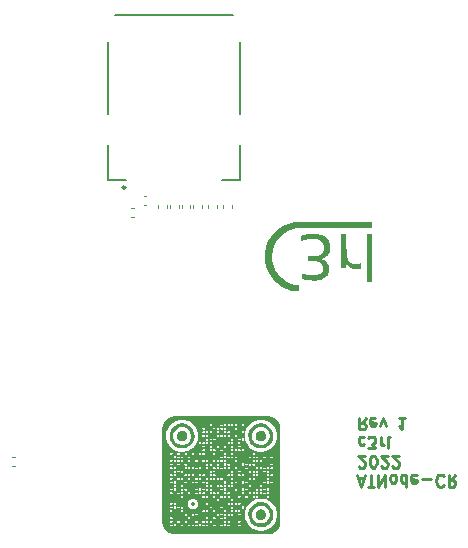
<source format=gbr>
%TF.GenerationSoftware,KiCad,Pcbnew,6.0.11+dfsg-1*%
%TF.CreationDate,2023-11-18T19:22:11+05:30*%
%TF.ProjectId,c3rl-at-cr-beta-2,6333726c-2d61-4742-9d63-722d62657461,rev?*%
%TF.SameCoordinates,Original*%
%TF.FileFunction,Legend,Bot*%
%TF.FilePolarity,Positive*%
%FSLAX46Y46*%
G04 Gerber Fmt 4.6, Leading zero omitted, Abs format (unit mm)*
G04 Created by KiCad (PCBNEW 6.0.11+dfsg-1) date 2023-11-18 19:22:11*
%MOMM*%
%LPD*%
G01*
G04 APERTURE LIST*
%ADD10C,0.250000*%
%ADD11C,0.120000*%
%ADD12C,0.200000*%
%ADD13C,0.240000*%
G04 APERTURE END LIST*
D10*
X87602976Y-113498333D02*
X88079166Y-113498333D01*
X87507738Y-113212619D02*
X87841071Y-114212619D01*
X88174404Y-113212619D01*
X88364880Y-114212619D02*
X88936309Y-114212619D01*
X88650595Y-113212619D02*
X88650595Y-114212619D01*
X89269642Y-113212619D02*
X89269642Y-114212619D01*
X89841071Y-113212619D01*
X89841071Y-114212619D01*
X90460119Y-113212619D02*
X90364880Y-113260238D01*
X90317261Y-113307857D01*
X90269642Y-113403095D01*
X90269642Y-113688809D01*
X90317261Y-113784047D01*
X90364880Y-113831666D01*
X90460119Y-113879285D01*
X90602976Y-113879285D01*
X90698214Y-113831666D01*
X90745833Y-113784047D01*
X90793452Y-113688809D01*
X90793452Y-113403095D01*
X90745833Y-113307857D01*
X90698214Y-113260238D01*
X90602976Y-113212619D01*
X90460119Y-113212619D01*
X91650595Y-113212619D02*
X91650595Y-114212619D01*
X91650595Y-113260238D02*
X91555357Y-113212619D01*
X91364880Y-113212619D01*
X91269642Y-113260238D01*
X91222023Y-113307857D01*
X91174404Y-113403095D01*
X91174404Y-113688809D01*
X91222023Y-113784047D01*
X91269642Y-113831666D01*
X91364880Y-113879285D01*
X91555357Y-113879285D01*
X91650595Y-113831666D01*
X92507738Y-113260238D02*
X92412500Y-113212619D01*
X92222023Y-113212619D01*
X92126785Y-113260238D01*
X92079166Y-113355476D01*
X92079166Y-113736428D01*
X92126785Y-113831666D01*
X92222023Y-113879285D01*
X92412500Y-113879285D01*
X92507738Y-113831666D01*
X92555357Y-113736428D01*
X92555357Y-113641190D01*
X92079166Y-113545952D01*
X92983928Y-113593571D02*
X93745833Y-113593571D01*
X94793452Y-113307857D02*
X94745833Y-113260238D01*
X94602976Y-113212619D01*
X94507738Y-113212619D01*
X94364880Y-113260238D01*
X94269642Y-113355476D01*
X94222023Y-113450714D01*
X94174404Y-113641190D01*
X94174404Y-113784047D01*
X94222023Y-113974523D01*
X94269642Y-114069761D01*
X94364880Y-114165000D01*
X94507738Y-114212619D01*
X94602976Y-114212619D01*
X94745833Y-114165000D01*
X94793452Y-114117380D01*
X95793452Y-113212619D02*
X95460119Y-113688809D01*
X95222023Y-113212619D02*
X95222023Y-114212619D01*
X95602976Y-114212619D01*
X95698214Y-114165000D01*
X95745833Y-114117380D01*
X95793452Y-114022142D01*
X95793452Y-113879285D01*
X95745833Y-113784047D01*
X95698214Y-113736428D01*
X95602976Y-113688809D01*
X95222023Y-113688809D01*
X87602976Y-112507380D02*
X87650595Y-112555000D01*
X87745833Y-112602619D01*
X87983928Y-112602619D01*
X88079166Y-112555000D01*
X88126785Y-112507380D01*
X88174404Y-112412142D01*
X88174404Y-112316904D01*
X88126785Y-112174047D01*
X87555357Y-111602619D01*
X88174404Y-111602619D01*
X88793452Y-112602619D02*
X88888690Y-112602619D01*
X88983928Y-112555000D01*
X89031547Y-112507380D01*
X89079166Y-112412142D01*
X89126785Y-112221666D01*
X89126785Y-111983571D01*
X89079166Y-111793095D01*
X89031547Y-111697857D01*
X88983928Y-111650238D01*
X88888690Y-111602619D01*
X88793452Y-111602619D01*
X88698214Y-111650238D01*
X88650595Y-111697857D01*
X88602976Y-111793095D01*
X88555357Y-111983571D01*
X88555357Y-112221666D01*
X88602976Y-112412142D01*
X88650595Y-112507380D01*
X88698214Y-112555000D01*
X88793452Y-112602619D01*
X89507738Y-112507380D02*
X89555357Y-112555000D01*
X89650595Y-112602619D01*
X89888690Y-112602619D01*
X89983928Y-112555000D01*
X90031547Y-112507380D01*
X90079166Y-112412142D01*
X90079166Y-112316904D01*
X90031547Y-112174047D01*
X89460119Y-111602619D01*
X90079166Y-111602619D01*
X90460119Y-112507380D02*
X90507738Y-112555000D01*
X90602976Y-112602619D01*
X90841071Y-112602619D01*
X90936309Y-112555000D01*
X90983928Y-112507380D01*
X91031547Y-112412142D01*
X91031547Y-112316904D01*
X90983928Y-112174047D01*
X90412500Y-111602619D01*
X91031547Y-111602619D01*
X88079166Y-110040238D02*
X87983928Y-109992619D01*
X87793452Y-109992619D01*
X87698214Y-110040238D01*
X87650595Y-110087857D01*
X87602976Y-110183095D01*
X87602976Y-110468809D01*
X87650595Y-110564047D01*
X87698214Y-110611666D01*
X87793452Y-110659285D01*
X87983928Y-110659285D01*
X88079166Y-110611666D01*
X88412500Y-110992619D02*
X89031547Y-110992619D01*
X88698214Y-110611666D01*
X88841071Y-110611666D01*
X88936309Y-110564047D01*
X88983928Y-110516428D01*
X89031547Y-110421190D01*
X89031547Y-110183095D01*
X88983928Y-110087857D01*
X88936309Y-110040238D01*
X88841071Y-109992619D01*
X88555357Y-109992619D01*
X88460119Y-110040238D01*
X88412500Y-110087857D01*
X89460119Y-109992619D02*
X89460119Y-110659285D01*
X89460119Y-110468809D02*
X89507738Y-110564047D01*
X89555357Y-110611666D01*
X89650595Y-110659285D01*
X89745833Y-110659285D01*
X90222023Y-109992619D02*
X90126785Y-110040238D01*
X90079166Y-110135476D01*
X90079166Y-110992619D01*
X88222023Y-108382619D02*
X87888690Y-108858809D01*
X87650595Y-108382619D02*
X87650595Y-109382619D01*
X88031547Y-109382619D01*
X88126785Y-109335000D01*
X88174404Y-109287380D01*
X88222023Y-109192142D01*
X88222023Y-109049285D01*
X88174404Y-108954047D01*
X88126785Y-108906428D01*
X88031547Y-108858809D01*
X87650595Y-108858809D01*
X89031547Y-108430238D02*
X88936309Y-108382619D01*
X88745833Y-108382619D01*
X88650595Y-108430238D01*
X88602976Y-108525476D01*
X88602976Y-108906428D01*
X88650595Y-109001666D01*
X88745833Y-109049285D01*
X88936309Y-109049285D01*
X89031547Y-109001666D01*
X89079166Y-108906428D01*
X89079166Y-108811190D01*
X88602976Y-108715952D01*
X89412500Y-109049285D02*
X89650595Y-108382619D01*
X89888690Y-109049285D01*
X91555357Y-108382619D02*
X90983928Y-108382619D01*
X91269642Y-108382619D02*
X91269642Y-109382619D01*
X91174404Y-109239761D01*
X91079166Y-109144523D01*
X90983928Y-109096904D01*
D11*
%TO.C,C41*%
X69392164Y-89640000D02*
X69607836Y-89640000D01*
X69392164Y-90360000D02*
X69607836Y-90360000D01*
%TO.C,C40*%
X75610000Y-90392164D02*
X75610000Y-90607836D01*
X74890000Y-90392164D02*
X74890000Y-90607836D01*
%TO.C,C36*%
X68587836Y-91360000D02*
X68372164Y-91360000D01*
X68587836Y-90640000D02*
X68372164Y-90640000D01*
%TO.C,R59*%
X72380000Y-90653641D02*
X72380000Y-90346359D01*
X71620000Y-90653641D02*
X71620000Y-90346359D01*
%TO.C,G\u002A\u002A\u002A*%
G36*
X73596023Y-115531304D02*
G01*
X73643763Y-115548690D01*
X73652772Y-115554265D01*
X73688665Y-115588739D01*
X73713027Y-115633120D01*
X73721980Y-115680854D01*
X73719200Y-115706606D01*
X73700849Y-115753010D01*
X73668191Y-115793636D01*
X73624578Y-115823572D01*
X73616823Y-115825777D01*
X73591756Y-115828164D01*
X73560019Y-115827802D01*
X73557544Y-115827643D01*
X73508326Y-115817421D01*
X73470173Y-115792873D01*
X73439152Y-115751518D01*
X73432908Y-115739375D01*
X73420056Y-115691988D01*
X73423500Y-115646282D01*
X73440692Y-115604780D01*
X73469087Y-115570007D01*
X73506138Y-115544487D01*
X73549299Y-115530744D01*
X73596023Y-115531304D01*
G37*
G36*
X73717423Y-109996747D02*
G01*
X73708633Y-110086631D01*
X73693914Y-110165435D01*
X73661152Y-110273263D01*
X73604245Y-110403573D01*
X73531778Y-110523784D01*
X73445002Y-110632718D01*
X73345172Y-110729200D01*
X73233541Y-110812052D01*
X73111360Y-110880097D01*
X72979884Y-110932159D01*
X72840365Y-110967061D01*
X72839984Y-110967130D01*
X72705430Y-110981714D01*
X72569868Y-110977791D01*
X72435462Y-110956147D01*
X72304372Y-110917567D01*
X72178760Y-110862837D01*
X72060789Y-110792741D01*
X71952618Y-110708064D01*
X71856410Y-110609593D01*
X71773181Y-110499134D01*
X71703737Y-110376710D01*
X71652453Y-110247185D01*
X71619153Y-110110104D01*
X71603656Y-109965012D01*
X71603371Y-109947641D01*
X71908267Y-109947641D01*
X71915323Y-110036721D01*
X71931304Y-110115998D01*
X71940959Y-110146903D01*
X71976755Y-110235223D01*
X72022584Y-110321420D01*
X72074026Y-110396797D01*
X72083032Y-110407961D01*
X72158745Y-110485255D01*
X72248090Y-110552021D01*
X72347457Y-110606245D01*
X72453232Y-110645910D01*
X72561804Y-110669002D01*
X72596913Y-110672781D01*
X72716988Y-110673789D01*
X72832643Y-110656700D01*
X72942365Y-110622524D01*
X73044641Y-110572272D01*
X73137959Y-110506952D01*
X73220806Y-110427575D01*
X73291669Y-110335151D01*
X73349036Y-110230689D01*
X73391394Y-110115199D01*
X73402141Y-110068586D01*
X73412514Y-109983334D01*
X73414142Y-109892794D01*
X73407027Y-109804512D01*
X73391174Y-109726035D01*
X73371040Y-109664531D01*
X73319800Y-109553606D01*
X73253224Y-109453966D01*
X73172446Y-109366741D01*
X73078597Y-109293067D01*
X72972811Y-109234075D01*
X72856221Y-109190900D01*
X72812419Y-109180557D01*
X72726419Y-109169570D01*
X72635004Y-109167632D01*
X72545755Y-109174742D01*
X72466257Y-109190900D01*
X72404601Y-109211215D01*
X72293464Y-109262722D01*
X72193719Y-109329458D01*
X72106497Y-109410291D01*
X72032932Y-109504087D01*
X71974157Y-109609713D01*
X71931304Y-109726035D01*
X71920933Y-109770459D01*
X71910138Y-109856355D01*
X71908267Y-109947641D01*
X71603371Y-109947641D01*
X71602656Y-109904037D01*
X71613609Y-109763697D01*
X71642443Y-109628563D01*
X71688185Y-109499944D01*
X71749863Y-109379150D01*
X71826505Y-109267490D01*
X71917138Y-109166274D01*
X72020791Y-109076812D01*
X72136491Y-109000414D01*
X72263266Y-108938389D01*
X72400143Y-108892047D01*
X72403372Y-108891181D01*
X72440850Y-108881726D01*
X72474219Y-108875026D01*
X72508211Y-108870620D01*
X72547558Y-108868045D01*
X72596990Y-108866839D01*
X72661239Y-108866540D01*
X72666884Y-108866541D01*
X72729809Y-108866894D01*
X72778286Y-108868190D01*
X72817045Y-108870891D01*
X72850819Y-108875460D01*
X72884339Y-108882357D01*
X72922335Y-108892047D01*
X73014884Y-108921189D01*
X73146695Y-108978901D01*
X73267670Y-109052006D01*
X73376778Y-109139377D01*
X73472987Y-109239887D01*
X73555266Y-109352408D01*
X73622582Y-109475813D01*
X73673905Y-109608976D01*
X73708203Y-109750768D01*
X73716169Y-109814275D01*
X73719564Y-109892794D01*
X73720023Y-109903417D01*
X73717423Y-109996747D01*
G37*
G36*
X80963573Y-117439338D02*
G01*
X80961024Y-117448293D01*
X80911104Y-117588836D01*
X80845628Y-117717774D01*
X80764084Y-117835972D01*
X80665960Y-117944299D01*
X80600128Y-118004067D01*
X80485789Y-118088891D01*
X80364053Y-118156140D01*
X80233215Y-118206694D01*
X80091570Y-118241436D01*
X80087499Y-118242018D01*
X80075103Y-118243058D01*
X80056052Y-118244036D01*
X80029849Y-118244955D01*
X79995999Y-118245815D01*
X79954006Y-118246617D01*
X79903373Y-118247363D01*
X79843604Y-118248054D01*
X79774204Y-118248692D01*
X79694676Y-118249278D01*
X79604524Y-118249813D01*
X79503253Y-118250299D01*
X79390365Y-118250736D01*
X79265365Y-118251126D01*
X79127757Y-118251471D01*
X78977044Y-118251772D01*
X78812731Y-118252030D01*
X78634322Y-118252246D01*
X78441320Y-118252422D01*
X78233229Y-118252559D01*
X78009554Y-118252658D01*
X77769798Y-118252721D01*
X77513464Y-118252749D01*
X77240058Y-118252744D01*
X76949083Y-118252706D01*
X76640042Y-118252637D01*
X76312440Y-118252538D01*
X75965781Y-118252411D01*
X71908429Y-118250809D01*
X71810662Y-118223351D01*
X71808426Y-118222721D01*
X71671685Y-118175634D01*
X71547289Y-118114612D01*
X71432420Y-118038040D01*
X71324262Y-117944299D01*
X71317802Y-117937968D01*
X71220703Y-117829064D01*
X71140152Y-117710236D01*
X71075638Y-117580617D01*
X71045866Y-117494758D01*
X71649616Y-117494758D01*
X71657723Y-117531728D01*
X71682586Y-117567414D01*
X71684946Y-117569724D01*
X71722663Y-117594709D01*
X71762991Y-117600538D01*
X71804697Y-117587011D01*
X71825222Y-117571234D01*
X71845593Y-117539026D01*
X71853270Y-117501325D01*
X71852421Y-117494758D01*
X71952695Y-117494758D01*
X71954135Y-117501325D01*
X71960802Y-117531728D01*
X71985665Y-117567414D01*
X71988025Y-117569724D01*
X72025742Y-117594709D01*
X72066070Y-117600538D01*
X72107776Y-117587011D01*
X72128302Y-117571234D01*
X72148672Y-117539026D01*
X72156349Y-117501325D01*
X72155500Y-117494758D01*
X72558854Y-117494758D01*
X72560294Y-117501325D01*
X72566961Y-117531728D01*
X72591824Y-117567414D01*
X72594183Y-117569724D01*
X72631900Y-117594709D01*
X72672229Y-117600538D01*
X72713935Y-117587011D01*
X72734460Y-117571234D01*
X72754831Y-117539026D01*
X72762508Y-117501325D01*
X72761659Y-117494758D01*
X73165012Y-117494758D01*
X73166452Y-117501325D01*
X73173120Y-117531728D01*
X73197983Y-117567414D01*
X73200342Y-117569724D01*
X73238059Y-117594709D01*
X73278387Y-117600538D01*
X73320094Y-117587011D01*
X73340619Y-117571234D01*
X73360989Y-117539026D01*
X73368666Y-117501325D01*
X73367817Y-117494758D01*
X73468092Y-117494758D01*
X73469532Y-117501325D01*
X73476199Y-117531728D01*
X73501062Y-117567414D01*
X73503421Y-117569724D01*
X73541138Y-117594709D01*
X73581467Y-117600538D01*
X73623173Y-117587011D01*
X73643698Y-117571234D01*
X73664069Y-117539026D01*
X73671746Y-117501325D01*
X73670897Y-117494758D01*
X73771171Y-117494758D01*
X73772611Y-117501325D01*
X73779278Y-117531728D01*
X73804141Y-117567414D01*
X73806501Y-117569724D01*
X73844218Y-117594709D01*
X73884546Y-117600538D01*
X73926252Y-117587011D01*
X73946777Y-117571234D01*
X73967148Y-117539026D01*
X73974825Y-117501325D01*
X73973976Y-117494758D01*
X74074250Y-117494758D01*
X74075690Y-117501325D01*
X74082357Y-117531728D01*
X74107221Y-117567414D01*
X74109580Y-117569724D01*
X74147297Y-117594709D01*
X74187625Y-117600538D01*
X74229331Y-117587011D01*
X74249857Y-117571234D01*
X74270227Y-117539026D01*
X74277904Y-117501325D01*
X74277055Y-117494758D01*
X74377330Y-117494758D01*
X74378770Y-117501325D01*
X74385437Y-117531728D01*
X74410300Y-117567414D01*
X74412659Y-117569724D01*
X74450376Y-117594709D01*
X74490704Y-117600538D01*
X74532411Y-117587011D01*
X74552936Y-117571234D01*
X74573307Y-117539026D01*
X74580984Y-117501325D01*
X74580135Y-117494758D01*
X74680409Y-117494758D01*
X74681849Y-117501325D01*
X74688516Y-117531728D01*
X74713379Y-117567414D01*
X74715739Y-117569724D01*
X74753455Y-117594709D01*
X74793784Y-117600538D01*
X74835490Y-117587011D01*
X74856015Y-117571234D01*
X74876386Y-117539026D01*
X74884063Y-117501325D01*
X74883214Y-117494758D01*
X75286567Y-117494758D01*
X75288007Y-117501325D01*
X75294675Y-117531728D01*
X75319538Y-117567414D01*
X75321897Y-117569724D01*
X75359614Y-117594709D01*
X75399942Y-117600538D01*
X75441649Y-117587011D01*
X75462174Y-117571234D01*
X75482544Y-117539026D01*
X75490222Y-117501325D01*
X75489373Y-117494758D01*
X75892726Y-117494758D01*
X75894166Y-117501325D01*
X75900833Y-117531728D01*
X75925696Y-117567414D01*
X75928056Y-117569724D01*
X75965773Y-117594709D01*
X76006101Y-117600538D01*
X76047807Y-117587011D01*
X76068332Y-117571234D01*
X76088703Y-117539026D01*
X76096380Y-117501325D01*
X76095531Y-117494758D01*
X76195805Y-117494758D01*
X76197245Y-117501325D01*
X76203912Y-117531728D01*
X76228776Y-117567414D01*
X76231135Y-117569724D01*
X76268852Y-117594709D01*
X76309180Y-117600538D01*
X76350886Y-117587011D01*
X76371412Y-117571234D01*
X76391782Y-117539026D01*
X76399459Y-117501325D01*
X76398610Y-117494758D01*
X76498885Y-117494758D01*
X76500325Y-117501325D01*
X76506992Y-117531728D01*
X76531855Y-117567414D01*
X76534214Y-117569724D01*
X76571931Y-117594709D01*
X76612259Y-117600538D01*
X76653966Y-117587011D01*
X76674491Y-117571234D01*
X76694862Y-117539026D01*
X76702539Y-117501325D01*
X76701690Y-117494758D01*
X77408122Y-117494758D01*
X77409562Y-117501325D01*
X77416230Y-117531728D01*
X77441093Y-117567414D01*
X77443452Y-117569724D01*
X77481169Y-117594709D01*
X77521497Y-117600538D01*
X77563204Y-117587011D01*
X77583729Y-117571234D01*
X77604099Y-117539026D01*
X77611777Y-117501325D01*
X77606862Y-117463307D01*
X77589457Y-117430147D01*
X77559665Y-117407023D01*
X77538509Y-117399417D01*
X77497301Y-117396190D01*
X77461361Y-117407219D01*
X77432986Y-117429396D01*
X77414474Y-117459611D01*
X77408122Y-117494758D01*
X76701690Y-117494758D01*
X76697624Y-117463307D01*
X76680220Y-117430147D01*
X76650427Y-117407023D01*
X76629271Y-117399417D01*
X76588063Y-117396190D01*
X76552123Y-117407219D01*
X76523748Y-117429396D01*
X76505236Y-117459611D01*
X76498885Y-117494758D01*
X76398610Y-117494758D01*
X76394545Y-117463307D01*
X76377140Y-117430147D01*
X76347347Y-117407023D01*
X76326192Y-117399417D01*
X76284984Y-117396190D01*
X76249043Y-117407219D01*
X76220668Y-117429396D01*
X76202157Y-117459611D01*
X76195805Y-117494758D01*
X76095531Y-117494758D01*
X76091466Y-117463307D01*
X76074061Y-117430147D01*
X76044268Y-117407023D01*
X76023112Y-117399417D01*
X75981904Y-117396190D01*
X75945964Y-117407219D01*
X75917589Y-117429396D01*
X75899077Y-117459611D01*
X75892726Y-117494758D01*
X75489373Y-117494758D01*
X75485307Y-117463307D01*
X75467902Y-117430147D01*
X75438110Y-117407023D01*
X75416954Y-117399417D01*
X75375746Y-117396190D01*
X75339806Y-117407219D01*
X75311431Y-117429396D01*
X75292919Y-117459611D01*
X75286567Y-117494758D01*
X74883214Y-117494758D01*
X74879148Y-117463307D01*
X74861744Y-117430147D01*
X74831951Y-117407023D01*
X74810795Y-117399417D01*
X74769587Y-117396190D01*
X74733647Y-117407219D01*
X74705272Y-117429396D01*
X74686760Y-117459611D01*
X74680409Y-117494758D01*
X74580135Y-117494758D01*
X74576069Y-117463307D01*
X74558664Y-117430147D01*
X74528872Y-117407023D01*
X74507716Y-117399417D01*
X74466508Y-117396190D01*
X74430568Y-117407219D01*
X74402193Y-117429396D01*
X74383681Y-117459611D01*
X74377330Y-117494758D01*
X74277055Y-117494758D01*
X74272990Y-117463307D01*
X74255585Y-117430147D01*
X74225792Y-117407023D01*
X74204637Y-117399417D01*
X74163429Y-117396190D01*
X74127488Y-117407219D01*
X74099113Y-117429396D01*
X74080602Y-117459611D01*
X74074250Y-117494758D01*
X73973976Y-117494758D01*
X73969910Y-117463307D01*
X73952506Y-117430147D01*
X73922713Y-117407023D01*
X73901557Y-117399417D01*
X73860349Y-117396190D01*
X73824409Y-117407219D01*
X73796034Y-117429396D01*
X73777522Y-117459611D01*
X73771171Y-117494758D01*
X73670897Y-117494758D01*
X73666831Y-117463307D01*
X73649427Y-117430147D01*
X73619634Y-117407023D01*
X73598478Y-117399417D01*
X73557270Y-117396190D01*
X73521330Y-117407219D01*
X73492955Y-117429396D01*
X73474443Y-117459611D01*
X73468092Y-117494758D01*
X73367817Y-117494758D01*
X73363752Y-117463307D01*
X73346347Y-117430147D01*
X73316555Y-117407023D01*
X73295399Y-117399417D01*
X73254191Y-117396190D01*
X73218250Y-117407219D01*
X73189876Y-117429396D01*
X73171364Y-117459611D01*
X73165012Y-117494758D01*
X72761659Y-117494758D01*
X72757593Y-117463307D01*
X72740189Y-117430147D01*
X72710396Y-117407023D01*
X72689240Y-117399417D01*
X72648032Y-117396190D01*
X72612092Y-117407219D01*
X72583717Y-117429396D01*
X72565205Y-117459611D01*
X72558854Y-117494758D01*
X72155500Y-117494758D01*
X72151435Y-117463307D01*
X72134030Y-117430147D01*
X72104237Y-117407023D01*
X72083082Y-117399417D01*
X72041874Y-117396190D01*
X72005933Y-117407219D01*
X71977558Y-117429396D01*
X71959046Y-117459611D01*
X71952695Y-117494758D01*
X71852421Y-117494758D01*
X71848355Y-117463307D01*
X71830951Y-117430147D01*
X71801158Y-117407023D01*
X71780002Y-117399417D01*
X71738794Y-117396190D01*
X71702854Y-117407219D01*
X71674479Y-117429396D01*
X71655967Y-117459611D01*
X71649616Y-117494758D01*
X71045866Y-117494758D01*
X71026649Y-117439338D01*
X70999191Y-117341571D01*
X70999191Y-117191679D01*
X71649616Y-117191679D01*
X71657723Y-117228649D01*
X71682586Y-117264335D01*
X71684946Y-117266645D01*
X71722663Y-117291630D01*
X71762991Y-117297459D01*
X71804697Y-117283932D01*
X71825222Y-117268155D01*
X71845593Y-117235947D01*
X71853270Y-117198246D01*
X71852421Y-117191679D01*
X72255775Y-117191679D01*
X72257215Y-117198246D01*
X72263882Y-117228649D01*
X72288745Y-117264335D01*
X72291104Y-117266645D01*
X72328821Y-117291630D01*
X72369149Y-117297459D01*
X72410856Y-117283932D01*
X72431381Y-117268155D01*
X72451751Y-117235947D01*
X72459429Y-117198246D01*
X72458580Y-117191679D01*
X72861933Y-117191679D01*
X72863373Y-117198246D01*
X72870040Y-117228649D01*
X72894903Y-117264335D01*
X72897263Y-117266645D01*
X72934980Y-117291630D01*
X72975308Y-117297459D01*
X73017014Y-117283932D01*
X73037539Y-117268155D01*
X73057910Y-117235947D01*
X73065587Y-117198246D01*
X73064738Y-117191679D01*
X73771171Y-117191679D01*
X73772611Y-117198246D01*
X73779278Y-117228649D01*
X73804141Y-117264335D01*
X73806501Y-117266645D01*
X73844218Y-117291630D01*
X73884546Y-117297459D01*
X73926252Y-117283932D01*
X73946777Y-117268155D01*
X73967148Y-117235947D01*
X73974825Y-117198246D01*
X73973976Y-117191679D01*
X74377330Y-117191679D01*
X74378770Y-117198246D01*
X74385437Y-117228649D01*
X74410300Y-117264335D01*
X74412659Y-117266645D01*
X74450376Y-117291630D01*
X74490704Y-117297459D01*
X74532411Y-117283932D01*
X74552936Y-117268155D01*
X74573307Y-117235947D01*
X74580984Y-117198246D01*
X74580135Y-117191679D01*
X74680409Y-117191679D01*
X74681849Y-117198246D01*
X74688516Y-117228649D01*
X74713379Y-117264335D01*
X74715739Y-117266645D01*
X74753455Y-117291630D01*
X74793784Y-117297459D01*
X74835490Y-117283932D01*
X74856015Y-117268155D01*
X74876386Y-117235947D01*
X74884063Y-117198246D01*
X74883214Y-117191679D01*
X74983488Y-117191679D01*
X74984928Y-117198246D01*
X74991595Y-117228649D01*
X75016458Y-117264335D01*
X75018818Y-117266645D01*
X75056535Y-117291630D01*
X75096863Y-117297459D01*
X75138569Y-117283932D01*
X75159094Y-117268155D01*
X75179465Y-117235947D01*
X75187142Y-117198246D01*
X75186293Y-117191679D01*
X76195805Y-117191679D01*
X76197245Y-117198246D01*
X76203912Y-117228649D01*
X76228776Y-117264335D01*
X76231135Y-117266645D01*
X76268852Y-117291630D01*
X76309180Y-117297459D01*
X76350886Y-117283932D01*
X76371412Y-117268155D01*
X76391782Y-117235947D01*
X76399459Y-117198246D01*
X76398610Y-117191679D01*
X76498885Y-117191679D01*
X76500325Y-117198246D01*
X76506992Y-117228649D01*
X76531855Y-117264335D01*
X76534214Y-117266645D01*
X76571931Y-117291630D01*
X76612259Y-117297459D01*
X76653966Y-117283932D01*
X76674491Y-117268155D01*
X76694862Y-117235947D01*
X76702539Y-117198246D01*
X76701690Y-117191679D01*
X77408122Y-117191679D01*
X77409562Y-117198246D01*
X77416230Y-117228649D01*
X77441093Y-117264335D01*
X77443452Y-117266645D01*
X77481169Y-117291630D01*
X77521497Y-117297459D01*
X77563204Y-117283932D01*
X77583729Y-117268155D01*
X77604099Y-117235947D01*
X77611777Y-117198246D01*
X77606862Y-117160227D01*
X77589457Y-117127068D01*
X77559665Y-117103944D01*
X77538509Y-117096337D01*
X77497301Y-117093111D01*
X77461361Y-117104140D01*
X77432986Y-117126316D01*
X77414474Y-117156532D01*
X77408122Y-117191679D01*
X76701690Y-117191679D01*
X76697624Y-117160227D01*
X76680220Y-117127068D01*
X76650427Y-117103944D01*
X76629271Y-117096337D01*
X76588063Y-117093111D01*
X76552123Y-117104140D01*
X76523748Y-117126316D01*
X76505236Y-117156532D01*
X76498885Y-117191679D01*
X76398610Y-117191679D01*
X76394545Y-117160227D01*
X76377140Y-117127068D01*
X76347347Y-117103944D01*
X76326192Y-117096337D01*
X76284984Y-117093111D01*
X76249043Y-117104140D01*
X76220668Y-117126316D01*
X76202157Y-117156532D01*
X76195805Y-117191679D01*
X75186293Y-117191679D01*
X75182228Y-117160227D01*
X75164823Y-117127068D01*
X75135030Y-117103944D01*
X75113874Y-117096337D01*
X75072667Y-117093111D01*
X75036726Y-117104140D01*
X75008351Y-117126316D01*
X74989839Y-117156532D01*
X74983488Y-117191679D01*
X74883214Y-117191679D01*
X74879148Y-117160227D01*
X74861744Y-117127068D01*
X74831951Y-117103944D01*
X74810795Y-117096337D01*
X74769587Y-117093111D01*
X74733647Y-117104140D01*
X74705272Y-117126316D01*
X74686760Y-117156532D01*
X74680409Y-117191679D01*
X74580135Y-117191679D01*
X74576069Y-117160227D01*
X74558664Y-117127068D01*
X74528872Y-117103944D01*
X74507716Y-117096337D01*
X74466508Y-117093111D01*
X74430568Y-117104140D01*
X74402193Y-117126316D01*
X74383681Y-117156532D01*
X74377330Y-117191679D01*
X73973976Y-117191679D01*
X73969910Y-117160227D01*
X73952506Y-117127068D01*
X73922713Y-117103944D01*
X73901557Y-117096337D01*
X73860349Y-117093111D01*
X73824409Y-117104140D01*
X73796034Y-117126316D01*
X73777522Y-117156532D01*
X73771171Y-117191679D01*
X73064738Y-117191679D01*
X73060673Y-117160227D01*
X73043268Y-117127068D01*
X73013475Y-117103944D01*
X72992319Y-117096337D01*
X72951111Y-117093111D01*
X72915171Y-117104140D01*
X72886796Y-117126316D01*
X72868284Y-117156532D01*
X72861933Y-117191679D01*
X72458580Y-117191679D01*
X72454514Y-117160227D01*
X72437109Y-117127068D01*
X72407317Y-117103944D01*
X72386161Y-117096337D01*
X72344953Y-117093111D01*
X72309013Y-117104140D01*
X72280638Y-117126316D01*
X72262126Y-117156532D01*
X72255775Y-117191679D01*
X71852421Y-117191679D01*
X71848355Y-117160227D01*
X71830951Y-117127068D01*
X71801158Y-117103944D01*
X71780002Y-117096337D01*
X71738794Y-117093111D01*
X71702854Y-117104140D01*
X71674479Y-117126316D01*
X71655967Y-117156532D01*
X71649616Y-117191679D01*
X70999191Y-117191679D01*
X70999191Y-116888600D01*
X71649616Y-116888600D01*
X71657723Y-116925570D01*
X71682586Y-116961255D01*
X71684946Y-116963565D01*
X71722663Y-116988551D01*
X71762991Y-116994379D01*
X71804697Y-116980853D01*
X71825222Y-116965076D01*
X71845593Y-116932868D01*
X71853270Y-116895167D01*
X71852421Y-116888600D01*
X73165012Y-116888600D01*
X73166452Y-116895167D01*
X73173120Y-116925570D01*
X73197983Y-116961255D01*
X73200342Y-116963565D01*
X73238059Y-116988551D01*
X73278387Y-116994379D01*
X73320094Y-116980853D01*
X73340619Y-116965076D01*
X73360989Y-116932868D01*
X73368666Y-116895167D01*
X73367817Y-116888600D01*
X74680409Y-116888600D01*
X74681849Y-116895167D01*
X74688516Y-116925570D01*
X74713379Y-116961255D01*
X74715739Y-116963565D01*
X74753455Y-116988551D01*
X74793784Y-116994379D01*
X74835490Y-116980853D01*
X74856015Y-116965076D01*
X74876386Y-116932868D01*
X74884063Y-116895167D01*
X74883214Y-116888600D01*
X75286567Y-116888600D01*
X75288007Y-116895167D01*
X75294675Y-116925570D01*
X75319538Y-116961255D01*
X75321897Y-116963565D01*
X75359614Y-116988551D01*
X75399942Y-116994379D01*
X75441649Y-116980853D01*
X75462174Y-116965076D01*
X75482544Y-116932868D01*
X75490222Y-116895167D01*
X75489373Y-116888600D01*
X75892726Y-116888600D01*
X75894166Y-116895167D01*
X75900833Y-116925570D01*
X75925696Y-116961255D01*
X75928056Y-116963565D01*
X75965773Y-116988551D01*
X76006101Y-116994379D01*
X76047807Y-116980853D01*
X76068332Y-116965076D01*
X76088703Y-116932868D01*
X76096380Y-116895167D01*
X76095531Y-116888600D01*
X76195805Y-116888600D01*
X76197245Y-116895167D01*
X76203912Y-116925570D01*
X76228776Y-116961255D01*
X76231135Y-116963565D01*
X76268852Y-116988551D01*
X76309180Y-116994379D01*
X76350886Y-116980853D01*
X76371412Y-116965076D01*
X76391782Y-116932868D01*
X76399459Y-116895167D01*
X76394545Y-116857148D01*
X76377140Y-116823989D01*
X76347347Y-116800865D01*
X76326192Y-116793258D01*
X76284984Y-116790032D01*
X76249043Y-116801061D01*
X76220668Y-116823237D01*
X76202157Y-116853453D01*
X76195805Y-116888600D01*
X76095531Y-116888600D01*
X76091466Y-116857148D01*
X76074061Y-116823989D01*
X76044268Y-116800865D01*
X76023112Y-116793258D01*
X75981904Y-116790032D01*
X75945964Y-116801061D01*
X75917589Y-116823237D01*
X75899077Y-116853453D01*
X75892726Y-116888600D01*
X75489373Y-116888600D01*
X75485307Y-116857148D01*
X75467902Y-116823989D01*
X75438110Y-116800865D01*
X75416954Y-116793258D01*
X75375746Y-116790032D01*
X75339806Y-116801061D01*
X75311431Y-116823237D01*
X75292919Y-116853453D01*
X75286567Y-116888600D01*
X74883214Y-116888600D01*
X74879148Y-116857148D01*
X74861744Y-116823989D01*
X74831951Y-116800865D01*
X74810795Y-116793258D01*
X74769587Y-116790032D01*
X74733647Y-116801061D01*
X74705272Y-116823237D01*
X74686760Y-116853453D01*
X74680409Y-116888600D01*
X73367817Y-116888600D01*
X73363752Y-116857148D01*
X73346347Y-116823989D01*
X73316555Y-116800865D01*
X73295399Y-116793258D01*
X73254191Y-116790032D01*
X73218250Y-116801061D01*
X73189876Y-116823237D01*
X73171364Y-116853453D01*
X73165012Y-116888600D01*
X71852421Y-116888600D01*
X71848355Y-116857148D01*
X71830951Y-116823989D01*
X71801158Y-116800865D01*
X71780002Y-116793258D01*
X71738794Y-116790032D01*
X71702854Y-116801061D01*
X71674479Y-116823237D01*
X71655967Y-116853453D01*
X71649616Y-116888600D01*
X70999191Y-116888600D01*
X70999191Y-116585520D01*
X72861933Y-116585520D01*
X72870040Y-116622491D01*
X72894903Y-116658176D01*
X72897263Y-116660486D01*
X72934980Y-116685472D01*
X72975308Y-116691300D01*
X73017014Y-116677773D01*
X73037539Y-116661996D01*
X73057910Y-116629788D01*
X73065587Y-116592087D01*
X73064738Y-116585520D01*
X73468092Y-116585520D01*
X73469532Y-116592087D01*
X73476199Y-116622491D01*
X73501062Y-116658176D01*
X73503421Y-116660486D01*
X73541138Y-116685472D01*
X73581467Y-116691300D01*
X73623173Y-116677773D01*
X73643698Y-116661996D01*
X73664069Y-116629788D01*
X73671746Y-116592087D01*
X73670897Y-116585520D01*
X73771171Y-116585520D01*
X73772611Y-116592087D01*
X73779278Y-116622491D01*
X73804141Y-116658176D01*
X73806501Y-116660486D01*
X73844218Y-116685472D01*
X73884546Y-116691300D01*
X73926252Y-116677773D01*
X73946777Y-116661996D01*
X73967148Y-116629788D01*
X73974825Y-116592087D01*
X73973976Y-116585520D01*
X75589647Y-116585520D01*
X75591087Y-116592087D01*
X75597754Y-116622491D01*
X75622617Y-116658176D01*
X75624976Y-116660486D01*
X75662693Y-116685472D01*
X75703022Y-116691300D01*
X75744728Y-116677773D01*
X75765253Y-116661996D01*
X75785624Y-116629788D01*
X75793301Y-116592087D01*
X75792452Y-116585520D01*
X75892726Y-116585520D01*
X75894166Y-116592087D01*
X75900833Y-116622491D01*
X75925696Y-116658176D01*
X75928056Y-116660486D01*
X75965773Y-116685472D01*
X76006101Y-116691300D01*
X76047807Y-116677773D01*
X76068332Y-116661996D01*
X76088703Y-116629788D01*
X76096380Y-116592087D01*
X76095531Y-116585520D01*
X76195805Y-116585520D01*
X76197245Y-116592087D01*
X76203912Y-116622491D01*
X76228776Y-116658176D01*
X76231135Y-116660486D01*
X76268852Y-116685472D01*
X76309180Y-116691300D01*
X76350886Y-116677773D01*
X76371412Y-116661996D01*
X76391782Y-116629788D01*
X76399459Y-116592087D01*
X76398610Y-116585520D01*
X76498885Y-116585520D01*
X76500325Y-116592087D01*
X76506992Y-116622491D01*
X76531855Y-116658176D01*
X76534214Y-116660486D01*
X76571931Y-116685472D01*
X76612259Y-116691300D01*
X76653966Y-116677773D01*
X76674491Y-116661996D01*
X76694862Y-116629788D01*
X76702539Y-116592087D01*
X76701690Y-116585520D01*
X76801964Y-116585520D01*
X76803404Y-116592087D01*
X76810071Y-116622491D01*
X76834934Y-116658176D01*
X76837294Y-116660486D01*
X76875011Y-116685472D01*
X76915339Y-116691300D01*
X76957045Y-116677773D01*
X76977570Y-116661996D01*
X76997941Y-116629788D01*
X77005618Y-116592087D01*
X77004769Y-116585520D01*
X77408122Y-116585520D01*
X77409562Y-116592087D01*
X77416230Y-116622491D01*
X77441093Y-116658176D01*
X77443452Y-116660486D01*
X77481169Y-116685472D01*
X77521497Y-116691300D01*
X77563204Y-116677773D01*
X77583729Y-116661996D01*
X77604099Y-116629788D01*
X77611777Y-116592087D01*
X77611347Y-116588761D01*
X77971641Y-116588761D01*
X77971671Y-116592087D01*
X77972014Y-116630538D01*
X77977275Y-116736146D01*
X77989590Y-116832334D01*
X78003308Y-116895167D01*
X78010028Y-116925946D01*
X78039660Y-117023826D01*
X78057079Y-117072279D01*
X78113745Y-117198246D01*
X78122119Y-117216862D01*
X78202707Y-117351728D01*
X78297502Y-117475722D01*
X78322120Y-117501325D01*
X78405162Y-117587689D01*
X78524344Y-117686477D01*
X78653707Y-117770930D01*
X78791907Y-117839893D01*
X78937603Y-117892213D01*
X79089453Y-117926736D01*
X79165959Y-117937417D01*
X79332670Y-117947522D01*
X79494449Y-117938718D01*
X79651447Y-117910973D01*
X79803812Y-117864255D01*
X79951696Y-117798532D01*
X80095247Y-117713773D01*
X80210535Y-117626706D01*
X80322362Y-117519578D01*
X80421769Y-117399440D01*
X80507476Y-117268267D01*
X80578201Y-117128034D01*
X80632662Y-116980717D01*
X80669580Y-116828291D01*
X80677356Y-116773517D01*
X80683999Y-116689845D01*
X80686566Y-116599009D01*
X80685056Y-116507580D01*
X80679464Y-116422130D01*
X80669789Y-116349231D01*
X80667153Y-116335151D01*
X80627169Y-116177989D01*
X80569660Y-116028397D01*
X80495540Y-115887567D01*
X80405724Y-115756689D01*
X80301125Y-115636955D01*
X80182659Y-115529555D01*
X80051239Y-115435681D01*
X79907779Y-115356524D01*
X79781777Y-115304873D01*
X79635668Y-115263712D01*
X79484343Y-115238976D01*
X79330457Y-115230655D01*
X79176663Y-115238738D01*
X79025616Y-115263214D01*
X78879970Y-115304072D01*
X78742378Y-115361301D01*
X78707011Y-115379770D01*
X78674676Y-115396656D01*
X78534286Y-115484606D01*
X78409065Y-115584874D01*
X78313288Y-115682849D01*
X78298973Y-115697493D01*
X78203971Y-115822498D01*
X78185406Y-115850954D01*
X78108775Y-115985929D01*
X78106610Y-115989743D01*
X78046526Y-116130643D01*
X78004463Y-116275928D01*
X78002334Y-116289008D01*
X77979731Y-116427875D01*
X77971641Y-116588761D01*
X77611347Y-116588761D01*
X77606862Y-116554069D01*
X77589457Y-116520909D01*
X77559665Y-116497785D01*
X77538509Y-116490179D01*
X77497301Y-116486952D01*
X77461361Y-116497981D01*
X77432986Y-116520158D01*
X77414474Y-116550373D01*
X77408122Y-116585520D01*
X77004769Y-116585520D01*
X77000703Y-116554069D01*
X76983299Y-116520909D01*
X76953506Y-116497785D01*
X76932350Y-116490179D01*
X76891142Y-116486952D01*
X76855202Y-116497981D01*
X76826827Y-116520158D01*
X76808315Y-116550373D01*
X76801964Y-116585520D01*
X76701690Y-116585520D01*
X76697624Y-116554069D01*
X76680220Y-116520909D01*
X76650427Y-116497785D01*
X76629271Y-116490179D01*
X76588063Y-116486952D01*
X76552123Y-116497981D01*
X76523748Y-116520158D01*
X76505236Y-116550373D01*
X76498885Y-116585520D01*
X76398610Y-116585520D01*
X76394545Y-116554069D01*
X76377140Y-116520909D01*
X76347347Y-116497785D01*
X76326192Y-116490179D01*
X76284984Y-116486952D01*
X76249043Y-116497981D01*
X76220668Y-116520158D01*
X76202157Y-116550373D01*
X76195805Y-116585520D01*
X76095531Y-116585520D01*
X76091466Y-116554069D01*
X76074061Y-116520909D01*
X76044268Y-116497785D01*
X76023112Y-116490179D01*
X75981904Y-116486952D01*
X75945964Y-116497981D01*
X75917589Y-116520158D01*
X75899077Y-116550373D01*
X75892726Y-116585520D01*
X75792452Y-116585520D01*
X75788386Y-116554069D01*
X75770982Y-116520909D01*
X75741189Y-116497785D01*
X75720033Y-116490179D01*
X75678825Y-116486952D01*
X75642885Y-116497981D01*
X75614510Y-116520158D01*
X75595998Y-116550373D01*
X75589647Y-116585520D01*
X73973976Y-116585520D01*
X73969910Y-116554069D01*
X73952506Y-116520909D01*
X73922713Y-116497785D01*
X73901557Y-116490179D01*
X73860349Y-116486952D01*
X73824409Y-116497981D01*
X73796034Y-116520158D01*
X73777522Y-116550373D01*
X73771171Y-116585520D01*
X73670897Y-116585520D01*
X73666831Y-116554069D01*
X73649427Y-116520909D01*
X73619634Y-116497785D01*
X73598478Y-116490179D01*
X73557270Y-116486952D01*
X73521330Y-116497981D01*
X73492955Y-116520158D01*
X73474443Y-116550373D01*
X73468092Y-116585520D01*
X73064738Y-116585520D01*
X73060673Y-116554069D01*
X73043268Y-116520909D01*
X73013475Y-116497785D01*
X72992319Y-116490179D01*
X72951111Y-116486952D01*
X72915171Y-116497981D01*
X72886796Y-116520158D01*
X72868284Y-116550373D01*
X72861933Y-116585520D01*
X70999191Y-116585520D01*
X70999191Y-116282441D01*
X71649616Y-116282441D01*
X71657723Y-116319411D01*
X71682586Y-116355097D01*
X71684946Y-116357407D01*
X71722663Y-116382392D01*
X71762991Y-116388221D01*
X71804697Y-116374694D01*
X71825222Y-116358917D01*
X71845593Y-116326709D01*
X71853270Y-116289008D01*
X71852421Y-116282441D01*
X72558854Y-116282441D01*
X72560294Y-116289008D01*
X72566961Y-116319411D01*
X72591824Y-116355097D01*
X72594183Y-116357407D01*
X72631900Y-116382392D01*
X72672229Y-116388221D01*
X72713935Y-116374694D01*
X72734460Y-116358917D01*
X72754831Y-116326709D01*
X72762508Y-116289008D01*
X72761659Y-116282441D01*
X74377330Y-116282441D01*
X74378770Y-116289008D01*
X74385437Y-116319411D01*
X74410300Y-116355097D01*
X74412659Y-116357407D01*
X74450376Y-116382392D01*
X74490704Y-116388221D01*
X74532411Y-116374694D01*
X74552936Y-116358917D01*
X74573307Y-116326709D01*
X74580984Y-116289008D01*
X74580135Y-116282441D01*
X74680409Y-116282441D01*
X74681849Y-116289008D01*
X74688516Y-116319411D01*
X74713379Y-116355097D01*
X74715739Y-116357407D01*
X74753455Y-116382392D01*
X74793784Y-116388221D01*
X74835490Y-116374694D01*
X74856015Y-116358917D01*
X74876386Y-116326709D01*
X74884063Y-116289008D01*
X74883214Y-116282441D01*
X75286567Y-116282441D01*
X75288007Y-116289008D01*
X75294675Y-116319411D01*
X75319538Y-116355097D01*
X75321897Y-116357407D01*
X75359614Y-116382392D01*
X75399942Y-116388221D01*
X75441649Y-116374694D01*
X75462174Y-116358917D01*
X75482544Y-116326709D01*
X75490222Y-116289008D01*
X75489373Y-116282441D01*
X76195805Y-116282441D01*
X76197245Y-116289008D01*
X76203912Y-116319411D01*
X76228776Y-116355097D01*
X76231135Y-116357407D01*
X76268852Y-116382392D01*
X76309180Y-116388221D01*
X76350886Y-116374694D01*
X76371412Y-116358917D01*
X76391782Y-116326709D01*
X76399459Y-116289008D01*
X76398610Y-116282441D01*
X76801964Y-116282441D01*
X76803404Y-116289008D01*
X76810071Y-116319411D01*
X76834934Y-116355097D01*
X76837294Y-116357407D01*
X76875011Y-116382392D01*
X76915339Y-116388221D01*
X76957045Y-116374694D01*
X76977570Y-116358917D01*
X76997941Y-116326709D01*
X77005618Y-116289008D01*
X77004769Y-116282441D01*
X77105043Y-116282441D01*
X77106483Y-116289008D01*
X77113150Y-116319411D01*
X77138013Y-116355097D01*
X77140373Y-116357407D01*
X77178090Y-116382392D01*
X77218418Y-116388221D01*
X77260124Y-116374694D01*
X77280649Y-116358917D01*
X77301020Y-116326709D01*
X77308697Y-116289008D01*
X77307848Y-116282441D01*
X77408122Y-116282441D01*
X77409562Y-116289008D01*
X77416230Y-116319411D01*
X77441093Y-116355097D01*
X77443452Y-116357407D01*
X77481169Y-116382392D01*
X77521497Y-116388221D01*
X77563204Y-116374694D01*
X77583729Y-116358917D01*
X77604099Y-116326709D01*
X77611777Y-116289008D01*
X77606862Y-116250990D01*
X77589457Y-116217830D01*
X77559665Y-116194706D01*
X77538509Y-116187100D01*
X77497301Y-116183873D01*
X77461361Y-116194902D01*
X77432986Y-116217079D01*
X77414474Y-116247294D01*
X77408122Y-116282441D01*
X77307848Y-116282441D01*
X77303783Y-116250990D01*
X77286378Y-116217830D01*
X77256585Y-116194706D01*
X77235430Y-116187100D01*
X77194222Y-116183873D01*
X77158281Y-116194902D01*
X77129906Y-116217079D01*
X77111394Y-116247294D01*
X77105043Y-116282441D01*
X77004769Y-116282441D01*
X77000703Y-116250990D01*
X76983299Y-116217830D01*
X76953506Y-116194706D01*
X76932350Y-116187100D01*
X76891142Y-116183873D01*
X76855202Y-116194902D01*
X76826827Y-116217079D01*
X76808315Y-116247294D01*
X76801964Y-116282441D01*
X76398610Y-116282441D01*
X76394545Y-116250990D01*
X76377140Y-116217830D01*
X76347347Y-116194706D01*
X76326192Y-116187100D01*
X76284984Y-116183873D01*
X76249043Y-116194902D01*
X76220668Y-116217079D01*
X76202157Y-116247294D01*
X76195805Y-116282441D01*
X75489373Y-116282441D01*
X75485307Y-116250990D01*
X75467902Y-116217830D01*
X75438110Y-116194706D01*
X75416954Y-116187100D01*
X75375746Y-116183873D01*
X75339806Y-116194902D01*
X75311431Y-116217079D01*
X75292919Y-116247294D01*
X75286567Y-116282441D01*
X74883214Y-116282441D01*
X74879148Y-116250990D01*
X74861744Y-116217830D01*
X74831951Y-116194706D01*
X74810795Y-116187100D01*
X74769587Y-116183873D01*
X74733647Y-116194902D01*
X74705272Y-116217079D01*
X74686760Y-116247294D01*
X74680409Y-116282441D01*
X74580135Y-116282441D01*
X74576069Y-116250990D01*
X74558664Y-116217830D01*
X74528872Y-116194706D01*
X74507716Y-116187100D01*
X74466508Y-116183873D01*
X74430568Y-116194902D01*
X74402193Y-116217079D01*
X74383681Y-116247294D01*
X74377330Y-116282441D01*
X72761659Y-116282441D01*
X72757593Y-116250990D01*
X72740189Y-116217830D01*
X72710396Y-116194706D01*
X72689240Y-116187100D01*
X72648032Y-116183873D01*
X72612092Y-116194902D01*
X72583717Y-116217079D01*
X72565205Y-116247294D01*
X72558854Y-116282441D01*
X71852421Y-116282441D01*
X71848355Y-116250990D01*
X71830951Y-116217830D01*
X71801158Y-116194706D01*
X71780002Y-116187100D01*
X71738794Y-116183873D01*
X71702854Y-116194902D01*
X71674479Y-116217079D01*
X71655967Y-116247294D01*
X71649616Y-116282441D01*
X70999191Y-116282441D01*
X70999191Y-115979362D01*
X71649616Y-115979362D01*
X71657723Y-116016332D01*
X71682586Y-116052017D01*
X71684946Y-116054327D01*
X71722663Y-116079313D01*
X71762991Y-116085141D01*
X71804697Y-116071615D01*
X71825222Y-116055838D01*
X71845593Y-116023630D01*
X71853270Y-115985929D01*
X71852421Y-115979362D01*
X71952695Y-115979362D01*
X71954135Y-115985929D01*
X71960802Y-116016332D01*
X71985665Y-116052017D01*
X71988025Y-116054327D01*
X72025742Y-116079313D01*
X72066070Y-116085141D01*
X72107776Y-116071615D01*
X72128302Y-116055838D01*
X72148672Y-116023630D01*
X72156349Y-115985929D01*
X72155500Y-115979362D01*
X72255775Y-115979362D01*
X72257215Y-115985929D01*
X72263882Y-116016332D01*
X72288745Y-116052017D01*
X72291104Y-116054327D01*
X72328821Y-116079313D01*
X72369149Y-116085141D01*
X72410856Y-116071615D01*
X72431381Y-116055838D01*
X72451751Y-116023630D01*
X72459429Y-115985929D01*
X72458580Y-115979362D01*
X72558854Y-115979362D01*
X72560294Y-115985929D01*
X72566961Y-116016332D01*
X72591824Y-116052017D01*
X72594183Y-116054327D01*
X72631900Y-116079313D01*
X72672229Y-116085141D01*
X72713935Y-116071615D01*
X72734460Y-116055838D01*
X72754831Y-116023630D01*
X72762508Y-115985929D01*
X72757593Y-115947910D01*
X72740189Y-115914751D01*
X72710396Y-115891627D01*
X72689240Y-115884020D01*
X72648032Y-115880794D01*
X72612092Y-115891823D01*
X72583717Y-115913999D01*
X72565205Y-115944215D01*
X72558854Y-115979362D01*
X72458580Y-115979362D01*
X72454514Y-115947910D01*
X72437109Y-115914751D01*
X72407317Y-115891627D01*
X72386161Y-115884020D01*
X72344953Y-115880794D01*
X72309013Y-115891823D01*
X72280638Y-115913999D01*
X72262126Y-115944215D01*
X72255775Y-115979362D01*
X72155500Y-115979362D01*
X72151435Y-115947910D01*
X72134030Y-115914751D01*
X72104237Y-115891627D01*
X72083082Y-115884020D01*
X72041874Y-115880794D01*
X72005933Y-115891823D01*
X71977558Y-115913999D01*
X71959046Y-115944215D01*
X71952695Y-115979362D01*
X71852421Y-115979362D01*
X71848355Y-115947910D01*
X71830951Y-115914751D01*
X71801158Y-115891627D01*
X71780002Y-115884020D01*
X71738794Y-115880794D01*
X71702854Y-115891823D01*
X71674479Y-115913999D01*
X71655967Y-115944215D01*
X71649616Y-115979362D01*
X70999191Y-115979362D01*
X70999191Y-115676282D01*
X71649616Y-115676282D01*
X71657723Y-115713253D01*
X71682586Y-115748938D01*
X71684946Y-115751248D01*
X71722663Y-115776234D01*
X71762991Y-115782062D01*
X71804697Y-115768536D01*
X71825222Y-115752759D01*
X71845593Y-115720551D01*
X71853270Y-115682849D01*
X71852421Y-115676282D01*
X71952695Y-115676282D01*
X71954135Y-115682849D01*
X71960802Y-115713253D01*
X71985665Y-115748938D01*
X71988025Y-115751248D01*
X72025742Y-115776234D01*
X72066070Y-115782062D01*
X72107776Y-115768536D01*
X72128302Y-115752759D01*
X72148672Y-115720551D01*
X72156349Y-115682849D01*
X72154671Y-115669864D01*
X73118706Y-115669864D01*
X73119646Y-115682849D01*
X73124732Y-115753093D01*
X73146853Y-115835555D01*
X73185788Y-115915167D01*
X73239294Y-115985929D01*
X73242255Y-115989845D01*
X73274060Y-116020373D01*
X73339189Y-116066657D01*
X73412264Y-116102615D01*
X73486265Y-116124377D01*
X73550936Y-116131895D01*
X73639064Y-116127423D01*
X73721390Y-116106730D01*
X73796558Y-116071591D01*
X73863209Y-116023777D01*
X73906157Y-115979362D01*
X74983488Y-115979362D01*
X74991595Y-116016332D01*
X75016458Y-116052017D01*
X75018818Y-116054327D01*
X75056535Y-116079313D01*
X75096863Y-116085141D01*
X75138569Y-116071615D01*
X75159094Y-116055838D01*
X75179465Y-116023630D01*
X75187142Y-115985929D01*
X75186293Y-115979362D01*
X75892726Y-115979362D01*
X75894166Y-115985929D01*
X75900833Y-116016332D01*
X75925696Y-116052017D01*
X75928056Y-116054327D01*
X75965773Y-116079313D01*
X76006101Y-116085141D01*
X76047807Y-116071615D01*
X76068332Y-116055838D01*
X76088703Y-116023630D01*
X76096380Y-115985929D01*
X76095531Y-115979362D01*
X76801964Y-115979362D01*
X76803404Y-115985929D01*
X76810071Y-116016332D01*
X76834934Y-116052017D01*
X76837294Y-116054327D01*
X76875011Y-116079313D01*
X76915339Y-116085141D01*
X76957045Y-116071615D01*
X76977570Y-116055838D01*
X76997941Y-116023630D01*
X77005618Y-115985929D01*
X77004769Y-115979362D01*
X77711202Y-115979362D01*
X77712642Y-115985929D01*
X77719309Y-116016332D01*
X77744172Y-116052017D01*
X77746531Y-116054327D01*
X77784248Y-116079313D01*
X77824577Y-116085141D01*
X77866283Y-116071615D01*
X77886808Y-116055838D01*
X77907179Y-116023630D01*
X77914856Y-115985929D01*
X77909941Y-115947910D01*
X77892537Y-115914751D01*
X77862744Y-115891627D01*
X77841588Y-115884020D01*
X77800380Y-115880794D01*
X77764440Y-115891823D01*
X77736065Y-115913999D01*
X77717553Y-115944215D01*
X77711202Y-115979362D01*
X77004769Y-115979362D01*
X77000703Y-115947910D01*
X76983299Y-115914751D01*
X76953506Y-115891627D01*
X76932350Y-115884020D01*
X76891142Y-115880794D01*
X76855202Y-115891823D01*
X76826827Y-115913999D01*
X76808315Y-115944215D01*
X76801964Y-115979362D01*
X76095531Y-115979362D01*
X76091466Y-115947910D01*
X76074061Y-115914751D01*
X76044268Y-115891627D01*
X76023112Y-115884020D01*
X75981904Y-115880794D01*
X75945964Y-115891823D01*
X75917589Y-115913999D01*
X75899077Y-115944215D01*
X75892726Y-115979362D01*
X75186293Y-115979362D01*
X75182228Y-115947910D01*
X75164823Y-115914751D01*
X75135030Y-115891627D01*
X75113874Y-115884020D01*
X75072667Y-115880794D01*
X75036726Y-115891823D01*
X75008351Y-115913999D01*
X74989839Y-115944215D01*
X74983488Y-115979362D01*
X73906157Y-115979362D01*
X73919985Y-115965062D01*
X73965530Y-115897219D01*
X73998484Y-115822021D01*
X74017491Y-115741242D01*
X74020335Y-115676282D01*
X74680409Y-115676282D01*
X74688516Y-115713253D01*
X74713379Y-115748938D01*
X74715739Y-115751248D01*
X74753455Y-115776234D01*
X74793784Y-115782062D01*
X74835490Y-115768536D01*
X74856015Y-115752759D01*
X74876386Y-115720551D01*
X74884063Y-115682849D01*
X74883214Y-115676282D01*
X76498885Y-115676282D01*
X76500325Y-115682849D01*
X76506992Y-115713253D01*
X76531855Y-115748938D01*
X76534214Y-115751248D01*
X76571931Y-115776234D01*
X76612259Y-115782062D01*
X76653966Y-115768536D01*
X76674491Y-115752759D01*
X76694862Y-115720551D01*
X76702539Y-115682849D01*
X76701690Y-115676282D01*
X76801964Y-115676282D01*
X76803404Y-115682849D01*
X76810071Y-115713253D01*
X76834934Y-115748938D01*
X76837294Y-115751248D01*
X76875011Y-115776234D01*
X76915339Y-115782062D01*
X76957045Y-115768536D01*
X76977570Y-115752759D01*
X76997941Y-115720551D01*
X77005618Y-115682849D01*
X77004769Y-115676282D01*
X77105043Y-115676282D01*
X77106483Y-115682849D01*
X77113150Y-115713253D01*
X77138013Y-115748938D01*
X77140373Y-115751248D01*
X77178090Y-115776234D01*
X77218418Y-115782062D01*
X77260124Y-115768536D01*
X77280649Y-115752759D01*
X77301020Y-115720551D01*
X77308697Y-115682849D01*
X77307848Y-115676282D01*
X77408122Y-115676282D01*
X77409562Y-115682849D01*
X77416230Y-115713253D01*
X77441093Y-115748938D01*
X77443452Y-115751248D01*
X77481169Y-115776234D01*
X77521497Y-115782062D01*
X77563204Y-115768536D01*
X77583729Y-115752759D01*
X77604099Y-115720551D01*
X77611777Y-115682849D01*
X77606862Y-115644831D01*
X77589457Y-115611672D01*
X77559665Y-115588547D01*
X77538509Y-115580941D01*
X77497301Y-115577715D01*
X77461361Y-115588744D01*
X77432986Y-115610920D01*
X77414474Y-115641136D01*
X77408122Y-115676282D01*
X77307848Y-115676282D01*
X77303783Y-115644831D01*
X77286378Y-115611672D01*
X77256585Y-115588547D01*
X77235430Y-115580941D01*
X77194222Y-115577715D01*
X77158281Y-115588744D01*
X77129906Y-115610920D01*
X77111394Y-115641136D01*
X77105043Y-115676282D01*
X77004769Y-115676282D01*
X77000703Y-115644831D01*
X76983299Y-115611672D01*
X76953506Y-115588547D01*
X76932350Y-115580941D01*
X76891142Y-115577715D01*
X76855202Y-115588744D01*
X76826827Y-115610920D01*
X76808315Y-115641136D01*
X76801964Y-115676282D01*
X76701690Y-115676282D01*
X76697624Y-115644831D01*
X76680220Y-115611672D01*
X76650427Y-115588547D01*
X76629271Y-115580941D01*
X76588063Y-115577715D01*
X76552123Y-115588744D01*
X76523748Y-115610920D01*
X76505236Y-115641136D01*
X76498885Y-115676282D01*
X74883214Y-115676282D01*
X74879148Y-115644831D01*
X74861744Y-115611672D01*
X74831951Y-115588547D01*
X74810795Y-115580941D01*
X74769587Y-115577715D01*
X74733647Y-115588744D01*
X74705272Y-115610920D01*
X74686760Y-115641136D01*
X74683956Y-115656654D01*
X74680409Y-115676282D01*
X74020335Y-115676282D01*
X74021194Y-115656654D01*
X74008233Y-115570030D01*
X73977252Y-115483144D01*
X73954260Y-115440697D01*
X73902193Y-115373203D01*
X75589647Y-115373203D01*
X75597754Y-115410173D01*
X75622617Y-115445859D01*
X75624976Y-115448169D01*
X75662693Y-115473154D01*
X75703022Y-115478983D01*
X75744728Y-115465456D01*
X75765253Y-115449679D01*
X75785624Y-115417471D01*
X75793301Y-115379770D01*
X75792452Y-115373203D01*
X76801964Y-115373203D01*
X76803404Y-115379770D01*
X76810071Y-115410173D01*
X76834934Y-115445859D01*
X76837294Y-115448169D01*
X76875011Y-115473154D01*
X76915339Y-115478983D01*
X76957045Y-115465456D01*
X76977570Y-115449679D01*
X76997941Y-115417471D01*
X77005618Y-115379770D01*
X77000703Y-115341752D01*
X76983299Y-115308592D01*
X76953506Y-115285468D01*
X76932350Y-115277862D01*
X76891142Y-115274635D01*
X76855202Y-115285664D01*
X76826827Y-115307841D01*
X76808315Y-115338056D01*
X76801964Y-115373203D01*
X75792452Y-115373203D01*
X75788386Y-115341752D01*
X75770982Y-115308592D01*
X75741189Y-115285468D01*
X75720033Y-115277862D01*
X75678825Y-115274635D01*
X75642885Y-115285664D01*
X75614510Y-115307841D01*
X75595998Y-115338056D01*
X75589647Y-115373203D01*
X73902193Y-115373203D01*
X73900683Y-115371246D01*
X73834665Y-115313736D01*
X73759060Y-115269672D01*
X73676723Y-115240560D01*
X73590509Y-115227904D01*
X73503272Y-115233211D01*
X73466808Y-115240797D01*
X73380294Y-115271058D01*
X73304844Y-115315136D01*
X73241176Y-115370948D01*
X73190010Y-115436410D01*
X73152064Y-115509439D01*
X73128056Y-115587951D01*
X73118706Y-115669864D01*
X72154671Y-115669864D01*
X72151435Y-115644831D01*
X72134030Y-115611672D01*
X72104237Y-115588547D01*
X72083082Y-115580941D01*
X72041874Y-115577715D01*
X72005933Y-115588744D01*
X71977558Y-115610920D01*
X71959046Y-115641136D01*
X71952695Y-115676282D01*
X71852421Y-115676282D01*
X71848355Y-115644831D01*
X71830951Y-115611672D01*
X71801158Y-115588547D01*
X71780002Y-115580941D01*
X71738794Y-115577715D01*
X71702854Y-115588744D01*
X71674479Y-115610920D01*
X71655967Y-115641136D01*
X71649616Y-115676282D01*
X70999191Y-115676282D01*
X70999191Y-115070124D01*
X72558854Y-115070124D01*
X72566961Y-115107094D01*
X72591824Y-115142779D01*
X72594183Y-115145090D01*
X72631900Y-115170075D01*
X72672229Y-115175904D01*
X72713935Y-115162377D01*
X72734460Y-115146600D01*
X72754831Y-115114392D01*
X72762508Y-115076691D01*
X72761659Y-115070124D01*
X74377330Y-115070124D01*
X74378770Y-115076691D01*
X74385437Y-115107094D01*
X74410300Y-115142779D01*
X74412659Y-115145090D01*
X74450376Y-115170075D01*
X74490704Y-115175904D01*
X74532411Y-115162377D01*
X74552936Y-115146600D01*
X74573307Y-115114392D01*
X74580984Y-115076691D01*
X74580135Y-115070124D01*
X74680409Y-115070124D01*
X74681849Y-115076691D01*
X74688516Y-115107094D01*
X74713379Y-115142779D01*
X74715739Y-115145090D01*
X74753455Y-115170075D01*
X74793784Y-115175904D01*
X74835490Y-115162377D01*
X74856015Y-115146600D01*
X74876386Y-115114392D01*
X74884063Y-115076691D01*
X74883214Y-115070124D01*
X75286567Y-115070124D01*
X75288007Y-115076691D01*
X75294675Y-115107094D01*
X75319538Y-115142779D01*
X75321897Y-115145090D01*
X75359614Y-115170075D01*
X75399942Y-115175904D01*
X75441649Y-115162377D01*
X75462174Y-115146600D01*
X75482544Y-115114392D01*
X75490222Y-115076691D01*
X75489373Y-115070124D01*
X75892726Y-115070124D01*
X75894166Y-115076691D01*
X75900833Y-115107094D01*
X75925696Y-115142779D01*
X75928056Y-115145090D01*
X75965773Y-115170075D01*
X76006101Y-115175904D01*
X76047807Y-115162377D01*
X76068332Y-115146600D01*
X76088703Y-115114392D01*
X76096380Y-115076691D01*
X76095531Y-115070124D01*
X76195805Y-115070124D01*
X76197245Y-115076691D01*
X76203912Y-115107094D01*
X76228776Y-115142779D01*
X76231135Y-115145090D01*
X76268852Y-115170075D01*
X76309180Y-115175904D01*
X76350886Y-115162377D01*
X76371412Y-115146600D01*
X76391782Y-115114392D01*
X76399459Y-115076691D01*
X76398610Y-115070124D01*
X76498885Y-115070124D01*
X76500325Y-115076691D01*
X76506992Y-115107094D01*
X76531855Y-115142779D01*
X76534214Y-115145090D01*
X76571931Y-115170075D01*
X76612259Y-115175904D01*
X76653966Y-115162377D01*
X76674491Y-115146600D01*
X76694862Y-115114392D01*
X76702539Y-115076691D01*
X76701690Y-115070124D01*
X77408122Y-115070124D01*
X77409562Y-115076691D01*
X77416230Y-115107094D01*
X77441093Y-115142779D01*
X77443452Y-115145090D01*
X77481169Y-115170075D01*
X77521497Y-115175904D01*
X77563204Y-115162377D01*
X77583729Y-115146600D01*
X77604099Y-115114392D01*
X77611777Y-115076691D01*
X77610928Y-115070124D01*
X78014281Y-115070124D01*
X78015721Y-115076691D01*
X78022388Y-115107094D01*
X78047251Y-115142779D01*
X78049611Y-115145090D01*
X78087328Y-115170075D01*
X78127656Y-115175904D01*
X78169362Y-115162377D01*
X78189887Y-115146600D01*
X78210258Y-115114392D01*
X78217935Y-115076691D01*
X78217086Y-115070124D01*
X78620440Y-115070124D01*
X78621880Y-115076691D01*
X78628547Y-115107094D01*
X78653410Y-115142779D01*
X78655769Y-115145090D01*
X78693486Y-115170075D01*
X78733814Y-115175904D01*
X78775521Y-115162377D01*
X78796046Y-115146600D01*
X78816417Y-115114392D01*
X78824094Y-115076691D01*
X78823245Y-115070124D01*
X78923519Y-115070124D01*
X78924959Y-115076691D01*
X78931626Y-115107094D01*
X78956489Y-115142779D01*
X78958849Y-115145090D01*
X78996566Y-115170075D01*
X79036894Y-115175904D01*
X79078600Y-115162377D01*
X79099125Y-115146600D01*
X79119496Y-115114392D01*
X79127173Y-115076691D01*
X79126324Y-115070124D01*
X79832757Y-115070124D01*
X79834197Y-115076691D01*
X79840864Y-115107094D01*
X79865727Y-115142779D01*
X79868086Y-115145090D01*
X79905803Y-115170075D01*
X79946132Y-115175904D01*
X79987838Y-115162377D01*
X80008363Y-115146600D01*
X80028734Y-115114392D01*
X80036411Y-115076691D01*
X80031496Y-115038672D01*
X80014092Y-115005513D01*
X79984299Y-114982389D01*
X79963143Y-114974782D01*
X79921935Y-114971556D01*
X79885995Y-114982585D01*
X79857620Y-115004761D01*
X79839108Y-115034977D01*
X79832757Y-115070124D01*
X79126324Y-115070124D01*
X79122258Y-115038672D01*
X79104854Y-115005513D01*
X79075061Y-114982389D01*
X79053905Y-114974782D01*
X79012697Y-114971556D01*
X78976757Y-114982585D01*
X78948382Y-115004761D01*
X78929870Y-115034977D01*
X78923519Y-115070124D01*
X78823245Y-115070124D01*
X78819179Y-115038672D01*
X78801775Y-115005513D01*
X78771982Y-114982389D01*
X78750826Y-114974782D01*
X78709618Y-114971556D01*
X78673678Y-114982585D01*
X78645303Y-115004761D01*
X78626791Y-115034977D01*
X78620440Y-115070124D01*
X78217086Y-115070124D01*
X78213021Y-115038672D01*
X78195616Y-115005513D01*
X78165823Y-114982389D01*
X78144667Y-114974782D01*
X78103459Y-114971556D01*
X78067519Y-114982585D01*
X78039144Y-115004761D01*
X78020632Y-115034977D01*
X78014281Y-115070124D01*
X77610928Y-115070124D01*
X77606862Y-115038672D01*
X77589457Y-115005513D01*
X77559665Y-114982389D01*
X77538509Y-114974782D01*
X77497301Y-114971556D01*
X77461361Y-114982585D01*
X77432986Y-115004761D01*
X77414474Y-115034977D01*
X77408122Y-115070124D01*
X76701690Y-115070124D01*
X76697624Y-115038672D01*
X76680220Y-115005513D01*
X76650427Y-114982389D01*
X76629271Y-114974782D01*
X76588063Y-114971556D01*
X76552123Y-114982585D01*
X76523748Y-115004761D01*
X76505236Y-115034977D01*
X76498885Y-115070124D01*
X76398610Y-115070124D01*
X76394545Y-115038672D01*
X76377140Y-115005513D01*
X76347347Y-114982389D01*
X76326192Y-114974782D01*
X76284984Y-114971556D01*
X76249043Y-114982585D01*
X76220668Y-115004761D01*
X76202157Y-115034977D01*
X76195805Y-115070124D01*
X76095531Y-115070124D01*
X76091466Y-115038672D01*
X76074061Y-115005513D01*
X76044268Y-114982389D01*
X76023112Y-114974782D01*
X75981904Y-114971556D01*
X75945964Y-114982585D01*
X75917589Y-115004761D01*
X75899077Y-115034977D01*
X75892726Y-115070124D01*
X75489373Y-115070124D01*
X75485307Y-115038672D01*
X75467902Y-115005513D01*
X75438110Y-114982389D01*
X75416954Y-114974782D01*
X75375746Y-114971556D01*
X75339806Y-114982585D01*
X75311431Y-115004761D01*
X75292919Y-115034977D01*
X75286567Y-115070124D01*
X74883214Y-115070124D01*
X74879148Y-115038672D01*
X74861744Y-115005513D01*
X74831951Y-114982389D01*
X74810795Y-114974782D01*
X74769587Y-114971556D01*
X74733647Y-114982585D01*
X74705272Y-115004761D01*
X74686760Y-115034977D01*
X74680409Y-115070124D01*
X74580135Y-115070124D01*
X74576069Y-115038672D01*
X74558664Y-115005513D01*
X74528872Y-114982389D01*
X74507716Y-114974782D01*
X74466508Y-114971556D01*
X74430568Y-114982585D01*
X74402193Y-115004761D01*
X74383681Y-115034977D01*
X74377330Y-115070124D01*
X72761659Y-115070124D01*
X72757593Y-115038672D01*
X72740189Y-115005513D01*
X72710396Y-114982389D01*
X72689240Y-114974782D01*
X72648032Y-114971556D01*
X72612092Y-114982585D01*
X72583717Y-115004761D01*
X72565205Y-115034977D01*
X72558854Y-115070124D01*
X70999191Y-115070124D01*
X70999191Y-114767045D01*
X71649616Y-114767045D01*
X71657723Y-114804015D01*
X71682586Y-114839700D01*
X71684946Y-114842010D01*
X71722663Y-114866996D01*
X71762991Y-114872824D01*
X71804697Y-114859298D01*
X71825222Y-114843521D01*
X71845593Y-114811313D01*
X71853270Y-114773611D01*
X71852421Y-114767045D01*
X72255775Y-114767045D01*
X72257215Y-114773611D01*
X72263882Y-114804015D01*
X72288745Y-114839700D01*
X72291104Y-114842010D01*
X72328821Y-114866996D01*
X72369149Y-114872824D01*
X72410856Y-114859298D01*
X72431381Y-114843521D01*
X72451751Y-114811313D01*
X72459429Y-114773611D01*
X72458580Y-114767045D01*
X72558854Y-114767045D01*
X72560294Y-114773611D01*
X72566961Y-114804015D01*
X72591824Y-114839700D01*
X72594183Y-114842010D01*
X72631900Y-114866996D01*
X72672229Y-114872824D01*
X72713935Y-114859298D01*
X72734460Y-114843521D01*
X72754831Y-114811313D01*
X72762508Y-114773611D01*
X72761659Y-114767045D01*
X73165012Y-114767045D01*
X73166452Y-114773611D01*
X73173120Y-114804015D01*
X73197983Y-114839700D01*
X73200342Y-114842010D01*
X73238059Y-114866996D01*
X73278387Y-114872824D01*
X73320094Y-114859298D01*
X73340619Y-114843521D01*
X73360989Y-114811313D01*
X73368666Y-114773611D01*
X73367817Y-114767045D01*
X73771171Y-114767045D01*
X73772611Y-114773611D01*
X73779278Y-114804015D01*
X73804141Y-114839700D01*
X73806501Y-114842010D01*
X73844218Y-114866996D01*
X73884546Y-114872824D01*
X73926252Y-114859298D01*
X73946777Y-114843521D01*
X73967148Y-114811313D01*
X73974825Y-114773611D01*
X73973976Y-114767045D01*
X74074250Y-114767045D01*
X74075690Y-114773611D01*
X74082357Y-114804015D01*
X74107221Y-114839700D01*
X74109580Y-114842010D01*
X74147297Y-114866996D01*
X74187625Y-114872824D01*
X74229331Y-114859298D01*
X74249857Y-114843521D01*
X74270227Y-114811313D01*
X74277904Y-114773611D01*
X74277055Y-114767045D01*
X74377330Y-114767045D01*
X74378770Y-114773611D01*
X74385437Y-114804015D01*
X74410300Y-114839700D01*
X74412659Y-114842010D01*
X74450376Y-114866996D01*
X74490704Y-114872824D01*
X74532411Y-114859298D01*
X74552936Y-114843521D01*
X74573307Y-114811313D01*
X74580984Y-114773611D01*
X74580135Y-114767045D01*
X74983488Y-114767045D01*
X74984928Y-114773611D01*
X74991595Y-114804015D01*
X75016458Y-114839700D01*
X75018818Y-114842010D01*
X75056535Y-114866996D01*
X75096863Y-114872824D01*
X75138569Y-114859298D01*
X75159094Y-114843521D01*
X75179465Y-114811313D01*
X75187142Y-114773611D01*
X75186293Y-114767045D01*
X75286567Y-114767045D01*
X75288007Y-114773611D01*
X75294675Y-114804015D01*
X75319538Y-114839700D01*
X75321897Y-114842010D01*
X75359614Y-114866996D01*
X75399942Y-114872824D01*
X75441649Y-114859298D01*
X75462174Y-114843521D01*
X75482544Y-114811313D01*
X75490222Y-114773611D01*
X75489373Y-114767045D01*
X75589647Y-114767045D01*
X75591087Y-114773611D01*
X75597754Y-114804015D01*
X75622617Y-114839700D01*
X75624976Y-114842010D01*
X75662693Y-114866996D01*
X75703022Y-114872824D01*
X75744728Y-114859298D01*
X75765253Y-114843521D01*
X75785624Y-114811313D01*
X75793301Y-114773611D01*
X75792452Y-114767045D01*
X76195805Y-114767045D01*
X76197245Y-114773611D01*
X76203912Y-114804015D01*
X76228776Y-114839700D01*
X76231135Y-114842010D01*
X76268852Y-114866996D01*
X76309180Y-114872824D01*
X76350886Y-114859298D01*
X76371412Y-114843521D01*
X76391782Y-114811313D01*
X76399459Y-114773611D01*
X76398610Y-114767045D01*
X76498885Y-114767045D01*
X76500325Y-114773611D01*
X76506992Y-114804015D01*
X76531855Y-114839700D01*
X76534214Y-114842010D01*
X76571931Y-114866996D01*
X76612259Y-114872824D01*
X76653966Y-114859298D01*
X76674491Y-114843521D01*
X76694862Y-114811313D01*
X76702539Y-114773611D01*
X76701690Y-114767045D01*
X77711202Y-114767045D01*
X77712642Y-114773611D01*
X77719309Y-114804015D01*
X77744172Y-114839700D01*
X77746531Y-114842010D01*
X77784248Y-114866996D01*
X77824577Y-114872824D01*
X77866283Y-114859298D01*
X77886808Y-114843521D01*
X77907179Y-114811313D01*
X77914856Y-114773611D01*
X77914007Y-114767045D01*
X78317360Y-114767045D01*
X78318800Y-114773611D01*
X78325467Y-114804015D01*
X78350331Y-114839700D01*
X78352690Y-114842010D01*
X78390407Y-114866996D01*
X78430735Y-114872824D01*
X78472442Y-114859298D01*
X78492967Y-114843521D01*
X78513337Y-114811313D01*
X78521014Y-114773611D01*
X78520165Y-114767045D01*
X78620440Y-114767045D01*
X78621880Y-114773611D01*
X78628547Y-114804015D01*
X78653410Y-114839700D01*
X78655769Y-114842010D01*
X78693486Y-114866996D01*
X78733814Y-114872824D01*
X78775521Y-114859298D01*
X78796046Y-114843521D01*
X78816417Y-114811313D01*
X78824094Y-114773611D01*
X78823245Y-114767045D01*
X78923519Y-114767045D01*
X78924959Y-114773611D01*
X78931626Y-114804015D01*
X78956489Y-114839700D01*
X78958849Y-114842010D01*
X78996566Y-114866996D01*
X79036894Y-114872824D01*
X79078600Y-114859298D01*
X79099125Y-114843521D01*
X79119496Y-114811313D01*
X79127173Y-114773611D01*
X79126324Y-114767045D01*
X79226598Y-114767045D01*
X79228038Y-114773611D01*
X79234705Y-114804015D01*
X79259568Y-114839700D01*
X79261928Y-114842010D01*
X79299645Y-114866996D01*
X79339973Y-114872824D01*
X79381679Y-114859298D01*
X79402205Y-114843521D01*
X79422575Y-114811313D01*
X79430252Y-114773611D01*
X79429403Y-114767045D01*
X79529678Y-114767045D01*
X79531118Y-114773611D01*
X79537785Y-114804015D01*
X79562648Y-114839700D01*
X79565007Y-114842010D01*
X79602724Y-114866996D01*
X79643052Y-114872824D01*
X79684759Y-114859298D01*
X79705284Y-114843521D01*
X79725654Y-114811313D01*
X79733332Y-114773611D01*
X79732483Y-114767045D01*
X79832757Y-114767045D01*
X79834197Y-114773611D01*
X79840864Y-114804015D01*
X79865727Y-114839700D01*
X79868086Y-114842010D01*
X79905803Y-114866996D01*
X79946132Y-114872824D01*
X79987838Y-114859298D01*
X80008363Y-114843521D01*
X80028734Y-114811313D01*
X80036411Y-114773611D01*
X80031496Y-114735593D01*
X80014092Y-114702434D01*
X79984299Y-114679310D01*
X79963143Y-114671703D01*
X79921935Y-114668477D01*
X79885995Y-114679506D01*
X79857620Y-114701682D01*
X79839108Y-114731898D01*
X79832757Y-114767045D01*
X79732483Y-114767045D01*
X79728417Y-114735593D01*
X79711012Y-114702434D01*
X79681220Y-114679310D01*
X79660064Y-114671703D01*
X79618856Y-114668477D01*
X79582916Y-114679506D01*
X79554541Y-114701682D01*
X79536029Y-114731898D01*
X79529678Y-114767045D01*
X79429403Y-114767045D01*
X79425338Y-114735593D01*
X79407933Y-114702434D01*
X79378140Y-114679310D01*
X79356985Y-114671703D01*
X79315777Y-114668477D01*
X79279836Y-114679506D01*
X79251461Y-114701682D01*
X79232949Y-114731898D01*
X79226598Y-114767045D01*
X79126324Y-114767045D01*
X79122258Y-114735593D01*
X79104854Y-114702434D01*
X79075061Y-114679310D01*
X79053905Y-114671703D01*
X79012697Y-114668477D01*
X78976757Y-114679506D01*
X78948382Y-114701682D01*
X78929870Y-114731898D01*
X78923519Y-114767045D01*
X78823245Y-114767045D01*
X78819179Y-114735593D01*
X78801775Y-114702434D01*
X78771982Y-114679310D01*
X78750826Y-114671703D01*
X78709618Y-114668477D01*
X78673678Y-114679506D01*
X78645303Y-114701682D01*
X78626791Y-114731898D01*
X78620440Y-114767045D01*
X78520165Y-114767045D01*
X78516100Y-114735593D01*
X78498695Y-114702434D01*
X78468902Y-114679310D01*
X78447747Y-114671703D01*
X78406539Y-114668477D01*
X78370598Y-114679506D01*
X78342224Y-114701682D01*
X78323712Y-114731898D01*
X78317360Y-114767045D01*
X77914007Y-114767045D01*
X77909941Y-114735593D01*
X77892537Y-114702434D01*
X77862744Y-114679310D01*
X77841588Y-114671703D01*
X77800380Y-114668477D01*
X77764440Y-114679506D01*
X77736065Y-114701682D01*
X77717553Y-114731898D01*
X77711202Y-114767045D01*
X76701690Y-114767045D01*
X76697624Y-114735593D01*
X76680220Y-114702434D01*
X76650427Y-114679310D01*
X76629271Y-114671703D01*
X76588063Y-114668477D01*
X76552123Y-114679506D01*
X76523748Y-114701682D01*
X76505236Y-114731898D01*
X76498885Y-114767045D01*
X76398610Y-114767045D01*
X76394545Y-114735593D01*
X76377140Y-114702434D01*
X76347347Y-114679310D01*
X76326192Y-114671703D01*
X76284984Y-114668477D01*
X76249043Y-114679506D01*
X76220668Y-114701682D01*
X76202157Y-114731898D01*
X76195805Y-114767045D01*
X75792452Y-114767045D01*
X75788386Y-114735593D01*
X75770982Y-114702434D01*
X75741189Y-114679310D01*
X75720033Y-114671703D01*
X75678825Y-114668477D01*
X75642885Y-114679506D01*
X75614510Y-114701682D01*
X75595998Y-114731898D01*
X75589647Y-114767045D01*
X75489373Y-114767045D01*
X75485307Y-114735593D01*
X75467902Y-114702434D01*
X75438110Y-114679310D01*
X75416954Y-114671703D01*
X75375746Y-114668477D01*
X75339806Y-114679506D01*
X75311431Y-114701682D01*
X75292919Y-114731898D01*
X75286567Y-114767045D01*
X75186293Y-114767045D01*
X75182228Y-114735593D01*
X75164823Y-114702434D01*
X75135030Y-114679310D01*
X75113874Y-114671703D01*
X75072667Y-114668477D01*
X75036726Y-114679506D01*
X75008351Y-114701682D01*
X74989839Y-114731898D01*
X74983488Y-114767045D01*
X74580135Y-114767045D01*
X74576069Y-114735593D01*
X74558664Y-114702434D01*
X74528872Y-114679310D01*
X74507716Y-114671703D01*
X74466508Y-114668477D01*
X74430568Y-114679506D01*
X74402193Y-114701682D01*
X74383681Y-114731898D01*
X74377330Y-114767045D01*
X74277055Y-114767045D01*
X74272990Y-114735593D01*
X74255585Y-114702434D01*
X74225792Y-114679310D01*
X74204637Y-114671703D01*
X74163429Y-114668477D01*
X74127488Y-114679506D01*
X74099113Y-114701682D01*
X74080602Y-114731898D01*
X74074250Y-114767045D01*
X73973976Y-114767045D01*
X73969910Y-114735593D01*
X73952506Y-114702434D01*
X73922713Y-114679310D01*
X73901557Y-114671703D01*
X73860349Y-114668477D01*
X73824409Y-114679506D01*
X73796034Y-114701682D01*
X73777522Y-114731898D01*
X73771171Y-114767045D01*
X73367817Y-114767045D01*
X73363752Y-114735593D01*
X73346347Y-114702434D01*
X73316555Y-114679310D01*
X73295399Y-114671703D01*
X73254191Y-114668477D01*
X73218250Y-114679506D01*
X73189876Y-114701682D01*
X73171364Y-114731898D01*
X73165012Y-114767045D01*
X72761659Y-114767045D01*
X72757593Y-114735593D01*
X72740189Y-114702434D01*
X72710396Y-114679310D01*
X72689240Y-114671703D01*
X72648032Y-114668477D01*
X72612092Y-114679506D01*
X72583717Y-114701682D01*
X72565205Y-114731898D01*
X72558854Y-114767045D01*
X72458580Y-114767045D01*
X72454514Y-114735593D01*
X72437109Y-114702434D01*
X72407317Y-114679310D01*
X72386161Y-114671703D01*
X72344953Y-114668477D01*
X72309013Y-114679506D01*
X72280638Y-114701682D01*
X72262126Y-114731898D01*
X72255775Y-114767045D01*
X71852421Y-114767045D01*
X71848355Y-114735593D01*
X71830951Y-114702434D01*
X71801158Y-114679310D01*
X71780002Y-114671703D01*
X71738794Y-114668477D01*
X71702854Y-114679506D01*
X71674479Y-114701682D01*
X71655967Y-114731898D01*
X71649616Y-114767045D01*
X70999191Y-114767045D01*
X70999191Y-114463965D01*
X71649616Y-114463965D01*
X71657723Y-114500936D01*
X71682586Y-114536621D01*
X71684946Y-114538931D01*
X71722663Y-114563917D01*
X71762991Y-114569745D01*
X71804697Y-114556218D01*
X71825222Y-114540441D01*
X71845593Y-114508233D01*
X71853270Y-114470532D01*
X71852421Y-114463965D01*
X71952695Y-114463965D01*
X71954135Y-114470532D01*
X71960802Y-114500936D01*
X71985665Y-114536621D01*
X71988025Y-114538931D01*
X72025742Y-114563917D01*
X72066070Y-114569745D01*
X72107776Y-114556218D01*
X72128302Y-114540441D01*
X72148672Y-114508233D01*
X72156349Y-114470532D01*
X72155500Y-114463965D01*
X72558854Y-114463965D01*
X72560294Y-114470532D01*
X72566961Y-114500936D01*
X72591824Y-114536621D01*
X72594183Y-114538931D01*
X72631900Y-114563917D01*
X72672229Y-114569745D01*
X72713935Y-114556218D01*
X72734460Y-114540441D01*
X72754831Y-114508233D01*
X72762508Y-114470532D01*
X72761659Y-114463965D01*
X72861933Y-114463965D01*
X72863373Y-114470532D01*
X72870040Y-114500936D01*
X72894903Y-114536621D01*
X72897263Y-114538931D01*
X72934980Y-114563917D01*
X72975308Y-114569745D01*
X73017014Y-114556218D01*
X73037539Y-114540441D01*
X73057910Y-114508233D01*
X73065587Y-114470532D01*
X73064738Y-114463965D01*
X73771171Y-114463965D01*
X73772611Y-114470532D01*
X73779278Y-114500936D01*
X73804141Y-114536621D01*
X73806501Y-114538931D01*
X73844218Y-114563917D01*
X73884546Y-114569745D01*
X73926252Y-114556218D01*
X73946777Y-114540441D01*
X73967148Y-114508233D01*
X73974825Y-114470532D01*
X73973976Y-114463965D01*
X74074250Y-114463965D01*
X74075690Y-114470532D01*
X74082357Y-114500936D01*
X74107221Y-114536621D01*
X74109580Y-114538931D01*
X74147297Y-114563917D01*
X74187625Y-114569745D01*
X74229331Y-114556218D01*
X74249857Y-114540441D01*
X74270227Y-114508233D01*
X74277904Y-114470532D01*
X74277055Y-114463965D01*
X74377330Y-114463965D01*
X74378770Y-114470532D01*
X74385437Y-114500936D01*
X74410300Y-114536621D01*
X74412659Y-114538931D01*
X74450376Y-114563917D01*
X74490704Y-114569745D01*
X74532411Y-114556218D01*
X74552936Y-114540441D01*
X74573307Y-114508233D01*
X74580984Y-114470532D01*
X74580135Y-114463965D01*
X74680409Y-114463965D01*
X74681849Y-114470532D01*
X74688516Y-114500936D01*
X74713379Y-114536621D01*
X74715739Y-114538931D01*
X74753455Y-114563917D01*
X74793784Y-114569745D01*
X74835490Y-114556218D01*
X74856015Y-114540441D01*
X74876386Y-114508233D01*
X74884063Y-114470532D01*
X74883214Y-114463965D01*
X74983488Y-114463965D01*
X74984928Y-114470532D01*
X74991595Y-114500936D01*
X75016458Y-114536621D01*
X75018818Y-114538931D01*
X75056535Y-114563917D01*
X75096863Y-114569745D01*
X75138569Y-114556218D01*
X75159094Y-114540441D01*
X75179465Y-114508233D01*
X75187142Y-114470532D01*
X75186293Y-114463965D01*
X75892726Y-114463965D01*
X75894166Y-114470532D01*
X75900833Y-114500936D01*
X75925696Y-114536621D01*
X75928056Y-114538931D01*
X75965773Y-114563917D01*
X76006101Y-114569745D01*
X76047807Y-114556218D01*
X76068332Y-114540441D01*
X76088703Y-114508233D01*
X76096380Y-114470532D01*
X76095531Y-114463965D01*
X76195805Y-114463965D01*
X76197245Y-114470532D01*
X76203912Y-114500936D01*
X76228776Y-114536621D01*
X76231135Y-114538931D01*
X76268852Y-114563917D01*
X76309180Y-114569745D01*
X76350886Y-114556218D01*
X76371412Y-114540441D01*
X76391782Y-114508233D01*
X76399459Y-114470532D01*
X76398610Y-114463965D01*
X77105043Y-114463965D01*
X77106483Y-114470532D01*
X77113150Y-114500936D01*
X77138013Y-114536621D01*
X77140373Y-114538931D01*
X77178090Y-114563917D01*
X77218418Y-114569745D01*
X77260124Y-114556218D01*
X77280649Y-114540441D01*
X77301020Y-114508233D01*
X77308697Y-114470532D01*
X77307848Y-114463965D01*
X77711202Y-114463965D01*
X77712642Y-114470532D01*
X77719309Y-114500936D01*
X77744172Y-114536621D01*
X77746531Y-114538931D01*
X77784248Y-114563917D01*
X77824577Y-114569745D01*
X77866283Y-114556218D01*
X77886808Y-114540441D01*
X77907179Y-114508233D01*
X77914856Y-114470532D01*
X77914007Y-114463965D01*
X78014281Y-114463965D01*
X78015721Y-114470532D01*
X78022388Y-114500936D01*
X78047251Y-114536621D01*
X78049611Y-114538931D01*
X78087328Y-114563917D01*
X78127656Y-114569745D01*
X78169362Y-114556218D01*
X78189887Y-114540441D01*
X78210258Y-114508233D01*
X78217935Y-114470532D01*
X78217086Y-114463965D01*
X78923519Y-114463965D01*
X78924959Y-114470532D01*
X78931626Y-114500936D01*
X78956489Y-114536621D01*
X78958849Y-114538931D01*
X78996566Y-114563917D01*
X79036894Y-114569745D01*
X79078600Y-114556218D01*
X79099125Y-114540441D01*
X79119496Y-114508233D01*
X79127173Y-114470532D01*
X79126324Y-114463965D01*
X79226598Y-114463965D01*
X79228038Y-114470532D01*
X79234705Y-114500936D01*
X79259568Y-114536621D01*
X79261928Y-114538931D01*
X79299645Y-114563917D01*
X79339973Y-114569745D01*
X79381679Y-114556218D01*
X79402205Y-114540441D01*
X79422575Y-114508233D01*
X79430252Y-114470532D01*
X79429403Y-114463965D01*
X79529678Y-114463965D01*
X79531118Y-114470532D01*
X79537785Y-114500936D01*
X79562648Y-114536621D01*
X79565007Y-114538931D01*
X79602724Y-114563917D01*
X79643052Y-114569745D01*
X79684759Y-114556218D01*
X79705284Y-114540441D01*
X79725654Y-114508233D01*
X79733332Y-114470532D01*
X79732483Y-114463965D01*
X79832757Y-114463965D01*
X79834197Y-114470532D01*
X79840864Y-114500936D01*
X79865727Y-114536621D01*
X79868086Y-114538931D01*
X79905803Y-114563917D01*
X79946132Y-114569745D01*
X79987838Y-114556218D01*
X80008363Y-114540441D01*
X80028734Y-114508233D01*
X80036411Y-114470532D01*
X80031496Y-114432514D01*
X80014092Y-114399354D01*
X79984299Y-114376230D01*
X79963143Y-114368624D01*
X79921935Y-114365397D01*
X79885995Y-114376426D01*
X79857620Y-114398603D01*
X79839108Y-114428818D01*
X79832757Y-114463965D01*
X79732483Y-114463965D01*
X79728417Y-114432514D01*
X79711012Y-114399354D01*
X79681220Y-114376230D01*
X79660064Y-114368624D01*
X79618856Y-114365397D01*
X79582916Y-114376426D01*
X79554541Y-114398603D01*
X79536029Y-114428818D01*
X79529678Y-114463965D01*
X79429403Y-114463965D01*
X79425338Y-114432514D01*
X79407933Y-114399354D01*
X79378140Y-114376230D01*
X79356985Y-114368624D01*
X79315777Y-114365397D01*
X79279836Y-114376426D01*
X79251461Y-114398603D01*
X79232949Y-114428818D01*
X79226598Y-114463965D01*
X79126324Y-114463965D01*
X79122258Y-114432514D01*
X79104854Y-114399354D01*
X79075061Y-114376230D01*
X79053905Y-114368624D01*
X79012697Y-114365397D01*
X78976757Y-114376426D01*
X78948382Y-114398603D01*
X78929870Y-114428818D01*
X78923519Y-114463965D01*
X78217086Y-114463965D01*
X78213021Y-114432514D01*
X78195616Y-114399354D01*
X78165823Y-114376230D01*
X78144667Y-114368624D01*
X78103459Y-114365397D01*
X78067519Y-114376426D01*
X78039144Y-114398603D01*
X78020632Y-114428818D01*
X78014281Y-114463965D01*
X77914007Y-114463965D01*
X77909941Y-114432514D01*
X77892537Y-114399354D01*
X77862744Y-114376230D01*
X77841588Y-114368624D01*
X77800380Y-114365397D01*
X77764440Y-114376426D01*
X77736065Y-114398603D01*
X77717553Y-114428818D01*
X77711202Y-114463965D01*
X77307848Y-114463965D01*
X77303783Y-114432514D01*
X77286378Y-114399354D01*
X77256585Y-114376230D01*
X77235430Y-114368624D01*
X77194222Y-114365397D01*
X77158281Y-114376426D01*
X77129906Y-114398603D01*
X77111394Y-114428818D01*
X77105043Y-114463965D01*
X76398610Y-114463965D01*
X76394545Y-114432514D01*
X76377140Y-114399354D01*
X76347347Y-114376230D01*
X76326192Y-114368624D01*
X76284984Y-114365397D01*
X76249043Y-114376426D01*
X76220668Y-114398603D01*
X76202157Y-114428818D01*
X76195805Y-114463965D01*
X76095531Y-114463965D01*
X76091466Y-114432514D01*
X76074061Y-114399354D01*
X76044268Y-114376230D01*
X76023112Y-114368624D01*
X75981904Y-114365397D01*
X75945964Y-114376426D01*
X75917589Y-114398603D01*
X75899077Y-114428818D01*
X75892726Y-114463965D01*
X75186293Y-114463965D01*
X75182228Y-114432514D01*
X75164823Y-114399354D01*
X75135030Y-114376230D01*
X75113874Y-114368624D01*
X75072667Y-114365397D01*
X75036726Y-114376426D01*
X75008351Y-114398603D01*
X74989839Y-114428818D01*
X74983488Y-114463965D01*
X74883214Y-114463965D01*
X74879148Y-114432514D01*
X74861744Y-114399354D01*
X74831951Y-114376230D01*
X74810795Y-114368624D01*
X74769587Y-114365397D01*
X74733647Y-114376426D01*
X74705272Y-114398603D01*
X74686760Y-114428818D01*
X74680409Y-114463965D01*
X74580135Y-114463965D01*
X74576069Y-114432514D01*
X74558664Y-114399354D01*
X74528872Y-114376230D01*
X74507716Y-114368624D01*
X74466508Y-114365397D01*
X74430568Y-114376426D01*
X74402193Y-114398603D01*
X74383681Y-114428818D01*
X74377330Y-114463965D01*
X74277055Y-114463965D01*
X74272990Y-114432514D01*
X74255585Y-114399354D01*
X74225792Y-114376230D01*
X74204637Y-114368624D01*
X74163429Y-114365397D01*
X74127488Y-114376426D01*
X74099113Y-114398603D01*
X74080602Y-114428818D01*
X74074250Y-114463965D01*
X73973976Y-114463965D01*
X73969910Y-114432514D01*
X73952506Y-114399354D01*
X73922713Y-114376230D01*
X73901557Y-114368624D01*
X73860349Y-114365397D01*
X73824409Y-114376426D01*
X73796034Y-114398603D01*
X73777522Y-114428818D01*
X73771171Y-114463965D01*
X73064738Y-114463965D01*
X73060673Y-114432514D01*
X73043268Y-114399354D01*
X73013475Y-114376230D01*
X72992319Y-114368624D01*
X72951111Y-114365397D01*
X72915171Y-114376426D01*
X72886796Y-114398603D01*
X72868284Y-114428818D01*
X72861933Y-114463965D01*
X72761659Y-114463965D01*
X72757593Y-114432514D01*
X72740189Y-114399354D01*
X72710396Y-114376230D01*
X72689240Y-114368624D01*
X72648032Y-114365397D01*
X72612092Y-114376426D01*
X72583717Y-114398603D01*
X72565205Y-114428818D01*
X72558854Y-114463965D01*
X72155500Y-114463965D01*
X72151435Y-114432514D01*
X72134030Y-114399354D01*
X72104237Y-114376230D01*
X72083082Y-114368624D01*
X72041874Y-114365397D01*
X72005933Y-114376426D01*
X71977558Y-114398603D01*
X71959046Y-114428818D01*
X71952695Y-114463965D01*
X71852421Y-114463965D01*
X71848355Y-114432514D01*
X71830951Y-114399354D01*
X71801158Y-114376230D01*
X71780002Y-114368624D01*
X71738794Y-114365397D01*
X71702854Y-114376426D01*
X71674479Y-114398603D01*
X71655967Y-114428818D01*
X71649616Y-114463965D01*
X70999191Y-114463965D01*
X70999191Y-114160886D01*
X71952695Y-114160886D01*
X71960802Y-114197856D01*
X71985665Y-114233542D01*
X71988025Y-114235852D01*
X72025742Y-114260837D01*
X72066070Y-114266666D01*
X72107776Y-114253139D01*
X72128302Y-114237362D01*
X72148672Y-114205154D01*
X72156349Y-114167453D01*
X72155500Y-114160886D01*
X72558854Y-114160886D01*
X72560294Y-114167453D01*
X72566961Y-114197856D01*
X72591824Y-114233542D01*
X72594183Y-114235852D01*
X72631900Y-114260837D01*
X72672229Y-114266666D01*
X72713935Y-114253139D01*
X72734460Y-114237362D01*
X72754831Y-114205154D01*
X72762508Y-114167453D01*
X72761659Y-114160886D01*
X74680409Y-114160886D01*
X74681849Y-114167453D01*
X74688516Y-114197856D01*
X74713379Y-114233542D01*
X74715739Y-114235852D01*
X74753455Y-114260837D01*
X74793784Y-114266666D01*
X74835490Y-114253139D01*
X74856015Y-114237362D01*
X74876386Y-114205154D01*
X74884063Y-114167453D01*
X74883214Y-114160886D01*
X74983488Y-114160886D01*
X74984928Y-114167453D01*
X74991595Y-114197856D01*
X75016458Y-114233542D01*
X75018818Y-114235852D01*
X75056535Y-114260837D01*
X75096863Y-114266666D01*
X75138569Y-114253139D01*
X75159094Y-114237362D01*
X75179465Y-114205154D01*
X75187142Y-114167453D01*
X75186293Y-114160886D01*
X75589647Y-114160886D01*
X75591087Y-114167453D01*
X75597754Y-114197856D01*
X75622617Y-114233542D01*
X75624976Y-114235852D01*
X75662693Y-114260837D01*
X75703022Y-114266666D01*
X75744728Y-114253139D01*
X75765253Y-114237362D01*
X75785624Y-114205154D01*
X75793301Y-114167453D01*
X75792452Y-114160886D01*
X75892726Y-114160886D01*
X75894166Y-114167453D01*
X75900833Y-114197856D01*
X75925696Y-114233542D01*
X75928056Y-114235852D01*
X75965773Y-114260837D01*
X76006101Y-114266666D01*
X76047807Y-114253139D01*
X76068332Y-114237362D01*
X76088703Y-114205154D01*
X76096380Y-114167453D01*
X76095531Y-114160886D01*
X76195805Y-114160886D01*
X76197245Y-114167453D01*
X76203912Y-114197856D01*
X76228776Y-114233542D01*
X76231135Y-114235852D01*
X76268852Y-114260837D01*
X76309180Y-114266666D01*
X76350886Y-114253139D01*
X76371412Y-114237362D01*
X76391782Y-114205154D01*
X76399459Y-114167453D01*
X76398610Y-114160886D01*
X76498885Y-114160886D01*
X76500325Y-114167453D01*
X76506992Y-114197856D01*
X76531855Y-114233542D01*
X76534214Y-114235852D01*
X76571931Y-114260837D01*
X76612259Y-114266666D01*
X76653966Y-114253139D01*
X76674491Y-114237362D01*
X76694862Y-114205154D01*
X76702539Y-114167453D01*
X76701690Y-114160886D01*
X76801964Y-114160886D01*
X76803404Y-114167453D01*
X76810071Y-114197856D01*
X76834934Y-114233542D01*
X76837294Y-114235852D01*
X76875011Y-114260837D01*
X76915339Y-114266666D01*
X76957045Y-114253139D01*
X76977570Y-114237362D01*
X76997941Y-114205154D01*
X77005618Y-114167453D01*
X77004769Y-114160886D01*
X78317360Y-114160886D01*
X78318800Y-114167453D01*
X78325467Y-114197856D01*
X78350331Y-114233542D01*
X78352690Y-114235852D01*
X78390407Y-114260837D01*
X78430735Y-114266666D01*
X78472442Y-114253139D01*
X78492967Y-114237362D01*
X78513337Y-114205154D01*
X78521014Y-114167453D01*
X78520165Y-114160886D01*
X79226598Y-114160886D01*
X79228038Y-114167453D01*
X79234705Y-114197856D01*
X79259568Y-114233542D01*
X79261928Y-114235852D01*
X79299645Y-114260837D01*
X79339973Y-114266666D01*
X79381679Y-114253139D01*
X79402205Y-114237362D01*
X79422575Y-114205154D01*
X79430252Y-114167453D01*
X79425338Y-114129435D01*
X79407933Y-114096275D01*
X79378140Y-114073151D01*
X79356985Y-114065544D01*
X79315777Y-114062318D01*
X79279836Y-114073347D01*
X79251461Y-114095523D01*
X79232949Y-114125739D01*
X79226598Y-114160886D01*
X78520165Y-114160886D01*
X78516100Y-114129435D01*
X78498695Y-114096275D01*
X78468902Y-114073151D01*
X78447747Y-114065544D01*
X78406539Y-114062318D01*
X78370598Y-114073347D01*
X78342224Y-114095523D01*
X78323712Y-114125739D01*
X78317360Y-114160886D01*
X77004769Y-114160886D01*
X77000703Y-114129435D01*
X76983299Y-114096275D01*
X76953506Y-114073151D01*
X76932350Y-114065544D01*
X76891142Y-114062318D01*
X76855202Y-114073347D01*
X76826827Y-114095523D01*
X76808315Y-114125739D01*
X76801964Y-114160886D01*
X76701690Y-114160886D01*
X76697624Y-114129435D01*
X76680220Y-114096275D01*
X76650427Y-114073151D01*
X76629271Y-114065544D01*
X76588063Y-114062318D01*
X76552123Y-114073347D01*
X76523748Y-114095523D01*
X76505236Y-114125739D01*
X76498885Y-114160886D01*
X76398610Y-114160886D01*
X76394545Y-114129435D01*
X76377140Y-114096275D01*
X76347347Y-114073151D01*
X76326192Y-114065544D01*
X76284984Y-114062318D01*
X76249043Y-114073347D01*
X76220668Y-114095523D01*
X76202157Y-114125739D01*
X76195805Y-114160886D01*
X76095531Y-114160886D01*
X76091466Y-114129435D01*
X76074061Y-114096275D01*
X76044268Y-114073151D01*
X76023112Y-114065544D01*
X75981904Y-114062318D01*
X75945964Y-114073347D01*
X75917589Y-114095523D01*
X75899077Y-114125739D01*
X75892726Y-114160886D01*
X75792452Y-114160886D01*
X75788386Y-114129435D01*
X75770982Y-114096275D01*
X75741189Y-114073151D01*
X75720033Y-114065544D01*
X75678825Y-114062318D01*
X75642885Y-114073347D01*
X75614510Y-114095523D01*
X75595998Y-114125739D01*
X75589647Y-114160886D01*
X75186293Y-114160886D01*
X75182228Y-114129435D01*
X75164823Y-114096275D01*
X75135030Y-114073151D01*
X75113874Y-114065544D01*
X75072667Y-114062318D01*
X75036726Y-114073347D01*
X75008351Y-114095523D01*
X74989839Y-114125739D01*
X74983488Y-114160886D01*
X74883214Y-114160886D01*
X74879148Y-114129435D01*
X74861744Y-114096275D01*
X74831951Y-114073151D01*
X74810795Y-114065544D01*
X74769587Y-114062318D01*
X74733647Y-114073347D01*
X74705272Y-114095523D01*
X74686760Y-114125739D01*
X74680409Y-114160886D01*
X72761659Y-114160886D01*
X72757593Y-114129435D01*
X72740189Y-114096275D01*
X72710396Y-114073151D01*
X72689240Y-114065544D01*
X72648032Y-114062318D01*
X72612092Y-114073347D01*
X72583717Y-114095523D01*
X72565205Y-114125739D01*
X72558854Y-114160886D01*
X72155500Y-114160886D01*
X72151435Y-114129435D01*
X72134030Y-114096275D01*
X72104237Y-114073151D01*
X72083082Y-114065544D01*
X72041874Y-114062318D01*
X72005933Y-114073347D01*
X71977558Y-114095523D01*
X71959046Y-114125739D01*
X71952695Y-114160886D01*
X70999191Y-114160886D01*
X70999191Y-113857807D01*
X71649616Y-113857807D01*
X71657723Y-113894777D01*
X71682586Y-113930462D01*
X71684946Y-113932772D01*
X71722663Y-113957758D01*
X71762991Y-113963586D01*
X71804697Y-113950060D01*
X71825222Y-113934283D01*
X71845593Y-113902075D01*
X71853270Y-113864374D01*
X71852421Y-113857807D01*
X71952695Y-113857807D01*
X71954135Y-113864374D01*
X71960802Y-113894777D01*
X71985665Y-113930462D01*
X71988025Y-113932772D01*
X72025742Y-113957758D01*
X72066070Y-113963586D01*
X72107776Y-113950060D01*
X72128302Y-113934283D01*
X72148672Y-113902075D01*
X72156349Y-113864374D01*
X72155500Y-113857807D01*
X72861933Y-113857807D01*
X72863373Y-113864374D01*
X72870040Y-113894777D01*
X72894903Y-113930462D01*
X72897263Y-113932772D01*
X72934980Y-113957758D01*
X72975308Y-113963586D01*
X73017014Y-113950060D01*
X73037539Y-113934283D01*
X73057910Y-113902075D01*
X73065587Y-113864374D01*
X73064738Y-113857807D01*
X73468092Y-113857807D01*
X73469532Y-113864374D01*
X73476199Y-113894777D01*
X73501062Y-113930462D01*
X73503421Y-113932772D01*
X73541138Y-113957758D01*
X73581467Y-113963586D01*
X73623173Y-113950060D01*
X73643698Y-113934283D01*
X73664069Y-113902075D01*
X73671746Y-113864374D01*
X73670897Y-113857807D01*
X73771171Y-113857807D01*
X73772611Y-113864374D01*
X73779278Y-113894777D01*
X73804141Y-113930462D01*
X73806501Y-113932772D01*
X73844218Y-113957758D01*
X73884546Y-113963586D01*
X73926252Y-113950060D01*
X73946777Y-113934283D01*
X73967148Y-113902075D01*
X73974825Y-113864374D01*
X73973976Y-113857807D01*
X74377330Y-113857807D01*
X74378770Y-113864374D01*
X74385437Y-113894777D01*
X74410300Y-113930462D01*
X74412659Y-113932772D01*
X74450376Y-113957758D01*
X74490704Y-113963586D01*
X74532411Y-113950060D01*
X74552936Y-113934283D01*
X74573307Y-113902075D01*
X74580984Y-113864374D01*
X74580135Y-113857807D01*
X74680409Y-113857807D01*
X74681849Y-113864374D01*
X74688516Y-113894777D01*
X74713379Y-113930462D01*
X74715739Y-113932772D01*
X74753455Y-113957758D01*
X74793784Y-113963586D01*
X74835490Y-113950060D01*
X74856015Y-113934283D01*
X74876386Y-113902075D01*
X74884063Y-113864374D01*
X74883214Y-113857807D01*
X76195805Y-113857807D01*
X76197245Y-113864374D01*
X76203912Y-113894777D01*
X76228776Y-113930462D01*
X76231135Y-113932772D01*
X76268852Y-113957758D01*
X76309180Y-113963586D01*
X76350886Y-113950060D01*
X76371412Y-113934283D01*
X76391782Y-113902075D01*
X76399459Y-113864374D01*
X76398610Y-113857807D01*
X76801964Y-113857807D01*
X76803404Y-113864374D01*
X76810071Y-113894777D01*
X76834934Y-113930462D01*
X76837294Y-113932772D01*
X76875011Y-113957758D01*
X76915339Y-113963586D01*
X76957045Y-113950060D01*
X76977570Y-113934283D01*
X76997941Y-113902075D01*
X77005618Y-113864374D01*
X77004769Y-113857807D01*
X77105043Y-113857807D01*
X77106483Y-113864374D01*
X77113150Y-113894777D01*
X77138013Y-113930462D01*
X77140373Y-113932772D01*
X77178090Y-113957758D01*
X77218418Y-113963586D01*
X77260124Y-113950060D01*
X77280649Y-113934283D01*
X77301020Y-113902075D01*
X77308697Y-113864374D01*
X77307848Y-113857807D01*
X77711202Y-113857807D01*
X77712642Y-113864374D01*
X77719309Y-113894777D01*
X77744172Y-113930462D01*
X77746531Y-113932772D01*
X77784248Y-113957758D01*
X77824577Y-113963586D01*
X77866283Y-113950060D01*
X77886808Y-113934283D01*
X77907179Y-113902075D01*
X77914856Y-113864374D01*
X77914007Y-113857807D01*
X78014281Y-113857807D01*
X78015721Y-113864374D01*
X78022388Y-113894777D01*
X78047251Y-113930462D01*
X78049611Y-113932772D01*
X78087328Y-113957758D01*
X78127656Y-113963586D01*
X78169362Y-113950060D01*
X78189887Y-113934283D01*
X78210258Y-113902075D01*
X78217935Y-113864374D01*
X78217086Y-113857807D01*
X79529678Y-113857807D01*
X79531118Y-113864374D01*
X79537785Y-113894777D01*
X79562648Y-113930462D01*
X79565007Y-113932772D01*
X79602724Y-113957758D01*
X79643052Y-113963586D01*
X79684759Y-113950060D01*
X79705284Y-113934283D01*
X79725654Y-113902075D01*
X79733332Y-113864374D01*
X79732483Y-113857807D01*
X79832757Y-113857807D01*
X79834197Y-113864374D01*
X79840864Y-113894777D01*
X79865727Y-113930462D01*
X79868086Y-113932772D01*
X79905803Y-113957758D01*
X79946132Y-113963586D01*
X79987838Y-113950060D01*
X80008363Y-113934283D01*
X80028734Y-113902075D01*
X80036411Y-113864374D01*
X80035562Y-113857807D01*
X80135836Y-113857807D01*
X80137276Y-113864374D01*
X80143943Y-113894777D01*
X80168806Y-113930462D01*
X80171166Y-113932772D01*
X80208883Y-113957758D01*
X80249211Y-113963586D01*
X80290917Y-113950060D01*
X80311442Y-113934283D01*
X80331813Y-113902075D01*
X80339490Y-113864374D01*
X80334576Y-113826355D01*
X80317171Y-113793196D01*
X80287378Y-113770072D01*
X80266222Y-113762465D01*
X80225014Y-113759239D01*
X80189074Y-113770268D01*
X80160699Y-113792444D01*
X80142187Y-113822660D01*
X80135836Y-113857807D01*
X80035562Y-113857807D01*
X80031496Y-113826355D01*
X80014092Y-113793196D01*
X79984299Y-113770072D01*
X79963143Y-113762465D01*
X79921935Y-113759239D01*
X79885995Y-113770268D01*
X79857620Y-113792444D01*
X79839108Y-113822660D01*
X79832757Y-113857807D01*
X79732483Y-113857807D01*
X79728417Y-113826355D01*
X79711012Y-113793196D01*
X79681220Y-113770072D01*
X79660064Y-113762465D01*
X79618856Y-113759239D01*
X79582916Y-113770268D01*
X79554541Y-113792444D01*
X79536029Y-113822660D01*
X79529678Y-113857807D01*
X78217086Y-113857807D01*
X78213021Y-113826355D01*
X78195616Y-113793196D01*
X78165823Y-113770072D01*
X78144667Y-113762465D01*
X78103459Y-113759239D01*
X78067519Y-113770268D01*
X78039144Y-113792444D01*
X78020632Y-113822660D01*
X78014281Y-113857807D01*
X77914007Y-113857807D01*
X77909941Y-113826355D01*
X77892537Y-113793196D01*
X77862744Y-113770072D01*
X77841588Y-113762465D01*
X77800380Y-113759239D01*
X77764440Y-113770268D01*
X77736065Y-113792444D01*
X77717553Y-113822660D01*
X77711202Y-113857807D01*
X77307848Y-113857807D01*
X77303783Y-113826355D01*
X77286378Y-113793196D01*
X77256585Y-113770072D01*
X77235430Y-113762465D01*
X77194222Y-113759239D01*
X77158281Y-113770268D01*
X77129906Y-113792444D01*
X77111394Y-113822660D01*
X77105043Y-113857807D01*
X77004769Y-113857807D01*
X77000703Y-113826355D01*
X76983299Y-113793196D01*
X76953506Y-113770072D01*
X76932350Y-113762465D01*
X76891142Y-113759239D01*
X76855202Y-113770268D01*
X76826827Y-113792444D01*
X76808315Y-113822660D01*
X76801964Y-113857807D01*
X76398610Y-113857807D01*
X76394545Y-113826355D01*
X76377140Y-113793196D01*
X76347347Y-113770072D01*
X76326192Y-113762465D01*
X76284984Y-113759239D01*
X76249043Y-113770268D01*
X76220668Y-113792444D01*
X76202157Y-113822660D01*
X76195805Y-113857807D01*
X74883214Y-113857807D01*
X74879148Y-113826355D01*
X74861744Y-113793196D01*
X74831951Y-113770072D01*
X74810795Y-113762465D01*
X74769587Y-113759239D01*
X74733647Y-113770268D01*
X74705272Y-113792444D01*
X74686760Y-113822660D01*
X74680409Y-113857807D01*
X74580135Y-113857807D01*
X74576069Y-113826355D01*
X74558664Y-113793196D01*
X74528872Y-113770072D01*
X74507716Y-113762465D01*
X74466508Y-113759239D01*
X74430568Y-113770268D01*
X74402193Y-113792444D01*
X74383681Y-113822660D01*
X74377330Y-113857807D01*
X73973976Y-113857807D01*
X73969910Y-113826355D01*
X73952506Y-113793196D01*
X73922713Y-113770072D01*
X73901557Y-113762465D01*
X73860349Y-113759239D01*
X73824409Y-113770268D01*
X73796034Y-113792444D01*
X73777522Y-113822660D01*
X73771171Y-113857807D01*
X73670897Y-113857807D01*
X73666831Y-113826355D01*
X73649427Y-113793196D01*
X73619634Y-113770072D01*
X73598478Y-113762465D01*
X73557270Y-113759239D01*
X73521330Y-113770268D01*
X73492955Y-113792444D01*
X73474443Y-113822660D01*
X73468092Y-113857807D01*
X73064738Y-113857807D01*
X73060673Y-113826355D01*
X73043268Y-113793196D01*
X73013475Y-113770072D01*
X72992319Y-113762465D01*
X72951111Y-113759239D01*
X72915171Y-113770268D01*
X72886796Y-113792444D01*
X72868284Y-113822660D01*
X72861933Y-113857807D01*
X72155500Y-113857807D01*
X72151435Y-113826355D01*
X72134030Y-113793196D01*
X72104237Y-113770072D01*
X72083082Y-113762465D01*
X72041874Y-113759239D01*
X72005933Y-113770268D01*
X71977558Y-113792444D01*
X71959046Y-113822660D01*
X71952695Y-113857807D01*
X71852421Y-113857807D01*
X71848355Y-113826355D01*
X71830951Y-113793196D01*
X71801158Y-113770072D01*
X71780002Y-113762465D01*
X71738794Y-113759239D01*
X71702854Y-113770268D01*
X71674479Y-113792444D01*
X71655967Y-113822660D01*
X71649616Y-113857807D01*
X70999191Y-113857807D01*
X70999191Y-113554727D01*
X71649616Y-113554727D01*
X71657723Y-113591698D01*
X71682586Y-113627383D01*
X71684946Y-113629693D01*
X71722663Y-113654679D01*
X71762991Y-113660507D01*
X71804697Y-113646980D01*
X71825222Y-113631204D01*
X71845593Y-113598996D01*
X71853270Y-113561294D01*
X71852421Y-113554727D01*
X72255775Y-113554727D01*
X72257215Y-113561294D01*
X72263882Y-113591698D01*
X72288745Y-113627383D01*
X72291104Y-113629693D01*
X72328821Y-113654679D01*
X72369149Y-113660507D01*
X72410856Y-113646980D01*
X72431381Y-113631204D01*
X72451751Y-113598996D01*
X72459429Y-113561294D01*
X72458580Y-113554727D01*
X72558854Y-113554727D01*
X72560294Y-113561294D01*
X72566961Y-113591698D01*
X72591824Y-113627383D01*
X72594183Y-113629693D01*
X72631900Y-113654679D01*
X72672229Y-113660507D01*
X72713935Y-113646980D01*
X72734460Y-113631204D01*
X72754831Y-113598996D01*
X72762508Y-113561294D01*
X72761659Y-113554727D01*
X73165012Y-113554727D01*
X73166452Y-113561294D01*
X73173120Y-113591698D01*
X73197983Y-113627383D01*
X73200342Y-113629693D01*
X73238059Y-113654679D01*
X73278387Y-113660507D01*
X73320094Y-113646980D01*
X73340619Y-113631204D01*
X73360989Y-113598996D01*
X73368666Y-113561294D01*
X73367817Y-113554727D01*
X73771171Y-113554727D01*
X73772611Y-113561294D01*
X73779278Y-113591698D01*
X73804141Y-113627383D01*
X73806501Y-113629693D01*
X73844218Y-113654679D01*
X73884546Y-113660507D01*
X73926252Y-113646980D01*
X73946777Y-113631204D01*
X73967148Y-113598996D01*
X73974825Y-113561294D01*
X73973976Y-113554727D01*
X74074250Y-113554727D01*
X74075690Y-113561294D01*
X74082357Y-113591698D01*
X74107221Y-113627383D01*
X74109580Y-113629693D01*
X74147297Y-113654679D01*
X74187625Y-113660507D01*
X74229331Y-113646980D01*
X74249857Y-113631204D01*
X74270227Y-113598996D01*
X74277904Y-113561294D01*
X74277055Y-113554727D01*
X74680409Y-113554727D01*
X74681849Y-113561294D01*
X74688516Y-113591698D01*
X74713379Y-113627383D01*
X74715739Y-113629693D01*
X74753455Y-113654679D01*
X74793784Y-113660507D01*
X74835490Y-113646980D01*
X74856015Y-113631204D01*
X74876386Y-113598996D01*
X74884063Y-113561294D01*
X74883214Y-113554727D01*
X74983488Y-113554727D01*
X74984928Y-113561294D01*
X74991595Y-113591698D01*
X75016458Y-113627383D01*
X75018818Y-113629693D01*
X75056535Y-113654679D01*
X75096863Y-113660507D01*
X75138569Y-113646980D01*
X75159094Y-113631204D01*
X75179465Y-113598996D01*
X75187142Y-113561294D01*
X75186293Y-113554727D01*
X75286567Y-113554727D01*
X75288007Y-113561294D01*
X75294675Y-113591698D01*
X75319538Y-113627383D01*
X75321897Y-113629693D01*
X75359614Y-113654679D01*
X75399942Y-113660507D01*
X75441649Y-113646980D01*
X75462174Y-113631204D01*
X75482544Y-113598996D01*
X75490222Y-113561294D01*
X75489373Y-113554727D01*
X75589647Y-113554727D01*
X75591087Y-113561294D01*
X75597754Y-113591698D01*
X75622617Y-113627383D01*
X75624976Y-113629693D01*
X75662693Y-113654679D01*
X75703022Y-113660507D01*
X75744728Y-113646980D01*
X75765253Y-113631204D01*
X75785624Y-113598996D01*
X75793301Y-113561294D01*
X75792452Y-113554727D01*
X75892726Y-113554727D01*
X75894166Y-113561294D01*
X75900833Y-113591698D01*
X75925696Y-113627383D01*
X75928056Y-113629693D01*
X75965773Y-113654679D01*
X76006101Y-113660507D01*
X76047807Y-113646980D01*
X76068332Y-113631204D01*
X76088703Y-113598996D01*
X76096380Y-113561294D01*
X76095531Y-113554727D01*
X76801964Y-113554727D01*
X76803404Y-113561294D01*
X76810071Y-113591698D01*
X76834934Y-113627383D01*
X76837294Y-113629693D01*
X76875011Y-113654679D01*
X76915339Y-113660507D01*
X76957045Y-113646980D01*
X76977570Y-113631204D01*
X76997941Y-113598996D01*
X77005618Y-113561294D01*
X77004769Y-113554727D01*
X78317360Y-113554727D01*
X78318800Y-113561294D01*
X78325467Y-113591698D01*
X78350331Y-113627383D01*
X78352690Y-113629693D01*
X78390407Y-113654679D01*
X78430735Y-113660507D01*
X78472442Y-113646980D01*
X78492967Y-113631204D01*
X78513337Y-113598996D01*
X78521014Y-113561294D01*
X78520165Y-113554727D01*
X78620440Y-113554727D01*
X78621880Y-113561294D01*
X78628547Y-113591698D01*
X78653410Y-113627383D01*
X78655769Y-113629693D01*
X78693486Y-113654679D01*
X78733814Y-113660507D01*
X78775521Y-113646980D01*
X78796046Y-113631204D01*
X78816417Y-113598996D01*
X78824094Y-113561294D01*
X78823245Y-113554727D01*
X79832757Y-113554727D01*
X79834197Y-113561294D01*
X79840864Y-113591698D01*
X79865727Y-113627383D01*
X79868086Y-113629693D01*
X79905803Y-113654679D01*
X79946132Y-113660507D01*
X79987838Y-113646980D01*
X80008363Y-113631204D01*
X80028734Y-113598996D01*
X80036411Y-113561294D01*
X80031496Y-113523276D01*
X80014092Y-113490117D01*
X79984299Y-113466992D01*
X79963143Y-113459386D01*
X79921935Y-113456160D01*
X79885995Y-113467189D01*
X79857620Y-113489365D01*
X79839108Y-113519581D01*
X79832757Y-113554727D01*
X78823245Y-113554727D01*
X78819179Y-113523276D01*
X78801775Y-113490117D01*
X78771982Y-113466992D01*
X78750826Y-113459386D01*
X78709618Y-113456160D01*
X78673678Y-113467189D01*
X78645303Y-113489365D01*
X78626791Y-113519581D01*
X78620440Y-113554727D01*
X78520165Y-113554727D01*
X78516100Y-113523276D01*
X78498695Y-113490117D01*
X78468902Y-113466992D01*
X78447747Y-113459386D01*
X78406539Y-113456160D01*
X78370598Y-113467189D01*
X78342224Y-113489365D01*
X78323712Y-113519581D01*
X78317360Y-113554727D01*
X77004769Y-113554727D01*
X77000703Y-113523276D01*
X76983299Y-113490117D01*
X76953506Y-113466992D01*
X76932350Y-113459386D01*
X76891142Y-113456160D01*
X76855202Y-113467189D01*
X76826827Y-113489365D01*
X76808315Y-113519581D01*
X76801964Y-113554727D01*
X76095531Y-113554727D01*
X76091466Y-113523276D01*
X76074061Y-113490117D01*
X76044268Y-113466992D01*
X76023112Y-113459386D01*
X75981904Y-113456160D01*
X75945964Y-113467189D01*
X75917589Y-113489365D01*
X75899077Y-113519581D01*
X75892726Y-113554727D01*
X75792452Y-113554727D01*
X75788386Y-113523276D01*
X75770982Y-113490117D01*
X75741189Y-113466992D01*
X75720033Y-113459386D01*
X75678825Y-113456160D01*
X75642885Y-113467189D01*
X75614510Y-113489365D01*
X75595998Y-113519581D01*
X75589647Y-113554727D01*
X75489373Y-113554727D01*
X75485307Y-113523276D01*
X75467902Y-113490117D01*
X75438110Y-113466992D01*
X75416954Y-113459386D01*
X75375746Y-113456160D01*
X75339806Y-113467189D01*
X75311431Y-113489365D01*
X75292919Y-113519581D01*
X75286567Y-113554727D01*
X75186293Y-113554727D01*
X75182228Y-113523276D01*
X75164823Y-113490117D01*
X75135030Y-113466992D01*
X75113874Y-113459386D01*
X75072667Y-113456160D01*
X75036726Y-113467189D01*
X75008351Y-113489365D01*
X74989839Y-113519581D01*
X74983488Y-113554727D01*
X74883214Y-113554727D01*
X74879148Y-113523276D01*
X74861744Y-113490117D01*
X74831951Y-113466992D01*
X74810795Y-113459386D01*
X74769587Y-113456160D01*
X74733647Y-113467189D01*
X74705272Y-113489365D01*
X74686760Y-113519581D01*
X74680409Y-113554727D01*
X74277055Y-113554727D01*
X74272990Y-113523276D01*
X74255585Y-113490117D01*
X74225792Y-113466992D01*
X74204637Y-113459386D01*
X74163429Y-113456160D01*
X74127488Y-113467189D01*
X74099113Y-113489365D01*
X74080602Y-113519581D01*
X74074250Y-113554727D01*
X73973976Y-113554727D01*
X73969910Y-113523276D01*
X73952506Y-113490117D01*
X73922713Y-113466992D01*
X73901557Y-113459386D01*
X73860349Y-113456160D01*
X73824409Y-113467189D01*
X73796034Y-113489365D01*
X73777522Y-113519581D01*
X73771171Y-113554727D01*
X73367817Y-113554727D01*
X73363752Y-113523276D01*
X73346347Y-113490117D01*
X73316555Y-113466992D01*
X73295399Y-113459386D01*
X73254191Y-113456160D01*
X73218250Y-113467189D01*
X73189876Y-113489365D01*
X73171364Y-113519581D01*
X73165012Y-113554727D01*
X72761659Y-113554727D01*
X72757593Y-113523276D01*
X72740189Y-113490117D01*
X72710396Y-113466992D01*
X72689240Y-113459386D01*
X72648032Y-113456160D01*
X72612092Y-113467189D01*
X72583717Y-113489365D01*
X72565205Y-113519581D01*
X72558854Y-113554727D01*
X72458580Y-113554727D01*
X72454514Y-113523276D01*
X72437109Y-113490117D01*
X72407317Y-113466992D01*
X72386161Y-113459386D01*
X72344953Y-113456160D01*
X72309013Y-113467189D01*
X72280638Y-113489365D01*
X72262126Y-113519581D01*
X72255775Y-113554727D01*
X71852421Y-113554727D01*
X71848355Y-113523276D01*
X71830951Y-113490117D01*
X71801158Y-113466992D01*
X71780002Y-113459386D01*
X71738794Y-113456160D01*
X71702854Y-113467189D01*
X71674479Y-113489365D01*
X71655967Y-113519581D01*
X71649616Y-113554727D01*
X70999191Y-113554727D01*
X70999191Y-113251648D01*
X71649616Y-113251648D01*
X71657723Y-113288618D01*
X71682586Y-113324304D01*
X71684946Y-113326614D01*
X71722663Y-113351599D01*
X71762991Y-113357428D01*
X71804697Y-113343901D01*
X71825222Y-113328124D01*
X71845593Y-113295916D01*
X71853270Y-113258215D01*
X71852421Y-113251648D01*
X71952695Y-113251648D01*
X71954135Y-113258215D01*
X71960802Y-113288618D01*
X71985665Y-113324304D01*
X71988025Y-113326614D01*
X72025742Y-113351599D01*
X72066070Y-113357428D01*
X72107776Y-113343901D01*
X72128302Y-113328124D01*
X72148672Y-113295916D01*
X72156349Y-113258215D01*
X72155500Y-113251648D01*
X72861933Y-113251648D01*
X72863373Y-113258215D01*
X72870040Y-113288618D01*
X72894903Y-113324304D01*
X72897263Y-113326614D01*
X72934980Y-113351599D01*
X72975308Y-113357428D01*
X73017014Y-113343901D01*
X73037539Y-113328124D01*
X73057910Y-113295916D01*
X73065587Y-113258215D01*
X73064738Y-113251648D01*
X73165012Y-113251648D01*
X73166452Y-113258215D01*
X73173120Y-113288618D01*
X73197983Y-113324304D01*
X73200342Y-113326614D01*
X73238059Y-113351599D01*
X73278387Y-113357428D01*
X73320094Y-113343901D01*
X73340619Y-113328124D01*
X73360989Y-113295916D01*
X73368666Y-113258215D01*
X73367817Y-113251648D01*
X73468092Y-113251648D01*
X73469532Y-113258215D01*
X73476199Y-113288618D01*
X73501062Y-113324304D01*
X73503421Y-113326614D01*
X73541138Y-113351599D01*
X73581467Y-113357428D01*
X73623173Y-113343901D01*
X73643698Y-113328124D01*
X73664069Y-113295916D01*
X73671746Y-113258215D01*
X73670897Y-113251648D01*
X74074250Y-113251648D01*
X74075690Y-113258215D01*
X74082357Y-113288618D01*
X74107221Y-113324304D01*
X74109580Y-113326614D01*
X74147297Y-113351599D01*
X74187625Y-113357428D01*
X74229331Y-113343901D01*
X74249857Y-113328124D01*
X74270227Y-113295916D01*
X74277904Y-113258215D01*
X74277055Y-113251648D01*
X74377330Y-113251648D01*
X74378770Y-113258215D01*
X74385437Y-113288618D01*
X74410300Y-113324304D01*
X74412659Y-113326614D01*
X74450376Y-113351599D01*
X74490704Y-113357428D01*
X74532411Y-113343901D01*
X74552936Y-113328124D01*
X74573307Y-113295916D01*
X74580984Y-113258215D01*
X74580135Y-113251648D01*
X74983488Y-113251648D01*
X74984928Y-113258215D01*
X74991595Y-113288618D01*
X75016458Y-113324304D01*
X75018818Y-113326614D01*
X75056535Y-113351599D01*
X75096863Y-113357428D01*
X75138569Y-113343901D01*
X75159094Y-113328124D01*
X75179465Y-113295916D01*
X75187142Y-113258215D01*
X75186293Y-113251648D01*
X75286567Y-113251648D01*
X75288007Y-113258215D01*
X75294675Y-113288618D01*
X75319538Y-113324304D01*
X75321897Y-113326614D01*
X75359614Y-113351599D01*
X75399942Y-113357428D01*
X75441649Y-113343901D01*
X75462174Y-113328124D01*
X75482544Y-113295916D01*
X75490222Y-113258215D01*
X75489373Y-113251648D01*
X76498885Y-113251648D01*
X76500325Y-113258215D01*
X76506992Y-113288618D01*
X76531855Y-113324304D01*
X76534214Y-113326614D01*
X76571931Y-113351599D01*
X76612259Y-113357428D01*
X76653966Y-113343901D01*
X76674491Y-113328124D01*
X76694862Y-113295916D01*
X76702539Y-113258215D01*
X76701690Y-113251648D01*
X76801964Y-113251648D01*
X76803404Y-113258215D01*
X76810071Y-113288618D01*
X76834934Y-113324304D01*
X76837294Y-113326614D01*
X76875011Y-113351599D01*
X76915339Y-113357428D01*
X76957045Y-113343901D01*
X76977570Y-113328124D01*
X76997941Y-113295916D01*
X77005618Y-113258215D01*
X77004769Y-113251648D01*
X77408122Y-113251648D01*
X77409562Y-113258215D01*
X77416230Y-113288618D01*
X77441093Y-113324304D01*
X77443452Y-113326614D01*
X77481169Y-113351599D01*
X77521497Y-113357428D01*
X77563204Y-113343901D01*
X77583729Y-113328124D01*
X77604099Y-113295916D01*
X77611777Y-113258215D01*
X77610928Y-113251648D01*
X77711202Y-113251648D01*
X77712642Y-113258215D01*
X77719309Y-113288618D01*
X77744172Y-113324304D01*
X77746531Y-113326614D01*
X77784248Y-113351599D01*
X77824577Y-113357428D01*
X77866283Y-113343901D01*
X77886808Y-113328124D01*
X77907179Y-113295916D01*
X77914856Y-113258215D01*
X77914007Y-113251648D01*
X78620440Y-113251648D01*
X78621880Y-113258215D01*
X78628547Y-113288618D01*
X78653410Y-113324304D01*
X78655769Y-113326614D01*
X78693486Y-113351599D01*
X78733814Y-113357428D01*
X78775521Y-113343901D01*
X78796046Y-113328124D01*
X78816417Y-113295916D01*
X78824094Y-113258215D01*
X78823245Y-113251648D01*
X78923519Y-113251648D01*
X78924959Y-113258215D01*
X78931626Y-113288618D01*
X78956489Y-113324304D01*
X78958849Y-113326614D01*
X78996566Y-113351599D01*
X79036894Y-113357428D01*
X79078600Y-113343901D01*
X79099125Y-113328124D01*
X79119496Y-113295916D01*
X79127173Y-113258215D01*
X79126324Y-113251648D01*
X79832757Y-113251648D01*
X79834197Y-113258215D01*
X79840864Y-113288618D01*
X79865727Y-113324304D01*
X79868086Y-113326614D01*
X79905803Y-113351599D01*
X79946132Y-113357428D01*
X79987838Y-113343901D01*
X80008363Y-113328124D01*
X80028734Y-113295916D01*
X80036411Y-113258215D01*
X80035562Y-113251648D01*
X80135836Y-113251648D01*
X80137276Y-113258215D01*
X80143943Y-113288618D01*
X80168806Y-113324304D01*
X80171166Y-113326614D01*
X80208883Y-113351599D01*
X80249211Y-113357428D01*
X80290917Y-113343901D01*
X80311442Y-113328124D01*
X80331813Y-113295916D01*
X80339490Y-113258215D01*
X80334576Y-113220197D01*
X80317171Y-113187037D01*
X80287378Y-113163913D01*
X80266222Y-113156307D01*
X80225014Y-113153080D01*
X80189074Y-113164109D01*
X80160699Y-113186286D01*
X80142187Y-113216501D01*
X80135836Y-113251648D01*
X80035562Y-113251648D01*
X80031496Y-113220197D01*
X80014092Y-113187037D01*
X79984299Y-113163913D01*
X79963143Y-113156307D01*
X79921935Y-113153080D01*
X79885995Y-113164109D01*
X79857620Y-113186286D01*
X79839108Y-113216501D01*
X79832757Y-113251648D01*
X79126324Y-113251648D01*
X79122258Y-113220197D01*
X79104854Y-113187037D01*
X79075061Y-113163913D01*
X79053905Y-113156307D01*
X79012697Y-113153080D01*
X78976757Y-113164109D01*
X78948382Y-113186286D01*
X78929870Y-113216501D01*
X78923519Y-113251648D01*
X78823245Y-113251648D01*
X78819179Y-113220197D01*
X78801775Y-113187037D01*
X78771982Y-113163913D01*
X78750826Y-113156307D01*
X78709618Y-113153080D01*
X78673678Y-113164109D01*
X78645303Y-113186286D01*
X78626791Y-113216501D01*
X78620440Y-113251648D01*
X77914007Y-113251648D01*
X77909941Y-113220197D01*
X77892537Y-113187037D01*
X77862744Y-113163913D01*
X77841588Y-113156307D01*
X77800380Y-113153080D01*
X77764440Y-113164109D01*
X77736065Y-113186286D01*
X77717553Y-113216501D01*
X77711202Y-113251648D01*
X77610928Y-113251648D01*
X77606862Y-113220197D01*
X77589457Y-113187037D01*
X77559665Y-113163913D01*
X77538509Y-113156307D01*
X77497301Y-113153080D01*
X77461361Y-113164109D01*
X77432986Y-113186286D01*
X77414474Y-113216501D01*
X77408122Y-113251648D01*
X77004769Y-113251648D01*
X77000703Y-113220197D01*
X76983299Y-113187037D01*
X76953506Y-113163913D01*
X76932350Y-113156307D01*
X76891142Y-113153080D01*
X76855202Y-113164109D01*
X76826827Y-113186286D01*
X76808315Y-113216501D01*
X76801964Y-113251648D01*
X76701690Y-113251648D01*
X76697624Y-113220197D01*
X76680220Y-113187037D01*
X76650427Y-113163913D01*
X76629271Y-113156307D01*
X76588063Y-113153080D01*
X76552123Y-113164109D01*
X76523748Y-113186286D01*
X76505236Y-113216501D01*
X76498885Y-113251648D01*
X75489373Y-113251648D01*
X75485307Y-113220197D01*
X75467902Y-113187037D01*
X75438110Y-113163913D01*
X75416954Y-113156307D01*
X75375746Y-113153080D01*
X75339806Y-113164109D01*
X75311431Y-113186286D01*
X75292919Y-113216501D01*
X75286567Y-113251648D01*
X75186293Y-113251648D01*
X75182228Y-113220197D01*
X75164823Y-113187037D01*
X75135030Y-113163913D01*
X75113874Y-113156307D01*
X75072667Y-113153080D01*
X75036726Y-113164109D01*
X75008351Y-113186286D01*
X74989839Y-113216501D01*
X74983488Y-113251648D01*
X74580135Y-113251648D01*
X74576069Y-113220197D01*
X74558664Y-113187037D01*
X74528872Y-113163913D01*
X74507716Y-113156307D01*
X74466508Y-113153080D01*
X74430568Y-113164109D01*
X74402193Y-113186286D01*
X74383681Y-113216501D01*
X74377330Y-113251648D01*
X74277055Y-113251648D01*
X74272990Y-113220197D01*
X74255585Y-113187037D01*
X74225792Y-113163913D01*
X74204637Y-113156307D01*
X74163429Y-113153080D01*
X74127488Y-113164109D01*
X74099113Y-113186286D01*
X74080602Y-113216501D01*
X74074250Y-113251648D01*
X73670897Y-113251648D01*
X73666831Y-113220197D01*
X73649427Y-113187037D01*
X73619634Y-113163913D01*
X73598478Y-113156307D01*
X73557270Y-113153080D01*
X73521330Y-113164109D01*
X73492955Y-113186286D01*
X73474443Y-113216501D01*
X73468092Y-113251648D01*
X73367817Y-113251648D01*
X73363752Y-113220197D01*
X73346347Y-113187037D01*
X73316555Y-113163913D01*
X73295399Y-113156307D01*
X73254191Y-113153080D01*
X73218250Y-113164109D01*
X73189876Y-113186286D01*
X73171364Y-113216501D01*
X73165012Y-113251648D01*
X73064738Y-113251648D01*
X73060673Y-113220197D01*
X73043268Y-113187037D01*
X73013475Y-113163913D01*
X72992319Y-113156307D01*
X72951111Y-113153080D01*
X72915171Y-113164109D01*
X72886796Y-113186286D01*
X72868284Y-113216501D01*
X72861933Y-113251648D01*
X72155500Y-113251648D01*
X72151435Y-113220197D01*
X72134030Y-113187037D01*
X72104237Y-113163913D01*
X72083082Y-113156307D01*
X72041874Y-113153080D01*
X72005933Y-113164109D01*
X71977558Y-113186286D01*
X71959046Y-113216501D01*
X71952695Y-113251648D01*
X71852421Y-113251648D01*
X71848355Y-113220197D01*
X71830951Y-113187037D01*
X71801158Y-113163913D01*
X71780002Y-113156307D01*
X71738794Y-113153080D01*
X71702854Y-113164109D01*
X71674479Y-113186286D01*
X71655967Y-113216501D01*
X71649616Y-113251648D01*
X70999191Y-113251648D01*
X70999191Y-112948569D01*
X71952695Y-112948569D01*
X71960802Y-112985539D01*
X71985665Y-113021224D01*
X71988025Y-113023534D01*
X72025742Y-113048520D01*
X72066070Y-113054349D01*
X72107776Y-113040822D01*
X72128302Y-113025045D01*
X72148672Y-112992837D01*
X72156349Y-112955136D01*
X72155500Y-112948569D01*
X72255775Y-112948569D01*
X72257215Y-112955136D01*
X72263882Y-112985539D01*
X72288745Y-113021224D01*
X72291104Y-113023534D01*
X72328821Y-113048520D01*
X72369149Y-113054349D01*
X72410856Y-113040822D01*
X72431381Y-113025045D01*
X72451751Y-112992837D01*
X72459429Y-112955136D01*
X72458580Y-112948569D01*
X72558854Y-112948569D01*
X72560294Y-112955136D01*
X72566961Y-112985539D01*
X72591824Y-113021224D01*
X72594183Y-113023534D01*
X72631900Y-113048520D01*
X72672229Y-113054349D01*
X72713935Y-113040822D01*
X72734460Y-113025045D01*
X72754831Y-112992837D01*
X72762508Y-112955136D01*
X72761659Y-112948569D01*
X74983488Y-112948569D01*
X74984928Y-112955136D01*
X74991595Y-112985539D01*
X75016458Y-113021224D01*
X75018818Y-113023534D01*
X75056535Y-113048520D01*
X75096863Y-113054349D01*
X75138569Y-113040822D01*
X75159094Y-113025045D01*
X75179465Y-112992837D01*
X75187142Y-112955136D01*
X75186293Y-112948569D01*
X75286567Y-112948569D01*
X75288007Y-112955136D01*
X75294675Y-112985539D01*
X75319538Y-113021224D01*
X75321897Y-113023534D01*
X75359614Y-113048520D01*
X75399942Y-113054349D01*
X75441649Y-113040822D01*
X75462174Y-113025045D01*
X75482544Y-112992837D01*
X75490222Y-112955136D01*
X75489373Y-112948569D01*
X76801964Y-112948569D01*
X76803404Y-112955136D01*
X76810071Y-112985539D01*
X76834934Y-113021224D01*
X76837294Y-113023534D01*
X76875011Y-113048520D01*
X76915339Y-113054349D01*
X76957045Y-113040822D01*
X76977570Y-113025045D01*
X76997941Y-112992837D01*
X77005618Y-112955136D01*
X77004769Y-112948569D01*
X77408122Y-112948569D01*
X77409562Y-112955136D01*
X77416230Y-112985539D01*
X77441093Y-113021224D01*
X77443452Y-113023534D01*
X77481169Y-113048520D01*
X77521497Y-113054349D01*
X77563204Y-113040822D01*
X77583729Y-113025045D01*
X77604099Y-112992837D01*
X77611777Y-112955136D01*
X77610928Y-112948569D01*
X78317360Y-112948569D01*
X78318800Y-112955136D01*
X78325467Y-112985539D01*
X78350331Y-113021224D01*
X78352690Y-113023534D01*
X78390407Y-113048520D01*
X78430735Y-113054349D01*
X78472442Y-113040822D01*
X78492967Y-113025045D01*
X78513337Y-112992837D01*
X78521014Y-112955136D01*
X78520165Y-112948569D01*
X78620440Y-112948569D01*
X78621880Y-112955136D01*
X78628547Y-112985539D01*
X78653410Y-113021224D01*
X78655769Y-113023534D01*
X78693486Y-113048520D01*
X78733814Y-113054349D01*
X78775521Y-113040822D01*
X78796046Y-113025045D01*
X78816417Y-112992837D01*
X78824094Y-112955136D01*
X78823245Y-112948569D01*
X78923519Y-112948569D01*
X78924959Y-112955136D01*
X78931626Y-112985539D01*
X78956489Y-113021224D01*
X78958849Y-113023534D01*
X78996566Y-113048520D01*
X79036894Y-113054349D01*
X79078600Y-113040822D01*
X79099125Y-113025045D01*
X79119496Y-112992837D01*
X79127173Y-112955136D01*
X79126324Y-112948569D01*
X79529678Y-112948569D01*
X79531118Y-112955136D01*
X79537785Y-112985539D01*
X79562648Y-113021224D01*
X79565007Y-113023534D01*
X79602724Y-113048520D01*
X79643052Y-113054349D01*
X79684759Y-113040822D01*
X79705284Y-113025045D01*
X79725654Y-112992837D01*
X79733332Y-112955136D01*
X79732483Y-112948569D01*
X79832757Y-112948569D01*
X79834197Y-112955136D01*
X79840864Y-112985539D01*
X79865727Y-113021224D01*
X79868086Y-113023534D01*
X79905803Y-113048520D01*
X79946132Y-113054349D01*
X79987838Y-113040822D01*
X80008363Y-113025045D01*
X80028734Y-112992837D01*
X80036411Y-112955136D01*
X80031496Y-112917117D01*
X80014092Y-112883958D01*
X79984299Y-112860834D01*
X79963143Y-112853227D01*
X79921935Y-112850001D01*
X79885995Y-112861030D01*
X79857620Y-112883206D01*
X79839108Y-112913422D01*
X79832757Y-112948569D01*
X79732483Y-112948569D01*
X79728417Y-112917117D01*
X79711012Y-112883958D01*
X79681220Y-112860834D01*
X79660064Y-112853227D01*
X79618856Y-112850001D01*
X79582916Y-112861030D01*
X79554541Y-112883206D01*
X79536029Y-112913422D01*
X79529678Y-112948569D01*
X79126324Y-112948569D01*
X79122258Y-112917117D01*
X79104854Y-112883958D01*
X79075061Y-112860834D01*
X79053905Y-112853227D01*
X79012697Y-112850001D01*
X78976757Y-112861030D01*
X78948382Y-112883206D01*
X78929870Y-112913422D01*
X78923519Y-112948569D01*
X78823245Y-112948569D01*
X78819179Y-112917117D01*
X78801775Y-112883958D01*
X78771982Y-112860834D01*
X78750826Y-112853227D01*
X78709618Y-112850001D01*
X78673678Y-112861030D01*
X78645303Y-112883206D01*
X78626791Y-112913422D01*
X78620440Y-112948569D01*
X78520165Y-112948569D01*
X78516100Y-112917117D01*
X78498695Y-112883958D01*
X78468902Y-112860834D01*
X78447747Y-112853227D01*
X78406539Y-112850001D01*
X78370598Y-112861030D01*
X78342224Y-112883206D01*
X78323712Y-112913422D01*
X78317360Y-112948569D01*
X77610928Y-112948569D01*
X77606862Y-112917117D01*
X77589457Y-112883958D01*
X77559665Y-112860834D01*
X77538509Y-112853227D01*
X77497301Y-112850001D01*
X77461361Y-112861030D01*
X77432986Y-112883206D01*
X77414474Y-112913422D01*
X77408122Y-112948569D01*
X77004769Y-112948569D01*
X77000703Y-112917117D01*
X76983299Y-112883958D01*
X76953506Y-112860834D01*
X76932350Y-112853227D01*
X76891142Y-112850001D01*
X76855202Y-112861030D01*
X76826827Y-112883206D01*
X76808315Y-112913422D01*
X76801964Y-112948569D01*
X75489373Y-112948569D01*
X75485307Y-112917117D01*
X75467902Y-112883958D01*
X75438110Y-112860834D01*
X75416954Y-112853227D01*
X75375746Y-112850001D01*
X75339806Y-112861030D01*
X75311431Y-112883206D01*
X75292919Y-112913422D01*
X75286567Y-112948569D01*
X75186293Y-112948569D01*
X75182228Y-112917117D01*
X75164823Y-112883958D01*
X75135030Y-112860834D01*
X75113874Y-112853227D01*
X75072667Y-112850001D01*
X75036726Y-112861030D01*
X75008351Y-112883206D01*
X74989839Y-112913422D01*
X74983488Y-112948569D01*
X72761659Y-112948569D01*
X72757593Y-112917117D01*
X72740189Y-112883958D01*
X72710396Y-112860834D01*
X72689240Y-112853227D01*
X72648032Y-112850001D01*
X72612092Y-112861030D01*
X72583717Y-112883206D01*
X72565205Y-112913422D01*
X72558854Y-112948569D01*
X72458580Y-112948569D01*
X72454514Y-112917117D01*
X72437109Y-112883958D01*
X72407317Y-112860834D01*
X72386161Y-112853227D01*
X72344953Y-112850001D01*
X72309013Y-112861030D01*
X72280638Y-112883206D01*
X72262126Y-112913422D01*
X72255775Y-112948569D01*
X72155500Y-112948569D01*
X72151435Y-112917117D01*
X72134030Y-112883958D01*
X72104237Y-112860834D01*
X72083082Y-112853227D01*
X72041874Y-112850001D01*
X72005933Y-112861030D01*
X71977558Y-112883206D01*
X71959046Y-112913422D01*
X71952695Y-112948569D01*
X70999191Y-112948569D01*
X70999191Y-112645490D01*
X71649616Y-112645490D01*
X71657723Y-112682460D01*
X71682586Y-112718145D01*
X71684946Y-112720455D01*
X71722663Y-112745441D01*
X71762991Y-112751269D01*
X71804697Y-112737743D01*
X71825222Y-112721966D01*
X71845593Y-112689758D01*
X71853270Y-112652056D01*
X71852421Y-112645490D01*
X71952695Y-112645490D01*
X71954135Y-112652056D01*
X71960802Y-112682460D01*
X71985665Y-112718145D01*
X71988025Y-112720455D01*
X72025742Y-112745441D01*
X72066070Y-112751269D01*
X72107776Y-112737743D01*
X72128302Y-112721966D01*
X72148672Y-112689758D01*
X72156349Y-112652056D01*
X72155500Y-112645490D01*
X72861933Y-112645490D01*
X72863373Y-112652056D01*
X72870040Y-112682460D01*
X72894903Y-112718145D01*
X72897263Y-112720455D01*
X72934980Y-112745441D01*
X72975308Y-112751269D01*
X73017014Y-112737743D01*
X73037539Y-112721966D01*
X73057910Y-112689758D01*
X73065587Y-112652056D01*
X73064738Y-112645490D01*
X73165012Y-112645490D01*
X73166452Y-112652056D01*
X73173120Y-112682460D01*
X73197983Y-112718145D01*
X73200342Y-112720455D01*
X73238059Y-112745441D01*
X73278387Y-112751269D01*
X73320094Y-112737743D01*
X73340619Y-112721966D01*
X73360989Y-112689758D01*
X73368666Y-112652056D01*
X73367817Y-112645490D01*
X73468092Y-112645490D01*
X73469532Y-112652056D01*
X73476199Y-112682460D01*
X73501062Y-112718145D01*
X73503421Y-112720455D01*
X73541138Y-112745441D01*
X73581467Y-112751269D01*
X73623173Y-112737743D01*
X73643698Y-112721966D01*
X73664069Y-112689758D01*
X73671746Y-112652056D01*
X73670897Y-112645490D01*
X73771171Y-112645490D01*
X73772611Y-112652056D01*
X73779278Y-112682460D01*
X73804141Y-112718145D01*
X73806501Y-112720455D01*
X73844218Y-112745441D01*
X73884546Y-112751269D01*
X73926252Y-112737743D01*
X73946777Y-112721966D01*
X73967148Y-112689758D01*
X73974825Y-112652056D01*
X73973976Y-112645490D01*
X74074250Y-112645490D01*
X74075690Y-112652056D01*
X74082357Y-112682460D01*
X74107221Y-112718145D01*
X74109580Y-112720455D01*
X74147297Y-112745441D01*
X74187625Y-112751269D01*
X74229331Y-112737743D01*
X74249857Y-112721966D01*
X74270227Y-112689758D01*
X74277904Y-112652056D01*
X74277055Y-112645490D01*
X74680409Y-112645490D01*
X74681849Y-112652056D01*
X74688516Y-112682460D01*
X74713379Y-112718145D01*
X74715739Y-112720455D01*
X74753455Y-112745441D01*
X74793784Y-112751269D01*
X74835490Y-112737743D01*
X74856015Y-112721966D01*
X74876386Y-112689758D01*
X74884063Y-112652056D01*
X74883214Y-112645490D01*
X75286567Y-112645490D01*
X75288007Y-112652056D01*
X75294675Y-112682460D01*
X75319538Y-112718145D01*
X75321897Y-112720455D01*
X75359614Y-112745441D01*
X75399942Y-112751269D01*
X75441649Y-112737743D01*
X75462174Y-112721966D01*
X75482544Y-112689758D01*
X75490222Y-112652056D01*
X75489373Y-112645490D01*
X75589647Y-112645490D01*
X75591087Y-112652056D01*
X75597754Y-112682460D01*
X75622617Y-112718145D01*
X75624976Y-112720455D01*
X75662693Y-112745441D01*
X75703022Y-112751269D01*
X75744728Y-112737743D01*
X75765253Y-112721966D01*
X75785624Y-112689758D01*
X75793301Y-112652056D01*
X75792452Y-112645490D01*
X75892726Y-112645490D01*
X75894166Y-112652056D01*
X75900833Y-112682460D01*
X75925696Y-112718145D01*
X75928056Y-112720455D01*
X75965773Y-112745441D01*
X76006101Y-112751269D01*
X76047807Y-112737743D01*
X76068332Y-112721966D01*
X76088703Y-112689758D01*
X76096380Y-112652056D01*
X76095531Y-112645490D01*
X76195805Y-112645490D01*
X76197245Y-112652056D01*
X76203912Y-112682460D01*
X76228776Y-112718145D01*
X76231135Y-112720455D01*
X76268852Y-112745441D01*
X76309180Y-112751269D01*
X76350886Y-112737743D01*
X76371412Y-112721966D01*
X76391782Y-112689758D01*
X76399459Y-112652056D01*
X76398610Y-112645490D01*
X76498885Y-112645490D01*
X76500325Y-112652056D01*
X76506992Y-112682460D01*
X76531855Y-112718145D01*
X76534214Y-112720455D01*
X76571931Y-112745441D01*
X76612259Y-112751269D01*
X76653966Y-112737743D01*
X76674491Y-112721966D01*
X76694862Y-112689758D01*
X76702539Y-112652056D01*
X76701690Y-112645490D01*
X77105043Y-112645490D01*
X77106483Y-112652056D01*
X77113150Y-112682460D01*
X77138013Y-112718145D01*
X77140373Y-112720455D01*
X77178090Y-112745441D01*
X77218418Y-112751269D01*
X77260124Y-112737743D01*
X77280649Y-112721966D01*
X77301020Y-112689758D01*
X77308697Y-112652056D01*
X77307848Y-112645490D01*
X78014281Y-112645490D01*
X78015721Y-112652056D01*
X78022388Y-112682460D01*
X78047251Y-112718145D01*
X78049611Y-112720455D01*
X78087328Y-112745441D01*
X78127656Y-112751269D01*
X78169362Y-112737743D01*
X78189887Y-112721966D01*
X78210258Y-112689758D01*
X78217935Y-112652056D01*
X78217086Y-112645490D01*
X78923519Y-112645490D01*
X78924959Y-112652056D01*
X78931626Y-112682460D01*
X78956489Y-112718145D01*
X78958849Y-112720455D01*
X78996566Y-112745441D01*
X79036894Y-112751269D01*
X79078600Y-112737743D01*
X79099125Y-112721966D01*
X79119496Y-112689758D01*
X79127173Y-112652056D01*
X79126324Y-112645490D01*
X79226598Y-112645490D01*
X79228038Y-112652056D01*
X79234705Y-112682460D01*
X79259568Y-112718145D01*
X79261928Y-112720455D01*
X79299645Y-112745441D01*
X79339973Y-112751269D01*
X79381679Y-112737743D01*
X79402205Y-112721966D01*
X79422575Y-112689758D01*
X79430252Y-112652056D01*
X79429403Y-112645490D01*
X79529678Y-112645490D01*
X79531118Y-112652056D01*
X79537785Y-112682460D01*
X79562648Y-112718145D01*
X79565007Y-112720455D01*
X79602724Y-112745441D01*
X79643052Y-112751269D01*
X79684759Y-112737743D01*
X79705284Y-112721966D01*
X79725654Y-112689758D01*
X79733332Y-112652056D01*
X79732483Y-112645490D01*
X79832757Y-112645490D01*
X79834197Y-112652056D01*
X79840864Y-112682460D01*
X79865727Y-112718145D01*
X79868086Y-112720455D01*
X79905803Y-112745441D01*
X79946132Y-112751269D01*
X79987838Y-112737743D01*
X80008363Y-112721966D01*
X80028734Y-112689758D01*
X80036411Y-112652056D01*
X80035562Y-112645490D01*
X80135836Y-112645490D01*
X80137276Y-112652056D01*
X80143943Y-112682460D01*
X80168806Y-112718145D01*
X80171166Y-112720455D01*
X80208883Y-112745441D01*
X80249211Y-112751269D01*
X80290917Y-112737743D01*
X80311442Y-112721966D01*
X80331813Y-112689758D01*
X80339490Y-112652056D01*
X80334576Y-112614038D01*
X80317171Y-112580879D01*
X80287378Y-112557754D01*
X80266222Y-112550148D01*
X80225014Y-112546922D01*
X80189074Y-112557951D01*
X80160699Y-112580127D01*
X80142187Y-112610343D01*
X80135836Y-112645490D01*
X80035562Y-112645490D01*
X80031496Y-112614038D01*
X80014092Y-112580879D01*
X79984299Y-112557754D01*
X79963143Y-112550148D01*
X79921935Y-112546922D01*
X79885995Y-112557951D01*
X79857620Y-112580127D01*
X79839108Y-112610343D01*
X79832757Y-112645490D01*
X79732483Y-112645490D01*
X79728417Y-112614038D01*
X79711012Y-112580879D01*
X79681220Y-112557754D01*
X79660064Y-112550148D01*
X79618856Y-112546922D01*
X79582916Y-112557951D01*
X79554541Y-112580127D01*
X79536029Y-112610343D01*
X79529678Y-112645490D01*
X79429403Y-112645490D01*
X79425338Y-112614038D01*
X79407933Y-112580879D01*
X79378140Y-112557754D01*
X79356985Y-112550148D01*
X79315777Y-112546922D01*
X79279836Y-112557951D01*
X79251461Y-112580127D01*
X79232949Y-112610343D01*
X79226598Y-112645490D01*
X79126324Y-112645490D01*
X79122258Y-112614038D01*
X79104854Y-112580879D01*
X79075061Y-112557754D01*
X79053905Y-112550148D01*
X79012697Y-112546922D01*
X78976757Y-112557951D01*
X78948382Y-112580127D01*
X78929870Y-112610343D01*
X78923519Y-112645490D01*
X78217086Y-112645490D01*
X78213021Y-112614038D01*
X78195616Y-112580879D01*
X78165823Y-112557754D01*
X78144667Y-112550148D01*
X78103459Y-112546922D01*
X78067519Y-112557951D01*
X78039144Y-112580127D01*
X78020632Y-112610343D01*
X78014281Y-112645490D01*
X77307848Y-112645490D01*
X77303783Y-112614038D01*
X77286378Y-112580879D01*
X77256585Y-112557754D01*
X77235430Y-112550148D01*
X77194222Y-112546922D01*
X77158281Y-112557951D01*
X77129906Y-112580127D01*
X77111394Y-112610343D01*
X77105043Y-112645490D01*
X76701690Y-112645490D01*
X76697624Y-112614038D01*
X76680220Y-112580879D01*
X76650427Y-112557754D01*
X76629271Y-112550148D01*
X76588063Y-112546922D01*
X76552123Y-112557951D01*
X76523748Y-112580127D01*
X76505236Y-112610343D01*
X76498885Y-112645490D01*
X76398610Y-112645490D01*
X76394545Y-112614038D01*
X76377140Y-112580879D01*
X76347347Y-112557754D01*
X76326192Y-112550148D01*
X76284984Y-112546922D01*
X76249043Y-112557951D01*
X76220668Y-112580127D01*
X76202157Y-112610343D01*
X76195805Y-112645490D01*
X76095531Y-112645490D01*
X76091466Y-112614038D01*
X76074061Y-112580879D01*
X76044268Y-112557754D01*
X76023112Y-112550148D01*
X75981904Y-112546922D01*
X75945964Y-112557951D01*
X75917589Y-112580127D01*
X75899077Y-112610343D01*
X75892726Y-112645490D01*
X75792452Y-112645490D01*
X75788386Y-112614038D01*
X75770982Y-112580879D01*
X75741189Y-112557754D01*
X75720033Y-112550148D01*
X75678825Y-112546922D01*
X75642885Y-112557951D01*
X75614510Y-112580127D01*
X75595998Y-112610343D01*
X75589647Y-112645490D01*
X75489373Y-112645490D01*
X75485307Y-112614038D01*
X75467902Y-112580879D01*
X75438110Y-112557754D01*
X75416954Y-112550148D01*
X75375746Y-112546922D01*
X75339806Y-112557951D01*
X75311431Y-112580127D01*
X75292919Y-112610343D01*
X75286567Y-112645490D01*
X74883214Y-112645490D01*
X74879148Y-112614038D01*
X74861744Y-112580879D01*
X74831951Y-112557754D01*
X74810795Y-112550148D01*
X74769587Y-112546922D01*
X74733647Y-112557951D01*
X74705272Y-112580127D01*
X74686760Y-112610343D01*
X74680409Y-112645490D01*
X74277055Y-112645490D01*
X74272990Y-112614038D01*
X74255585Y-112580879D01*
X74225792Y-112557754D01*
X74204637Y-112550148D01*
X74163429Y-112546922D01*
X74127488Y-112557951D01*
X74099113Y-112580127D01*
X74080602Y-112610343D01*
X74074250Y-112645490D01*
X73973976Y-112645490D01*
X73969910Y-112614038D01*
X73952506Y-112580879D01*
X73922713Y-112557754D01*
X73901557Y-112550148D01*
X73860349Y-112546922D01*
X73824409Y-112557951D01*
X73796034Y-112580127D01*
X73777522Y-112610343D01*
X73771171Y-112645490D01*
X73670897Y-112645490D01*
X73666831Y-112614038D01*
X73649427Y-112580879D01*
X73619634Y-112557754D01*
X73598478Y-112550148D01*
X73557270Y-112546922D01*
X73521330Y-112557951D01*
X73492955Y-112580127D01*
X73474443Y-112610343D01*
X73468092Y-112645490D01*
X73367817Y-112645490D01*
X73363752Y-112614038D01*
X73346347Y-112580879D01*
X73316555Y-112557754D01*
X73295399Y-112550148D01*
X73254191Y-112546922D01*
X73218250Y-112557951D01*
X73189876Y-112580127D01*
X73171364Y-112610343D01*
X73165012Y-112645490D01*
X73064738Y-112645490D01*
X73060673Y-112614038D01*
X73043268Y-112580879D01*
X73013475Y-112557754D01*
X72992319Y-112550148D01*
X72951111Y-112546922D01*
X72915171Y-112557951D01*
X72886796Y-112580127D01*
X72868284Y-112610343D01*
X72861933Y-112645490D01*
X72155500Y-112645490D01*
X72151435Y-112614038D01*
X72134030Y-112580879D01*
X72104237Y-112557754D01*
X72083082Y-112550148D01*
X72041874Y-112546922D01*
X72005933Y-112557951D01*
X71977558Y-112580127D01*
X71959046Y-112610343D01*
X71952695Y-112645490D01*
X71852421Y-112645490D01*
X71848355Y-112614038D01*
X71830951Y-112580879D01*
X71801158Y-112557754D01*
X71780002Y-112550148D01*
X71738794Y-112546922D01*
X71702854Y-112557951D01*
X71674479Y-112580127D01*
X71655967Y-112610343D01*
X71649616Y-112645490D01*
X70999191Y-112645490D01*
X70999191Y-112342410D01*
X71649616Y-112342410D01*
X71657723Y-112379380D01*
X71682586Y-112415066D01*
X71684946Y-112417376D01*
X71722663Y-112442361D01*
X71762991Y-112448190D01*
X71804697Y-112434663D01*
X71825222Y-112418886D01*
X71845593Y-112386678D01*
X71853270Y-112348977D01*
X71852421Y-112342410D01*
X72255775Y-112342410D01*
X72257215Y-112348977D01*
X72263882Y-112379380D01*
X72288745Y-112415066D01*
X72291104Y-112417376D01*
X72328821Y-112442361D01*
X72369149Y-112448190D01*
X72410856Y-112434663D01*
X72431381Y-112418886D01*
X72451751Y-112386678D01*
X72459429Y-112348977D01*
X72458580Y-112342410D01*
X72861933Y-112342410D01*
X72863373Y-112348977D01*
X72870040Y-112379380D01*
X72894903Y-112415066D01*
X72897263Y-112417376D01*
X72934980Y-112442361D01*
X72975308Y-112448190D01*
X73017014Y-112434663D01*
X73037539Y-112418886D01*
X73057910Y-112386678D01*
X73065587Y-112348977D01*
X73064738Y-112342410D01*
X74680409Y-112342410D01*
X74681849Y-112348977D01*
X74688516Y-112379380D01*
X74713379Y-112415066D01*
X74715739Y-112417376D01*
X74753455Y-112442361D01*
X74793784Y-112448190D01*
X74835490Y-112434663D01*
X74856015Y-112418886D01*
X74876386Y-112386678D01*
X74884063Y-112348977D01*
X74883214Y-112342410D01*
X74983488Y-112342410D01*
X74984928Y-112348977D01*
X74991595Y-112379380D01*
X75016458Y-112415066D01*
X75018818Y-112417376D01*
X75056535Y-112442361D01*
X75096863Y-112448190D01*
X75138569Y-112434663D01*
X75159094Y-112418886D01*
X75179465Y-112386678D01*
X75187142Y-112348977D01*
X75186293Y-112342410D01*
X75589647Y-112342410D01*
X75591087Y-112348977D01*
X75597754Y-112379380D01*
X75622617Y-112415066D01*
X75624976Y-112417376D01*
X75662693Y-112442361D01*
X75703022Y-112448190D01*
X75744728Y-112434663D01*
X75765253Y-112418886D01*
X75785624Y-112386678D01*
X75793301Y-112348977D01*
X75792452Y-112342410D01*
X76195805Y-112342410D01*
X76197245Y-112348977D01*
X76203912Y-112379380D01*
X76228776Y-112415066D01*
X76231135Y-112417376D01*
X76268852Y-112442361D01*
X76309180Y-112448190D01*
X76350886Y-112434663D01*
X76371412Y-112418886D01*
X76391782Y-112386678D01*
X76399459Y-112348977D01*
X76398610Y-112342410D01*
X76498885Y-112342410D01*
X76500325Y-112348977D01*
X76506992Y-112379380D01*
X76531855Y-112415066D01*
X76534214Y-112417376D01*
X76571931Y-112442361D01*
X76612259Y-112448190D01*
X76653966Y-112434663D01*
X76674491Y-112418886D01*
X76694862Y-112386678D01*
X76702539Y-112348977D01*
X76701690Y-112342410D01*
X77711202Y-112342410D01*
X77712642Y-112348977D01*
X77719309Y-112379380D01*
X77744172Y-112415066D01*
X77746531Y-112417376D01*
X77784248Y-112442361D01*
X77824577Y-112448190D01*
X77866283Y-112434663D01*
X77886808Y-112418886D01*
X77907179Y-112386678D01*
X77914856Y-112348977D01*
X77914007Y-112342410D01*
X78014281Y-112342410D01*
X78015721Y-112348977D01*
X78022388Y-112379380D01*
X78047251Y-112415066D01*
X78049611Y-112417376D01*
X78087328Y-112442361D01*
X78127656Y-112448190D01*
X78169362Y-112434663D01*
X78189887Y-112418886D01*
X78210258Y-112386678D01*
X78217935Y-112348977D01*
X78217086Y-112342410D01*
X78317360Y-112342410D01*
X78318800Y-112348977D01*
X78325467Y-112379380D01*
X78350331Y-112415066D01*
X78352690Y-112417376D01*
X78390407Y-112442361D01*
X78430735Y-112448190D01*
X78472442Y-112434663D01*
X78492967Y-112418886D01*
X78513337Y-112386678D01*
X78521014Y-112348977D01*
X78520165Y-112342410D01*
X78620440Y-112342410D01*
X78621880Y-112348977D01*
X78628547Y-112379380D01*
X78653410Y-112415066D01*
X78655769Y-112417376D01*
X78693486Y-112442361D01*
X78733814Y-112448190D01*
X78775521Y-112434663D01*
X78796046Y-112418886D01*
X78816417Y-112386678D01*
X78824094Y-112348977D01*
X78823245Y-112342410D01*
X80135836Y-112342410D01*
X80137276Y-112348977D01*
X80143943Y-112379380D01*
X80168806Y-112415066D01*
X80171166Y-112417376D01*
X80208883Y-112442361D01*
X80249211Y-112448190D01*
X80290917Y-112434663D01*
X80311442Y-112418886D01*
X80331813Y-112386678D01*
X80339490Y-112348977D01*
X80334576Y-112310959D01*
X80317171Y-112277799D01*
X80287378Y-112254675D01*
X80266222Y-112247069D01*
X80225014Y-112243842D01*
X80189074Y-112254871D01*
X80160699Y-112277048D01*
X80142187Y-112307263D01*
X80135836Y-112342410D01*
X78823245Y-112342410D01*
X78819179Y-112310959D01*
X78801775Y-112277799D01*
X78771982Y-112254675D01*
X78750826Y-112247069D01*
X78709618Y-112243842D01*
X78673678Y-112254871D01*
X78645303Y-112277048D01*
X78626791Y-112307263D01*
X78620440Y-112342410D01*
X78520165Y-112342410D01*
X78516100Y-112310959D01*
X78498695Y-112277799D01*
X78468902Y-112254675D01*
X78447747Y-112247069D01*
X78406539Y-112243842D01*
X78370598Y-112254871D01*
X78342224Y-112277048D01*
X78323712Y-112307263D01*
X78317360Y-112342410D01*
X78217086Y-112342410D01*
X78213021Y-112310959D01*
X78195616Y-112277799D01*
X78165823Y-112254675D01*
X78144667Y-112247069D01*
X78103459Y-112243842D01*
X78067519Y-112254871D01*
X78039144Y-112277048D01*
X78020632Y-112307263D01*
X78014281Y-112342410D01*
X77914007Y-112342410D01*
X77909941Y-112310959D01*
X77892537Y-112277799D01*
X77862744Y-112254675D01*
X77841588Y-112247069D01*
X77800380Y-112243842D01*
X77764440Y-112254871D01*
X77736065Y-112277048D01*
X77717553Y-112307263D01*
X77711202Y-112342410D01*
X76701690Y-112342410D01*
X76697624Y-112310959D01*
X76680220Y-112277799D01*
X76650427Y-112254675D01*
X76629271Y-112247069D01*
X76588063Y-112243842D01*
X76552123Y-112254871D01*
X76523748Y-112277048D01*
X76505236Y-112307263D01*
X76498885Y-112342410D01*
X76398610Y-112342410D01*
X76394545Y-112310959D01*
X76377140Y-112277799D01*
X76347347Y-112254675D01*
X76326192Y-112247069D01*
X76284984Y-112243842D01*
X76249043Y-112254871D01*
X76220668Y-112277048D01*
X76202157Y-112307263D01*
X76195805Y-112342410D01*
X75792452Y-112342410D01*
X75788386Y-112310959D01*
X75770982Y-112277799D01*
X75741189Y-112254675D01*
X75720033Y-112247069D01*
X75678825Y-112243842D01*
X75642885Y-112254871D01*
X75614510Y-112277048D01*
X75595998Y-112307263D01*
X75589647Y-112342410D01*
X75186293Y-112342410D01*
X75182228Y-112310959D01*
X75164823Y-112277799D01*
X75135030Y-112254675D01*
X75113874Y-112247069D01*
X75072667Y-112243842D01*
X75036726Y-112254871D01*
X75008351Y-112277048D01*
X74989839Y-112307263D01*
X74983488Y-112342410D01*
X74883214Y-112342410D01*
X74879148Y-112310959D01*
X74861744Y-112277799D01*
X74831951Y-112254675D01*
X74810795Y-112247069D01*
X74769587Y-112243842D01*
X74733647Y-112254871D01*
X74705272Y-112277048D01*
X74686760Y-112307263D01*
X74680409Y-112342410D01*
X73064738Y-112342410D01*
X73060673Y-112310959D01*
X73043268Y-112277799D01*
X73013475Y-112254675D01*
X72992319Y-112247069D01*
X72951111Y-112243842D01*
X72915171Y-112254871D01*
X72886796Y-112277048D01*
X72868284Y-112307263D01*
X72861933Y-112342410D01*
X72458580Y-112342410D01*
X72454514Y-112310959D01*
X72437109Y-112277799D01*
X72407317Y-112254675D01*
X72386161Y-112247069D01*
X72344953Y-112243842D01*
X72309013Y-112254871D01*
X72280638Y-112277048D01*
X72262126Y-112307263D01*
X72255775Y-112342410D01*
X71852421Y-112342410D01*
X71848355Y-112310959D01*
X71830951Y-112277799D01*
X71801158Y-112254675D01*
X71780002Y-112247069D01*
X71738794Y-112243842D01*
X71702854Y-112254871D01*
X71674479Y-112277048D01*
X71655967Y-112307263D01*
X71649616Y-112342410D01*
X70999191Y-112342410D01*
X70999191Y-112039331D01*
X71649616Y-112039331D01*
X71657723Y-112076301D01*
X71682586Y-112111987D01*
X71684946Y-112114297D01*
X71722663Y-112139282D01*
X71762991Y-112145111D01*
X71804697Y-112131584D01*
X71825222Y-112115807D01*
X71845593Y-112083599D01*
X71853270Y-112045898D01*
X71852421Y-112039331D01*
X71952695Y-112039331D01*
X71954135Y-112045898D01*
X71960802Y-112076301D01*
X71985665Y-112111987D01*
X71988025Y-112114297D01*
X72025742Y-112139282D01*
X72066070Y-112145111D01*
X72107776Y-112131584D01*
X72128302Y-112115807D01*
X72148672Y-112083599D01*
X72156349Y-112045898D01*
X72155500Y-112039331D01*
X72255775Y-112039331D01*
X72257215Y-112045898D01*
X72263882Y-112076301D01*
X72288745Y-112111987D01*
X72291104Y-112114297D01*
X72328821Y-112139282D01*
X72369149Y-112145111D01*
X72410856Y-112131584D01*
X72431381Y-112115807D01*
X72451751Y-112083599D01*
X72459429Y-112045898D01*
X72458580Y-112039331D01*
X72558854Y-112039331D01*
X72560294Y-112045898D01*
X72566961Y-112076301D01*
X72591824Y-112111987D01*
X72594183Y-112114297D01*
X72631900Y-112139282D01*
X72672229Y-112145111D01*
X72713935Y-112131584D01*
X72734460Y-112115807D01*
X72754831Y-112083599D01*
X72762508Y-112045898D01*
X72761659Y-112039331D01*
X73165012Y-112039331D01*
X73166452Y-112045898D01*
X73173120Y-112076301D01*
X73197983Y-112111987D01*
X73200342Y-112114297D01*
X73238059Y-112139282D01*
X73278387Y-112145111D01*
X73320094Y-112131584D01*
X73340619Y-112115807D01*
X73360989Y-112083599D01*
X73368666Y-112045898D01*
X73367817Y-112039331D01*
X73771171Y-112039331D01*
X73772611Y-112045898D01*
X73779278Y-112076301D01*
X73804141Y-112111987D01*
X73806501Y-112114297D01*
X73844218Y-112139282D01*
X73884546Y-112145111D01*
X73926252Y-112131584D01*
X73946777Y-112115807D01*
X73967148Y-112083599D01*
X73974825Y-112045898D01*
X73973976Y-112039331D01*
X74377330Y-112039331D01*
X74378770Y-112045898D01*
X74385437Y-112076301D01*
X74410300Y-112111987D01*
X74412659Y-112114297D01*
X74450376Y-112139282D01*
X74490704Y-112145111D01*
X74532411Y-112131584D01*
X74552936Y-112115807D01*
X74573307Y-112083599D01*
X74580984Y-112045898D01*
X74580135Y-112039331D01*
X74680409Y-112039331D01*
X74681849Y-112045898D01*
X74688516Y-112076301D01*
X74713379Y-112111987D01*
X74715739Y-112114297D01*
X74753455Y-112139282D01*
X74793784Y-112145111D01*
X74835490Y-112131584D01*
X74856015Y-112115807D01*
X74876386Y-112083599D01*
X74884063Y-112045898D01*
X74883214Y-112039331D01*
X75286567Y-112039331D01*
X75288007Y-112045898D01*
X75294675Y-112076301D01*
X75319538Y-112111987D01*
X75321897Y-112114297D01*
X75359614Y-112139282D01*
X75399942Y-112145111D01*
X75441649Y-112131584D01*
X75462174Y-112115807D01*
X75482544Y-112083599D01*
X75490222Y-112045898D01*
X75489373Y-112039331D01*
X75589647Y-112039331D01*
X75591087Y-112045898D01*
X75597754Y-112076301D01*
X75622617Y-112111987D01*
X75624976Y-112114297D01*
X75662693Y-112139282D01*
X75703022Y-112145111D01*
X75744728Y-112131584D01*
X75765253Y-112115807D01*
X75785624Y-112083599D01*
X75793301Y-112045898D01*
X75792452Y-112039331D01*
X75892726Y-112039331D01*
X75894166Y-112045898D01*
X75900833Y-112076301D01*
X75925696Y-112111987D01*
X75928056Y-112114297D01*
X75965773Y-112139282D01*
X76006101Y-112145111D01*
X76047807Y-112131584D01*
X76068332Y-112115807D01*
X76088703Y-112083599D01*
X76096380Y-112045898D01*
X76095531Y-112039331D01*
X76195805Y-112039331D01*
X76197245Y-112045898D01*
X76203912Y-112076301D01*
X76228776Y-112111987D01*
X76231135Y-112114297D01*
X76268852Y-112139282D01*
X76309180Y-112145111D01*
X76350886Y-112131584D01*
X76371412Y-112115807D01*
X76391782Y-112083599D01*
X76399459Y-112045898D01*
X76398610Y-112039331D01*
X77105043Y-112039331D01*
X77106483Y-112045898D01*
X77113150Y-112076301D01*
X77138013Y-112111987D01*
X77140373Y-112114297D01*
X77178090Y-112139282D01*
X77218418Y-112145111D01*
X77260124Y-112131584D01*
X77280649Y-112115807D01*
X77301020Y-112083599D01*
X77308697Y-112045898D01*
X77307848Y-112039331D01*
X78620440Y-112039331D01*
X78621880Y-112045898D01*
X78628547Y-112076301D01*
X78653410Y-112111987D01*
X78655769Y-112114297D01*
X78693486Y-112139282D01*
X78733814Y-112145111D01*
X78775521Y-112131584D01*
X78796046Y-112115807D01*
X78816417Y-112083599D01*
X78824094Y-112045898D01*
X78823245Y-112039331D01*
X78923519Y-112039331D01*
X78924959Y-112045898D01*
X78931626Y-112076301D01*
X78956489Y-112111987D01*
X78958849Y-112114297D01*
X78996566Y-112139282D01*
X79036894Y-112145111D01*
X79078600Y-112131584D01*
X79099125Y-112115807D01*
X79119496Y-112083599D01*
X79127173Y-112045898D01*
X79126324Y-112039331D01*
X79226598Y-112039331D01*
X79228038Y-112045898D01*
X79234705Y-112076301D01*
X79259568Y-112111987D01*
X79261928Y-112114297D01*
X79299645Y-112139282D01*
X79339973Y-112145111D01*
X79381679Y-112131584D01*
X79402205Y-112115807D01*
X79422575Y-112083599D01*
X79430252Y-112045898D01*
X79425338Y-112007879D01*
X79407933Y-111974720D01*
X79378140Y-111951596D01*
X79356985Y-111943989D01*
X79315777Y-111940763D01*
X79279836Y-111951792D01*
X79251461Y-111973968D01*
X79232949Y-112004184D01*
X79226598Y-112039331D01*
X79126324Y-112039331D01*
X79122258Y-112007879D01*
X79104854Y-111974720D01*
X79075061Y-111951596D01*
X79053905Y-111943989D01*
X79012697Y-111940763D01*
X78976757Y-111951792D01*
X78948382Y-111973968D01*
X78929870Y-112004184D01*
X78923519Y-112039331D01*
X78823245Y-112039331D01*
X78819179Y-112007879D01*
X78801775Y-111974720D01*
X78771982Y-111951596D01*
X78750826Y-111943989D01*
X78709618Y-111940763D01*
X78673678Y-111951792D01*
X78645303Y-111973968D01*
X78626791Y-112004184D01*
X78620440Y-112039331D01*
X77307848Y-112039331D01*
X77303783Y-112007879D01*
X77286378Y-111974720D01*
X77256585Y-111951596D01*
X77235430Y-111943989D01*
X77194222Y-111940763D01*
X77158281Y-111951792D01*
X77129906Y-111973968D01*
X77111394Y-112004184D01*
X77105043Y-112039331D01*
X76398610Y-112039331D01*
X76394545Y-112007879D01*
X76377140Y-111974720D01*
X76347347Y-111951596D01*
X76326192Y-111943989D01*
X76284984Y-111940763D01*
X76249043Y-111951792D01*
X76220668Y-111973968D01*
X76202157Y-112004184D01*
X76195805Y-112039331D01*
X76095531Y-112039331D01*
X76091466Y-112007879D01*
X76074061Y-111974720D01*
X76044268Y-111951596D01*
X76023112Y-111943989D01*
X75981904Y-111940763D01*
X75945964Y-111951792D01*
X75917589Y-111973968D01*
X75899077Y-112004184D01*
X75892726Y-112039331D01*
X75792452Y-112039331D01*
X75788386Y-112007879D01*
X75770982Y-111974720D01*
X75741189Y-111951596D01*
X75720033Y-111943989D01*
X75678825Y-111940763D01*
X75642885Y-111951792D01*
X75614510Y-111973968D01*
X75595998Y-112004184D01*
X75589647Y-112039331D01*
X75489373Y-112039331D01*
X75485307Y-112007879D01*
X75467902Y-111974720D01*
X75438110Y-111951596D01*
X75416954Y-111943989D01*
X75375746Y-111940763D01*
X75339806Y-111951792D01*
X75311431Y-111973968D01*
X75292919Y-112004184D01*
X75286567Y-112039331D01*
X74883214Y-112039331D01*
X74879148Y-112007879D01*
X74861744Y-111974720D01*
X74831951Y-111951596D01*
X74810795Y-111943989D01*
X74769587Y-111940763D01*
X74733647Y-111951792D01*
X74705272Y-111973968D01*
X74686760Y-112004184D01*
X74680409Y-112039331D01*
X74580135Y-112039331D01*
X74576069Y-112007879D01*
X74558664Y-111974720D01*
X74528872Y-111951596D01*
X74507716Y-111943989D01*
X74466508Y-111940763D01*
X74430568Y-111951792D01*
X74402193Y-111973968D01*
X74383681Y-112004184D01*
X74377330Y-112039331D01*
X73973976Y-112039331D01*
X73969910Y-112007879D01*
X73952506Y-111974720D01*
X73922713Y-111951596D01*
X73901557Y-111943989D01*
X73860349Y-111940763D01*
X73824409Y-111951792D01*
X73796034Y-111973968D01*
X73777522Y-112004184D01*
X73771171Y-112039331D01*
X73367817Y-112039331D01*
X73363752Y-112007879D01*
X73346347Y-111974720D01*
X73316555Y-111951596D01*
X73295399Y-111943989D01*
X73254191Y-111940763D01*
X73218250Y-111951792D01*
X73189876Y-111973968D01*
X73171364Y-112004184D01*
X73165012Y-112039331D01*
X72761659Y-112039331D01*
X72757593Y-112007879D01*
X72740189Y-111974720D01*
X72710396Y-111951596D01*
X72689240Y-111943989D01*
X72648032Y-111940763D01*
X72612092Y-111951792D01*
X72583717Y-111973968D01*
X72565205Y-112004184D01*
X72558854Y-112039331D01*
X72458580Y-112039331D01*
X72454514Y-112007879D01*
X72437109Y-111974720D01*
X72407317Y-111951596D01*
X72386161Y-111943989D01*
X72344953Y-111940763D01*
X72309013Y-111951792D01*
X72280638Y-111973968D01*
X72262126Y-112004184D01*
X72255775Y-112039331D01*
X72155500Y-112039331D01*
X72151435Y-112007879D01*
X72134030Y-111974720D01*
X72104237Y-111951596D01*
X72083082Y-111943989D01*
X72041874Y-111940763D01*
X72005933Y-111951792D01*
X71977558Y-111973968D01*
X71959046Y-112004184D01*
X71952695Y-112039331D01*
X71852421Y-112039331D01*
X71848355Y-112007879D01*
X71830951Y-111974720D01*
X71801158Y-111951596D01*
X71780002Y-111943989D01*
X71738794Y-111940763D01*
X71702854Y-111951792D01*
X71674479Y-111973968D01*
X71655967Y-112004184D01*
X71649616Y-112039331D01*
X70999191Y-112039331D01*
X70999191Y-111736252D01*
X71952695Y-111736252D01*
X71960802Y-111773222D01*
X71985665Y-111808907D01*
X71988025Y-111811217D01*
X72025742Y-111836203D01*
X72066070Y-111842031D01*
X72107776Y-111828505D01*
X72128302Y-111812728D01*
X72148672Y-111780520D01*
X72156349Y-111742819D01*
X72155500Y-111736252D01*
X72255775Y-111736252D01*
X72257215Y-111742819D01*
X72263882Y-111773222D01*
X72288745Y-111808907D01*
X72291104Y-111811217D01*
X72328821Y-111836203D01*
X72369149Y-111842031D01*
X72410856Y-111828505D01*
X72431381Y-111812728D01*
X72451751Y-111780520D01*
X72459429Y-111742819D01*
X72458580Y-111736252D01*
X72558854Y-111736252D01*
X72560294Y-111742819D01*
X72566961Y-111773222D01*
X72591824Y-111808907D01*
X72594183Y-111811217D01*
X72631900Y-111836203D01*
X72672229Y-111842031D01*
X72713935Y-111828505D01*
X72734460Y-111812728D01*
X72754831Y-111780520D01*
X72762508Y-111742819D01*
X72761659Y-111736252D01*
X73165012Y-111736252D01*
X73166452Y-111742819D01*
X73173120Y-111773222D01*
X73197983Y-111808907D01*
X73200342Y-111811217D01*
X73238059Y-111836203D01*
X73278387Y-111842031D01*
X73320094Y-111828505D01*
X73340619Y-111812728D01*
X73360989Y-111780520D01*
X73368666Y-111742819D01*
X73367817Y-111736252D01*
X75892726Y-111736252D01*
X75894166Y-111742819D01*
X75900833Y-111773222D01*
X75925696Y-111808907D01*
X75928056Y-111811217D01*
X75965773Y-111836203D01*
X76006101Y-111842031D01*
X76047807Y-111828505D01*
X76068332Y-111812728D01*
X76088703Y-111780520D01*
X76096380Y-111742819D01*
X76095531Y-111736252D01*
X76195805Y-111736252D01*
X76197245Y-111742819D01*
X76203912Y-111773222D01*
X76228776Y-111808907D01*
X76231135Y-111811217D01*
X76268852Y-111836203D01*
X76309180Y-111842031D01*
X76350886Y-111828505D01*
X76371412Y-111812728D01*
X76391782Y-111780520D01*
X76399459Y-111742819D01*
X76398610Y-111736252D01*
X76498885Y-111736252D01*
X76500325Y-111742819D01*
X76506992Y-111773222D01*
X76531855Y-111808907D01*
X76534214Y-111811217D01*
X76571931Y-111836203D01*
X76612259Y-111842031D01*
X76653966Y-111828505D01*
X76674491Y-111812728D01*
X76694862Y-111780520D01*
X76702539Y-111742819D01*
X76701690Y-111736252D01*
X76801964Y-111736252D01*
X76803404Y-111742819D01*
X76810071Y-111773222D01*
X76834934Y-111808907D01*
X76837294Y-111811217D01*
X76875011Y-111836203D01*
X76915339Y-111842031D01*
X76957045Y-111828505D01*
X76977570Y-111812728D01*
X76997941Y-111780520D01*
X77005618Y-111742819D01*
X77004769Y-111736252D01*
X77105043Y-111736252D01*
X77106483Y-111742819D01*
X77113150Y-111773222D01*
X77138013Y-111808907D01*
X77140373Y-111811217D01*
X77178090Y-111836203D01*
X77218418Y-111842031D01*
X77260124Y-111828505D01*
X77280649Y-111812728D01*
X77301020Y-111780520D01*
X77308697Y-111742819D01*
X77307848Y-111736252D01*
X78317360Y-111736252D01*
X78318800Y-111742819D01*
X78325467Y-111773222D01*
X78350331Y-111808907D01*
X78352690Y-111811217D01*
X78390407Y-111836203D01*
X78430735Y-111842031D01*
X78472442Y-111828505D01*
X78492967Y-111812728D01*
X78513337Y-111780520D01*
X78521014Y-111742819D01*
X78520165Y-111736252D01*
X78620440Y-111736252D01*
X78621880Y-111742819D01*
X78628547Y-111773222D01*
X78653410Y-111808907D01*
X78655769Y-111811217D01*
X78693486Y-111836203D01*
X78733814Y-111842031D01*
X78775521Y-111828505D01*
X78796046Y-111812728D01*
X78816417Y-111780520D01*
X78824094Y-111742819D01*
X78823245Y-111736252D01*
X78923519Y-111736252D01*
X78924959Y-111742819D01*
X78931626Y-111773222D01*
X78956489Y-111808907D01*
X78958849Y-111811217D01*
X78996566Y-111836203D01*
X79036894Y-111842031D01*
X79078600Y-111828505D01*
X79099125Y-111812728D01*
X79119496Y-111780520D01*
X79127173Y-111742819D01*
X79126324Y-111736252D01*
X79529678Y-111736252D01*
X79531118Y-111742819D01*
X79537785Y-111773222D01*
X79562648Y-111808907D01*
X79565007Y-111811217D01*
X79602724Y-111836203D01*
X79643052Y-111842031D01*
X79684759Y-111828505D01*
X79705284Y-111812728D01*
X79725654Y-111780520D01*
X79733332Y-111742819D01*
X79732483Y-111736252D01*
X80135836Y-111736252D01*
X80137276Y-111742819D01*
X80143943Y-111773222D01*
X80168806Y-111808907D01*
X80171166Y-111811217D01*
X80208883Y-111836203D01*
X80249211Y-111842031D01*
X80290917Y-111828505D01*
X80311442Y-111812728D01*
X80331813Y-111780520D01*
X80339490Y-111742819D01*
X80334576Y-111704800D01*
X80317171Y-111671641D01*
X80287378Y-111648517D01*
X80266222Y-111640910D01*
X80225014Y-111637684D01*
X80189074Y-111648713D01*
X80160699Y-111670889D01*
X80142187Y-111701105D01*
X80135836Y-111736252D01*
X79732483Y-111736252D01*
X79728417Y-111704800D01*
X79711012Y-111671641D01*
X79681220Y-111648517D01*
X79660064Y-111640910D01*
X79618856Y-111637684D01*
X79582916Y-111648713D01*
X79554541Y-111670889D01*
X79536029Y-111701105D01*
X79529678Y-111736252D01*
X79126324Y-111736252D01*
X79122258Y-111704800D01*
X79104854Y-111671641D01*
X79075061Y-111648517D01*
X79053905Y-111640910D01*
X79012697Y-111637684D01*
X78976757Y-111648713D01*
X78948382Y-111670889D01*
X78929870Y-111701105D01*
X78923519Y-111736252D01*
X78823245Y-111736252D01*
X78819179Y-111704800D01*
X78801775Y-111671641D01*
X78771982Y-111648517D01*
X78750826Y-111640910D01*
X78709618Y-111637684D01*
X78673678Y-111648713D01*
X78645303Y-111670889D01*
X78626791Y-111701105D01*
X78620440Y-111736252D01*
X78520165Y-111736252D01*
X78516100Y-111704800D01*
X78498695Y-111671641D01*
X78468902Y-111648517D01*
X78447747Y-111640910D01*
X78406539Y-111637684D01*
X78370598Y-111648713D01*
X78342224Y-111670889D01*
X78323712Y-111701105D01*
X78317360Y-111736252D01*
X77307848Y-111736252D01*
X77303783Y-111704800D01*
X77286378Y-111671641D01*
X77256585Y-111648517D01*
X77235430Y-111640910D01*
X77194222Y-111637684D01*
X77158281Y-111648713D01*
X77129906Y-111670889D01*
X77111394Y-111701105D01*
X77105043Y-111736252D01*
X77004769Y-111736252D01*
X77000703Y-111704800D01*
X76983299Y-111671641D01*
X76953506Y-111648517D01*
X76932350Y-111640910D01*
X76891142Y-111637684D01*
X76855202Y-111648713D01*
X76826827Y-111670889D01*
X76808315Y-111701105D01*
X76801964Y-111736252D01*
X76701690Y-111736252D01*
X76697624Y-111704800D01*
X76680220Y-111671641D01*
X76650427Y-111648517D01*
X76629271Y-111640910D01*
X76588063Y-111637684D01*
X76552123Y-111648713D01*
X76523748Y-111670889D01*
X76505236Y-111701105D01*
X76498885Y-111736252D01*
X76398610Y-111736252D01*
X76394545Y-111704800D01*
X76377140Y-111671641D01*
X76347347Y-111648517D01*
X76326192Y-111640910D01*
X76284984Y-111637684D01*
X76249043Y-111648713D01*
X76220668Y-111670889D01*
X76202157Y-111701105D01*
X76195805Y-111736252D01*
X76095531Y-111736252D01*
X76091466Y-111704800D01*
X76074061Y-111671641D01*
X76044268Y-111648517D01*
X76023112Y-111640910D01*
X75981904Y-111637684D01*
X75945964Y-111648713D01*
X75917589Y-111670889D01*
X75899077Y-111701105D01*
X75892726Y-111736252D01*
X73367817Y-111736252D01*
X73363752Y-111704800D01*
X73346347Y-111671641D01*
X73316555Y-111648517D01*
X73295399Y-111640910D01*
X73254191Y-111637684D01*
X73218250Y-111648713D01*
X73189876Y-111670889D01*
X73171364Y-111701105D01*
X73165012Y-111736252D01*
X72761659Y-111736252D01*
X72757593Y-111704800D01*
X72740189Y-111671641D01*
X72710396Y-111648517D01*
X72689240Y-111640910D01*
X72648032Y-111637684D01*
X72612092Y-111648713D01*
X72583717Y-111670889D01*
X72565205Y-111701105D01*
X72558854Y-111736252D01*
X72458580Y-111736252D01*
X72454514Y-111704800D01*
X72437109Y-111671641D01*
X72407317Y-111648517D01*
X72386161Y-111640910D01*
X72344953Y-111637684D01*
X72309013Y-111648713D01*
X72280638Y-111670889D01*
X72262126Y-111701105D01*
X72255775Y-111736252D01*
X72155500Y-111736252D01*
X72151435Y-111704800D01*
X72134030Y-111671641D01*
X72104237Y-111648517D01*
X72083082Y-111640910D01*
X72041874Y-111637684D01*
X72005933Y-111648713D01*
X71977558Y-111670889D01*
X71959046Y-111701105D01*
X71952695Y-111736252D01*
X70999191Y-111736252D01*
X70999191Y-111433172D01*
X71649616Y-111433172D01*
X71657723Y-111470143D01*
X71682586Y-111505828D01*
X71684946Y-111508138D01*
X71722663Y-111533124D01*
X71762991Y-111538952D01*
X71804697Y-111525425D01*
X71825222Y-111509648D01*
X71845593Y-111477441D01*
X71853270Y-111439739D01*
X71852421Y-111433172D01*
X72255775Y-111433172D01*
X72257215Y-111439739D01*
X72263882Y-111470143D01*
X72288745Y-111505828D01*
X72291104Y-111508138D01*
X72328821Y-111533124D01*
X72369149Y-111538952D01*
X72410856Y-111525425D01*
X72431381Y-111509648D01*
X72451751Y-111477441D01*
X72459429Y-111439739D01*
X72458580Y-111433172D01*
X72861933Y-111433172D01*
X72863373Y-111439739D01*
X72870040Y-111470143D01*
X72894903Y-111505828D01*
X72897263Y-111508138D01*
X72934980Y-111533124D01*
X72975308Y-111538952D01*
X73017014Y-111525425D01*
X73037539Y-111509648D01*
X73057910Y-111477441D01*
X73065587Y-111439739D01*
X73064738Y-111433172D01*
X73468092Y-111433172D01*
X73469532Y-111439739D01*
X73476199Y-111470143D01*
X73501062Y-111505828D01*
X73503421Y-111508138D01*
X73541138Y-111533124D01*
X73581467Y-111538952D01*
X73623173Y-111525425D01*
X73643698Y-111509648D01*
X73664069Y-111477441D01*
X73671746Y-111439739D01*
X73670897Y-111433172D01*
X74074250Y-111433172D01*
X74075690Y-111439739D01*
X74082357Y-111470143D01*
X74107221Y-111505828D01*
X74109580Y-111508138D01*
X74147297Y-111533124D01*
X74187625Y-111538952D01*
X74229331Y-111525425D01*
X74249857Y-111509648D01*
X74270227Y-111477441D01*
X74277904Y-111439739D01*
X74277055Y-111433172D01*
X74377330Y-111433172D01*
X74378770Y-111439739D01*
X74385437Y-111470143D01*
X74410300Y-111505828D01*
X74412659Y-111508138D01*
X74450376Y-111533124D01*
X74490704Y-111538952D01*
X74532411Y-111525425D01*
X74552936Y-111509648D01*
X74573307Y-111477441D01*
X74580984Y-111439739D01*
X74580135Y-111433172D01*
X75286567Y-111433172D01*
X75288007Y-111439739D01*
X75294675Y-111470143D01*
X75319538Y-111505828D01*
X75321897Y-111508138D01*
X75359614Y-111533124D01*
X75399942Y-111538952D01*
X75441649Y-111525425D01*
X75462174Y-111509648D01*
X75482544Y-111477441D01*
X75490222Y-111439739D01*
X75489373Y-111433172D01*
X76195805Y-111433172D01*
X76197245Y-111439739D01*
X76203912Y-111470143D01*
X76228776Y-111505828D01*
X76231135Y-111508138D01*
X76268852Y-111533124D01*
X76309180Y-111538952D01*
X76350886Y-111525425D01*
X76371412Y-111509648D01*
X76391782Y-111477441D01*
X76399459Y-111439739D01*
X76398610Y-111433172D01*
X76801964Y-111433172D01*
X76803404Y-111439739D01*
X76810071Y-111470143D01*
X76834934Y-111505828D01*
X76837294Y-111508138D01*
X76875011Y-111533124D01*
X76915339Y-111538952D01*
X76957045Y-111525425D01*
X76977570Y-111509648D01*
X76997941Y-111477441D01*
X77005618Y-111439739D01*
X77004769Y-111433172D01*
X78620440Y-111433172D01*
X78621880Y-111439739D01*
X78628547Y-111470143D01*
X78653410Y-111505828D01*
X78655769Y-111508138D01*
X78693486Y-111533124D01*
X78733814Y-111538952D01*
X78775521Y-111525425D01*
X78796046Y-111509648D01*
X78816417Y-111477441D01*
X78824094Y-111439739D01*
X78819179Y-111401721D01*
X78801775Y-111368562D01*
X78771982Y-111345437D01*
X78750826Y-111337831D01*
X78709618Y-111334605D01*
X78673678Y-111345634D01*
X78645303Y-111367810D01*
X78626791Y-111398025D01*
X78620440Y-111433172D01*
X77004769Y-111433172D01*
X77000703Y-111401721D01*
X76983299Y-111368562D01*
X76953506Y-111345437D01*
X76932350Y-111337831D01*
X76891142Y-111334605D01*
X76855202Y-111345634D01*
X76826827Y-111367810D01*
X76808315Y-111398025D01*
X76801964Y-111433172D01*
X76398610Y-111433172D01*
X76394545Y-111401721D01*
X76377140Y-111368562D01*
X76347347Y-111345437D01*
X76326192Y-111337831D01*
X76284984Y-111334605D01*
X76249043Y-111345634D01*
X76220668Y-111367810D01*
X76202157Y-111398025D01*
X76195805Y-111433172D01*
X75489373Y-111433172D01*
X75485307Y-111401721D01*
X75467902Y-111368562D01*
X75438110Y-111345437D01*
X75416954Y-111337831D01*
X75375746Y-111334605D01*
X75339806Y-111345634D01*
X75311431Y-111367810D01*
X75292919Y-111398025D01*
X75286567Y-111433172D01*
X74580135Y-111433172D01*
X74576069Y-111401721D01*
X74558664Y-111368562D01*
X74528872Y-111345437D01*
X74507716Y-111337831D01*
X74466508Y-111334605D01*
X74430568Y-111345634D01*
X74402193Y-111367810D01*
X74383681Y-111398025D01*
X74377330Y-111433172D01*
X74277055Y-111433172D01*
X74272990Y-111401721D01*
X74255585Y-111368562D01*
X74225792Y-111345437D01*
X74204637Y-111337831D01*
X74163429Y-111334605D01*
X74127488Y-111345634D01*
X74099113Y-111367810D01*
X74080602Y-111398025D01*
X74074250Y-111433172D01*
X73670897Y-111433172D01*
X73666831Y-111401721D01*
X73649427Y-111368562D01*
X73619634Y-111345437D01*
X73598478Y-111337831D01*
X73557270Y-111334605D01*
X73521330Y-111345634D01*
X73492955Y-111367810D01*
X73474443Y-111398025D01*
X73468092Y-111433172D01*
X73064738Y-111433172D01*
X73060673Y-111401721D01*
X73043268Y-111368562D01*
X73013475Y-111345437D01*
X72992319Y-111337831D01*
X72951111Y-111334605D01*
X72915171Y-111345634D01*
X72886796Y-111367810D01*
X72868284Y-111398025D01*
X72861933Y-111433172D01*
X72458580Y-111433172D01*
X72454514Y-111401721D01*
X72437109Y-111368562D01*
X72407317Y-111345437D01*
X72386161Y-111337831D01*
X72344953Y-111334605D01*
X72309013Y-111345634D01*
X72280638Y-111367810D01*
X72262126Y-111398025D01*
X72255775Y-111433172D01*
X71852421Y-111433172D01*
X71848355Y-111401721D01*
X71830951Y-111368562D01*
X71801158Y-111345437D01*
X71780002Y-111337831D01*
X71738794Y-111334605D01*
X71702854Y-111345634D01*
X71674479Y-111367810D01*
X71655967Y-111398025D01*
X71649616Y-111433172D01*
X70999191Y-111433172D01*
X70999191Y-109921017D01*
X71303896Y-109921017D01*
X71304270Y-109962794D01*
X71309531Y-110068402D01*
X71321846Y-110164590D01*
X71342284Y-110258202D01*
X71371916Y-110356082D01*
X71389334Y-110404535D01*
X71454374Y-110549118D01*
X71534963Y-110683983D01*
X71629758Y-110807977D01*
X71737418Y-110919945D01*
X71856600Y-111018733D01*
X71985962Y-111103185D01*
X72124163Y-111172149D01*
X72269859Y-111224469D01*
X72421709Y-111258991D01*
X72498214Y-111269673D01*
X72664926Y-111279778D01*
X72826705Y-111270974D01*
X72983702Y-111243228D01*
X73136068Y-111196510D01*
X73283951Y-111130788D01*
X73285128Y-111130093D01*
X74377330Y-111130093D01*
X74385437Y-111167063D01*
X74410300Y-111202749D01*
X74412659Y-111205059D01*
X74450376Y-111230044D01*
X74490704Y-111235873D01*
X74532411Y-111222346D01*
X74552936Y-111206569D01*
X74573307Y-111174361D01*
X74580984Y-111136660D01*
X74580135Y-111130093D01*
X74983488Y-111130093D01*
X74984928Y-111136660D01*
X74991595Y-111167063D01*
X75016458Y-111202749D01*
X75018818Y-111205059D01*
X75056535Y-111230044D01*
X75096863Y-111235873D01*
X75138569Y-111222346D01*
X75159094Y-111206569D01*
X75179465Y-111174361D01*
X75187142Y-111136660D01*
X75186293Y-111130093D01*
X75286567Y-111130093D01*
X75288007Y-111136660D01*
X75294675Y-111167063D01*
X75319538Y-111202749D01*
X75321897Y-111205059D01*
X75359614Y-111230044D01*
X75399942Y-111235873D01*
X75441649Y-111222346D01*
X75462174Y-111206569D01*
X75482544Y-111174361D01*
X75490222Y-111136660D01*
X75489373Y-111130093D01*
X75892726Y-111130093D01*
X75894166Y-111136660D01*
X75900833Y-111167063D01*
X75925696Y-111202749D01*
X75928056Y-111205059D01*
X75965773Y-111230044D01*
X76006101Y-111235873D01*
X76047807Y-111222346D01*
X76068332Y-111206569D01*
X76088703Y-111174361D01*
X76096380Y-111136660D01*
X76095531Y-111130093D01*
X76801964Y-111130093D01*
X76803404Y-111136660D01*
X76810071Y-111167063D01*
X76834934Y-111202749D01*
X76837294Y-111205059D01*
X76875011Y-111230044D01*
X76915339Y-111235873D01*
X76957045Y-111222346D01*
X76977570Y-111206569D01*
X76997941Y-111174361D01*
X77005618Y-111136660D01*
X77004769Y-111130093D01*
X77105043Y-111130093D01*
X77106483Y-111136660D01*
X77113150Y-111167063D01*
X77138013Y-111202749D01*
X77140373Y-111205059D01*
X77178090Y-111230044D01*
X77218418Y-111235873D01*
X77260124Y-111222346D01*
X77280649Y-111206569D01*
X77301020Y-111174361D01*
X77308697Y-111136660D01*
X77307848Y-111130093D01*
X77408122Y-111130093D01*
X77409562Y-111136660D01*
X77416230Y-111167063D01*
X77441093Y-111202749D01*
X77443452Y-111205059D01*
X77481169Y-111230044D01*
X77521497Y-111235873D01*
X77563204Y-111222346D01*
X77583729Y-111206569D01*
X77604099Y-111174361D01*
X77611777Y-111136660D01*
X77610928Y-111130093D01*
X77711202Y-111130093D01*
X77712642Y-111136660D01*
X77719309Y-111167063D01*
X77744172Y-111202749D01*
X77746531Y-111205059D01*
X77784248Y-111230044D01*
X77824577Y-111235873D01*
X77866283Y-111222346D01*
X77886808Y-111206569D01*
X77907179Y-111174361D01*
X77914856Y-111136660D01*
X77909941Y-111098642D01*
X77892537Y-111065482D01*
X77862744Y-111042358D01*
X77841588Y-111034752D01*
X77800380Y-111031525D01*
X77764440Y-111042554D01*
X77736065Y-111064731D01*
X77717553Y-111094946D01*
X77711202Y-111130093D01*
X77610928Y-111130093D01*
X77606862Y-111098642D01*
X77589457Y-111065482D01*
X77559665Y-111042358D01*
X77538509Y-111034752D01*
X77497301Y-111031525D01*
X77461361Y-111042554D01*
X77432986Y-111064731D01*
X77414474Y-111094946D01*
X77408122Y-111130093D01*
X77307848Y-111130093D01*
X77303783Y-111098642D01*
X77286378Y-111065482D01*
X77256585Y-111042358D01*
X77235430Y-111034752D01*
X77194222Y-111031525D01*
X77158281Y-111042554D01*
X77129906Y-111064731D01*
X77111394Y-111094946D01*
X77105043Y-111130093D01*
X77004769Y-111130093D01*
X77000703Y-111098642D01*
X76983299Y-111065482D01*
X76953506Y-111042358D01*
X76932350Y-111034752D01*
X76891142Y-111031525D01*
X76855202Y-111042554D01*
X76826827Y-111064731D01*
X76808315Y-111094946D01*
X76801964Y-111130093D01*
X76095531Y-111130093D01*
X76091466Y-111098642D01*
X76074061Y-111065482D01*
X76044268Y-111042358D01*
X76023112Y-111034752D01*
X75981904Y-111031525D01*
X75945964Y-111042554D01*
X75917589Y-111064731D01*
X75899077Y-111094946D01*
X75892726Y-111130093D01*
X75489373Y-111130093D01*
X75485307Y-111098642D01*
X75467902Y-111065482D01*
X75438110Y-111042358D01*
X75416954Y-111034752D01*
X75375746Y-111031525D01*
X75339806Y-111042554D01*
X75311431Y-111064731D01*
X75292919Y-111094946D01*
X75286567Y-111130093D01*
X75186293Y-111130093D01*
X75182228Y-111098642D01*
X75164823Y-111065482D01*
X75135030Y-111042358D01*
X75113874Y-111034752D01*
X75072667Y-111031525D01*
X75036726Y-111042554D01*
X75008351Y-111064731D01*
X74989839Y-111094946D01*
X74983488Y-111130093D01*
X74580135Y-111130093D01*
X74576069Y-111098642D01*
X74558664Y-111065482D01*
X74528872Y-111042358D01*
X74507716Y-111034752D01*
X74466508Y-111031525D01*
X74430568Y-111042554D01*
X74402193Y-111064731D01*
X74383681Y-111094946D01*
X74377330Y-111130093D01*
X73285128Y-111130093D01*
X73427502Y-111046029D01*
X73542790Y-110958961D01*
X73654617Y-110851833D01*
X73675153Y-110827014D01*
X74377330Y-110827014D01*
X74385437Y-110863984D01*
X74410300Y-110899669D01*
X74412659Y-110901979D01*
X74450376Y-110926965D01*
X74490704Y-110932793D01*
X74532411Y-110919267D01*
X74552936Y-110903490D01*
X74573307Y-110871282D01*
X74580984Y-110833581D01*
X74580135Y-110827014D01*
X74983488Y-110827014D01*
X74984928Y-110833581D01*
X74991595Y-110863984D01*
X75016458Y-110899669D01*
X75018818Y-110901979D01*
X75056535Y-110926965D01*
X75096863Y-110932793D01*
X75138569Y-110919267D01*
X75159094Y-110903490D01*
X75179465Y-110871282D01*
X75187142Y-110833581D01*
X75186293Y-110827014D01*
X75589647Y-110827014D01*
X75591087Y-110833581D01*
X75597754Y-110863984D01*
X75622617Y-110899669D01*
X75624976Y-110901979D01*
X75662693Y-110926965D01*
X75703022Y-110932793D01*
X75744728Y-110919267D01*
X75765253Y-110903490D01*
X75785624Y-110871282D01*
X75793301Y-110833581D01*
X75792452Y-110827014D01*
X76195805Y-110827014D01*
X76197245Y-110833581D01*
X76203912Y-110863984D01*
X76228776Y-110899669D01*
X76231135Y-110901979D01*
X76268852Y-110926965D01*
X76309180Y-110932793D01*
X76350886Y-110919267D01*
X76371412Y-110903490D01*
X76391782Y-110871282D01*
X76399459Y-110833581D01*
X76398610Y-110827014D01*
X76801964Y-110827014D01*
X76803404Y-110833581D01*
X76810071Y-110863984D01*
X76834934Y-110899669D01*
X76837294Y-110901979D01*
X76875011Y-110926965D01*
X76915339Y-110932793D01*
X76957045Y-110919267D01*
X76977570Y-110903490D01*
X76997941Y-110871282D01*
X77005618Y-110833581D01*
X77004769Y-110827014D01*
X77408122Y-110827014D01*
X77409562Y-110833581D01*
X77416230Y-110863984D01*
X77441093Y-110899669D01*
X77443452Y-110901979D01*
X77481169Y-110926965D01*
X77521497Y-110932793D01*
X77563204Y-110919267D01*
X77583729Y-110903490D01*
X77604099Y-110871282D01*
X77611777Y-110833581D01*
X77606862Y-110795562D01*
X77589457Y-110762403D01*
X77559665Y-110739279D01*
X77538509Y-110731672D01*
X77497301Y-110728446D01*
X77461361Y-110739475D01*
X77432986Y-110761651D01*
X77414474Y-110791867D01*
X77408122Y-110827014D01*
X77004769Y-110827014D01*
X77000703Y-110795562D01*
X76983299Y-110762403D01*
X76953506Y-110739279D01*
X76932350Y-110731672D01*
X76891142Y-110728446D01*
X76855202Y-110739475D01*
X76826827Y-110761651D01*
X76808315Y-110791867D01*
X76801964Y-110827014D01*
X76398610Y-110827014D01*
X76394545Y-110795562D01*
X76377140Y-110762403D01*
X76347347Y-110739279D01*
X76326192Y-110731672D01*
X76284984Y-110728446D01*
X76249043Y-110739475D01*
X76220668Y-110761651D01*
X76202157Y-110791867D01*
X76195805Y-110827014D01*
X75792452Y-110827014D01*
X75788386Y-110795562D01*
X75770982Y-110762403D01*
X75741189Y-110739279D01*
X75720033Y-110731672D01*
X75678825Y-110728446D01*
X75642885Y-110739475D01*
X75614510Y-110761651D01*
X75595998Y-110791867D01*
X75589647Y-110827014D01*
X75186293Y-110827014D01*
X75182228Y-110795562D01*
X75164823Y-110762403D01*
X75135030Y-110739279D01*
X75113874Y-110731672D01*
X75072667Y-110728446D01*
X75036726Y-110739475D01*
X75008351Y-110761651D01*
X74989839Y-110791867D01*
X74983488Y-110827014D01*
X74580135Y-110827014D01*
X74576069Y-110795562D01*
X74558664Y-110762403D01*
X74528872Y-110739279D01*
X74507716Y-110731672D01*
X74466508Y-110728446D01*
X74430568Y-110739475D01*
X74402193Y-110761651D01*
X74383681Y-110791867D01*
X74377330Y-110827014D01*
X73675153Y-110827014D01*
X73754025Y-110731695D01*
X73839731Y-110600522D01*
X73878357Y-110523935D01*
X74074250Y-110523935D01*
X74082357Y-110560905D01*
X74107221Y-110596590D01*
X74109580Y-110598900D01*
X74147297Y-110623886D01*
X74187625Y-110629714D01*
X74229331Y-110616188D01*
X74249857Y-110600411D01*
X74270227Y-110568203D01*
X74277904Y-110530501D01*
X74277055Y-110523935D01*
X74377330Y-110523935D01*
X74378770Y-110530501D01*
X74385437Y-110560905D01*
X74410300Y-110596590D01*
X74412659Y-110598900D01*
X74450376Y-110623886D01*
X74490704Y-110629714D01*
X74532411Y-110616188D01*
X74552936Y-110600411D01*
X74573307Y-110568203D01*
X74580984Y-110530501D01*
X74580135Y-110523935D01*
X74680409Y-110523935D01*
X74681849Y-110530501D01*
X74688516Y-110560905D01*
X74713379Y-110596590D01*
X74715739Y-110598900D01*
X74753455Y-110623886D01*
X74793784Y-110629714D01*
X74835490Y-110616188D01*
X74856015Y-110600411D01*
X74876386Y-110568203D01*
X74884063Y-110530501D01*
X74883214Y-110523935D01*
X74983488Y-110523935D01*
X74984928Y-110530501D01*
X74991595Y-110560905D01*
X75016458Y-110596590D01*
X75018818Y-110598900D01*
X75056535Y-110623886D01*
X75096863Y-110629714D01*
X75138569Y-110616188D01*
X75159094Y-110600411D01*
X75179465Y-110568203D01*
X75187142Y-110530501D01*
X75186293Y-110523935D01*
X76498885Y-110523935D01*
X76500325Y-110530501D01*
X76506992Y-110560905D01*
X76531855Y-110596590D01*
X76534214Y-110598900D01*
X76571931Y-110623886D01*
X76612259Y-110629714D01*
X76653966Y-110616188D01*
X76674491Y-110600411D01*
X76694862Y-110568203D01*
X76702539Y-110530501D01*
X76701690Y-110523935D01*
X76801964Y-110523935D01*
X76803404Y-110530501D01*
X76810071Y-110560905D01*
X76834934Y-110596590D01*
X76837294Y-110598900D01*
X76875011Y-110623886D01*
X76915339Y-110629714D01*
X76957045Y-110616188D01*
X76977570Y-110600411D01*
X76997941Y-110568203D01*
X77005618Y-110530501D01*
X77004769Y-110523935D01*
X77408122Y-110523935D01*
X77409562Y-110530501D01*
X77416230Y-110560905D01*
X77441093Y-110596590D01*
X77443452Y-110598900D01*
X77481169Y-110623886D01*
X77521497Y-110629714D01*
X77563204Y-110616188D01*
X77583729Y-110600411D01*
X77604099Y-110568203D01*
X77611777Y-110530501D01*
X77606862Y-110492483D01*
X77589457Y-110459324D01*
X77559665Y-110436199D01*
X77538509Y-110428593D01*
X77497301Y-110425367D01*
X77461361Y-110436396D01*
X77432986Y-110458572D01*
X77414474Y-110488788D01*
X77408122Y-110523935D01*
X77004769Y-110523935D01*
X77000703Y-110492483D01*
X76983299Y-110459324D01*
X76953506Y-110436199D01*
X76932350Y-110428593D01*
X76891142Y-110425367D01*
X76855202Y-110436396D01*
X76826827Y-110458572D01*
X76808315Y-110488788D01*
X76801964Y-110523935D01*
X76701690Y-110523935D01*
X76697624Y-110492483D01*
X76680220Y-110459324D01*
X76650427Y-110436199D01*
X76629271Y-110428593D01*
X76588063Y-110425367D01*
X76552123Y-110436396D01*
X76523748Y-110458572D01*
X76505236Y-110488788D01*
X76498885Y-110523935D01*
X75186293Y-110523935D01*
X75182228Y-110492483D01*
X75164823Y-110459324D01*
X75135030Y-110436199D01*
X75113874Y-110428593D01*
X75072667Y-110425367D01*
X75036726Y-110436396D01*
X75008351Y-110458572D01*
X74989839Y-110488788D01*
X74983488Y-110523935D01*
X74883214Y-110523935D01*
X74879148Y-110492483D01*
X74861744Y-110459324D01*
X74831951Y-110436199D01*
X74810795Y-110428593D01*
X74769587Y-110425367D01*
X74733647Y-110436396D01*
X74705272Y-110458572D01*
X74686760Y-110488788D01*
X74680409Y-110523935D01*
X74580135Y-110523935D01*
X74576069Y-110492483D01*
X74558664Y-110459324D01*
X74528872Y-110436199D01*
X74507716Y-110428593D01*
X74466508Y-110425367D01*
X74430568Y-110436396D01*
X74402193Y-110458572D01*
X74383681Y-110488788D01*
X74377330Y-110523935D01*
X74277055Y-110523935D01*
X74272990Y-110492483D01*
X74255585Y-110459324D01*
X74225792Y-110436199D01*
X74204637Y-110428593D01*
X74163429Y-110425367D01*
X74127488Y-110436396D01*
X74099113Y-110458572D01*
X74080602Y-110488788D01*
X74074250Y-110523935D01*
X73878357Y-110523935D01*
X73910456Y-110460290D01*
X73964918Y-110312973D01*
X73987229Y-110220855D01*
X74680409Y-110220855D01*
X74688516Y-110257825D01*
X74713379Y-110293511D01*
X74715739Y-110295821D01*
X74753455Y-110320806D01*
X74793784Y-110326635D01*
X74835490Y-110313108D01*
X74856015Y-110297331D01*
X74876386Y-110265123D01*
X74884063Y-110227422D01*
X74883214Y-110220855D01*
X74983488Y-110220855D01*
X74984928Y-110227422D01*
X74991595Y-110257825D01*
X75016458Y-110293511D01*
X75018818Y-110295821D01*
X75056535Y-110320806D01*
X75096863Y-110326635D01*
X75138569Y-110313108D01*
X75159094Y-110297331D01*
X75179465Y-110265123D01*
X75187142Y-110227422D01*
X75186293Y-110220855D01*
X75286567Y-110220855D01*
X75288007Y-110227422D01*
X75294675Y-110257825D01*
X75319538Y-110293511D01*
X75321897Y-110295821D01*
X75359614Y-110320806D01*
X75399942Y-110326635D01*
X75441649Y-110313108D01*
X75462174Y-110297331D01*
X75482544Y-110265123D01*
X75490222Y-110227422D01*
X75489373Y-110220855D01*
X76801964Y-110220855D01*
X76803404Y-110227422D01*
X76810071Y-110257825D01*
X76834934Y-110293511D01*
X76837294Y-110295821D01*
X76875011Y-110320806D01*
X76915339Y-110326635D01*
X76957045Y-110313108D01*
X76977570Y-110297331D01*
X76997941Y-110265123D01*
X77005618Y-110227422D01*
X77004769Y-110220855D01*
X77408122Y-110220855D01*
X77409562Y-110227422D01*
X77416230Y-110257825D01*
X77441093Y-110293511D01*
X77443452Y-110295821D01*
X77481169Y-110320806D01*
X77521497Y-110326635D01*
X77563204Y-110313108D01*
X77583729Y-110297331D01*
X77604099Y-110265123D01*
X77611777Y-110227422D01*
X77610928Y-110220855D01*
X77711202Y-110220855D01*
X77712642Y-110227422D01*
X77719309Y-110257825D01*
X77744172Y-110293511D01*
X77746531Y-110295821D01*
X77784248Y-110320806D01*
X77824577Y-110326635D01*
X77866283Y-110313108D01*
X77886808Y-110297331D01*
X77907179Y-110265123D01*
X77914856Y-110227422D01*
X77909941Y-110189404D01*
X77892537Y-110156244D01*
X77862744Y-110133120D01*
X77841588Y-110125514D01*
X77800380Y-110122287D01*
X77764440Y-110133316D01*
X77736065Y-110155493D01*
X77717553Y-110185708D01*
X77711202Y-110220855D01*
X77610928Y-110220855D01*
X77606862Y-110189404D01*
X77589457Y-110156244D01*
X77559665Y-110133120D01*
X77538509Y-110125514D01*
X77497301Y-110122287D01*
X77461361Y-110133316D01*
X77432986Y-110155493D01*
X77414474Y-110185708D01*
X77408122Y-110220855D01*
X77004769Y-110220855D01*
X77000703Y-110189404D01*
X76983299Y-110156244D01*
X76953506Y-110133120D01*
X76932350Y-110125514D01*
X76891142Y-110122287D01*
X76855202Y-110133316D01*
X76826827Y-110155493D01*
X76808315Y-110185708D01*
X76801964Y-110220855D01*
X75489373Y-110220855D01*
X75485307Y-110189404D01*
X75467902Y-110156244D01*
X75438110Y-110133120D01*
X75416954Y-110125514D01*
X75375746Y-110122287D01*
X75339806Y-110133316D01*
X75311431Y-110155493D01*
X75292919Y-110185708D01*
X75286567Y-110220855D01*
X75186293Y-110220855D01*
X75182228Y-110189404D01*
X75164823Y-110156244D01*
X75135030Y-110133120D01*
X75113874Y-110125514D01*
X75072667Y-110122287D01*
X75036726Y-110133316D01*
X75008351Y-110155493D01*
X74989839Y-110185708D01*
X74983488Y-110220855D01*
X74883214Y-110220855D01*
X74879148Y-110189404D01*
X74861744Y-110156244D01*
X74831951Y-110133120D01*
X74810795Y-110125514D01*
X74769587Y-110122287D01*
X74733647Y-110133316D01*
X74705272Y-110155493D01*
X74686760Y-110185708D01*
X74680409Y-110220855D01*
X73987229Y-110220855D01*
X74001836Y-110160547D01*
X74009611Y-110105772D01*
X74016254Y-110022100D01*
X74018822Y-109931264D01*
X74018599Y-109917776D01*
X74377330Y-109917776D01*
X74380288Y-109931264D01*
X74385437Y-109954746D01*
X74410300Y-109990432D01*
X74412659Y-109992742D01*
X74450376Y-110017727D01*
X74490704Y-110023556D01*
X74532411Y-110010029D01*
X74552936Y-109994252D01*
X74573307Y-109962044D01*
X74580984Y-109924343D01*
X74580135Y-109917776D01*
X74680409Y-109917776D01*
X74681849Y-109924343D01*
X74688516Y-109954746D01*
X74713379Y-109990432D01*
X74715739Y-109992742D01*
X74753455Y-110017727D01*
X74793784Y-110023556D01*
X74835490Y-110010029D01*
X74856015Y-109994252D01*
X74876386Y-109962044D01*
X74884063Y-109924343D01*
X74883214Y-109917776D01*
X75589647Y-109917776D01*
X75591087Y-109924343D01*
X75597754Y-109954746D01*
X75622617Y-109990432D01*
X75624976Y-109992742D01*
X75662693Y-110017727D01*
X75703022Y-110023556D01*
X75744728Y-110010029D01*
X75765253Y-109994252D01*
X75785624Y-109962044D01*
X75793301Y-109924343D01*
X75792452Y-109917776D01*
X75892726Y-109917776D01*
X75894166Y-109924343D01*
X75900833Y-109954746D01*
X75925696Y-109990432D01*
X75928056Y-109992742D01*
X75965773Y-110017727D01*
X76006101Y-110023556D01*
X76047807Y-110010029D01*
X76068332Y-109994252D01*
X76088703Y-109962044D01*
X76096380Y-109924343D01*
X76095531Y-109917776D01*
X76195805Y-109917776D01*
X76197245Y-109924343D01*
X76203912Y-109954746D01*
X76228776Y-109990432D01*
X76231135Y-109992742D01*
X76268852Y-110017727D01*
X76309180Y-110023556D01*
X76350886Y-110010029D01*
X76371412Y-109994252D01*
X76391782Y-109962044D01*
X76399459Y-109924343D01*
X76398610Y-109917776D01*
X76498885Y-109917776D01*
X76500325Y-109924343D01*
X76506992Y-109954746D01*
X76531855Y-109990432D01*
X76534214Y-109992742D01*
X76571931Y-110017727D01*
X76612259Y-110023556D01*
X76653966Y-110010029D01*
X76674491Y-109994252D01*
X76694862Y-109962044D01*
X76702539Y-109924343D01*
X76701690Y-109917776D01*
X77105043Y-109917776D01*
X77106483Y-109924343D01*
X77113150Y-109954746D01*
X77138013Y-109990432D01*
X77140373Y-109992742D01*
X77178090Y-110017727D01*
X77218418Y-110023556D01*
X77260124Y-110010029D01*
X77280649Y-109994252D01*
X77301020Y-109962044D01*
X77308697Y-109924343D01*
X77308267Y-109921017D01*
X77971641Y-109921017D01*
X77971671Y-109924343D01*
X77972014Y-109962794D01*
X77977275Y-110068402D01*
X77989590Y-110164590D01*
X78003308Y-110227422D01*
X78010028Y-110258202D01*
X78039660Y-110356082D01*
X78057079Y-110404535D01*
X78113744Y-110530501D01*
X78122119Y-110549118D01*
X78202707Y-110683983D01*
X78297502Y-110807977D01*
X78322121Y-110833581D01*
X78405162Y-110919945D01*
X78524344Y-111018733D01*
X78653707Y-111103185D01*
X78720789Y-111136660D01*
X78791907Y-111172149D01*
X78937603Y-111224469D01*
X79089453Y-111258991D01*
X79165959Y-111269673D01*
X79332670Y-111279778D01*
X79494449Y-111270974D01*
X79651447Y-111243228D01*
X79803812Y-111196510D01*
X79951696Y-111130788D01*
X80095247Y-111046029D01*
X80210535Y-110958961D01*
X80322362Y-110851833D01*
X80421769Y-110731695D01*
X80507476Y-110600522D01*
X80578201Y-110460290D01*
X80632662Y-110312973D01*
X80669580Y-110160547D01*
X80677356Y-110105772D01*
X80683999Y-110022100D01*
X80686566Y-109931264D01*
X80685056Y-109839836D01*
X80679464Y-109754386D01*
X80669789Y-109681486D01*
X80667153Y-109667406D01*
X80627169Y-109510244D01*
X80569660Y-109360653D01*
X80495540Y-109219823D01*
X80405724Y-109088945D01*
X80301125Y-108969211D01*
X80182659Y-108861811D01*
X80051239Y-108767937D01*
X79907779Y-108688779D01*
X79781777Y-108637129D01*
X79635668Y-108595968D01*
X79484343Y-108571232D01*
X79330457Y-108562911D01*
X79176663Y-108570994D01*
X79025616Y-108595470D01*
X78879970Y-108636327D01*
X78742378Y-108693556D01*
X78674676Y-108728912D01*
X78534286Y-108816862D01*
X78409065Y-108917130D01*
X78313288Y-109015105D01*
X78298973Y-109029749D01*
X78203971Y-109154753D01*
X78185406Y-109183210D01*
X78108776Y-109318184D01*
X78106610Y-109321999D01*
X78046526Y-109462898D01*
X78004463Y-109608184D01*
X78002334Y-109621264D01*
X77979731Y-109760131D01*
X77971641Y-109921017D01*
X77308267Y-109921017D01*
X77303783Y-109886324D01*
X77286378Y-109853165D01*
X77256585Y-109830041D01*
X77235430Y-109822434D01*
X77194222Y-109819208D01*
X77158281Y-109830237D01*
X77129906Y-109852413D01*
X77111394Y-109882629D01*
X77105043Y-109917776D01*
X76701690Y-109917776D01*
X76697624Y-109886324D01*
X76680220Y-109853165D01*
X76650427Y-109830041D01*
X76629271Y-109822434D01*
X76588063Y-109819208D01*
X76552123Y-109830237D01*
X76523748Y-109852413D01*
X76505236Y-109882629D01*
X76498885Y-109917776D01*
X76398610Y-109917776D01*
X76394545Y-109886324D01*
X76377140Y-109853165D01*
X76347347Y-109830041D01*
X76326192Y-109822434D01*
X76284984Y-109819208D01*
X76249043Y-109830237D01*
X76220668Y-109852413D01*
X76202157Y-109882629D01*
X76195805Y-109917776D01*
X76095531Y-109917776D01*
X76091466Y-109886324D01*
X76074061Y-109853165D01*
X76044268Y-109830041D01*
X76023112Y-109822434D01*
X75981904Y-109819208D01*
X75945964Y-109830237D01*
X75917589Y-109852413D01*
X75899077Y-109882629D01*
X75892726Y-109917776D01*
X75792452Y-109917776D01*
X75788386Y-109886324D01*
X75770982Y-109853165D01*
X75741189Y-109830041D01*
X75720033Y-109822434D01*
X75678825Y-109819208D01*
X75642885Y-109830237D01*
X75614510Y-109852413D01*
X75595998Y-109882629D01*
X75589647Y-109917776D01*
X74883214Y-109917776D01*
X74879148Y-109886324D01*
X74861744Y-109853165D01*
X74831951Y-109830041D01*
X74810795Y-109822434D01*
X74769587Y-109819208D01*
X74733647Y-109830237D01*
X74705272Y-109852413D01*
X74686760Y-109882629D01*
X74680409Y-109917776D01*
X74580135Y-109917776D01*
X74576069Y-109886324D01*
X74558664Y-109853165D01*
X74528872Y-109830041D01*
X74507716Y-109822434D01*
X74466508Y-109819208D01*
X74430568Y-109830237D01*
X74402193Y-109852413D01*
X74383681Y-109882629D01*
X74377330Y-109917776D01*
X74018599Y-109917776D01*
X74017311Y-109839836D01*
X74011720Y-109754386D01*
X74002045Y-109681486D01*
X73999409Y-109667406D01*
X73985999Y-109614697D01*
X74377330Y-109614697D01*
X74385437Y-109651667D01*
X74410300Y-109687352D01*
X74412659Y-109689662D01*
X74450376Y-109714648D01*
X74490704Y-109720476D01*
X74532411Y-109706950D01*
X74552936Y-109691173D01*
X74573307Y-109658965D01*
X74580984Y-109621264D01*
X74580135Y-109614697D01*
X74680409Y-109614697D01*
X74681849Y-109621264D01*
X74688516Y-109651667D01*
X74713379Y-109687352D01*
X74715739Y-109689662D01*
X74753455Y-109714648D01*
X74793784Y-109720476D01*
X74835490Y-109706950D01*
X74856015Y-109691173D01*
X74876386Y-109658965D01*
X74884063Y-109621264D01*
X74883214Y-109614697D01*
X74983488Y-109614697D01*
X74984928Y-109621264D01*
X74991595Y-109651667D01*
X75016458Y-109687352D01*
X75018818Y-109689662D01*
X75056535Y-109714648D01*
X75096863Y-109720476D01*
X75138569Y-109706950D01*
X75159094Y-109691173D01*
X75179465Y-109658965D01*
X75187142Y-109621264D01*
X75186293Y-109614697D01*
X75589647Y-109614697D01*
X75591087Y-109621264D01*
X75597754Y-109651667D01*
X75622617Y-109687352D01*
X75624976Y-109689662D01*
X75662693Y-109714648D01*
X75703022Y-109720476D01*
X75744728Y-109706950D01*
X75765253Y-109691173D01*
X75785624Y-109658965D01*
X75793301Y-109621264D01*
X75792452Y-109614697D01*
X76195805Y-109614697D01*
X76197245Y-109621264D01*
X76203912Y-109651667D01*
X76228776Y-109687352D01*
X76231135Y-109689662D01*
X76268852Y-109714648D01*
X76309180Y-109720476D01*
X76350886Y-109706950D01*
X76371412Y-109691173D01*
X76391782Y-109658965D01*
X76399459Y-109621264D01*
X76398610Y-109614697D01*
X76498885Y-109614697D01*
X76500325Y-109621264D01*
X76506992Y-109651667D01*
X76531855Y-109687352D01*
X76534214Y-109689662D01*
X76571931Y-109714648D01*
X76612259Y-109720476D01*
X76653966Y-109706950D01*
X76674491Y-109691173D01*
X76694862Y-109658965D01*
X76702539Y-109621264D01*
X76701690Y-109614697D01*
X77711202Y-109614697D01*
X77712642Y-109621264D01*
X77719309Y-109651667D01*
X77744172Y-109687352D01*
X77746531Y-109689662D01*
X77784248Y-109714648D01*
X77824577Y-109720476D01*
X77866283Y-109706950D01*
X77886808Y-109691173D01*
X77907179Y-109658965D01*
X77914856Y-109621264D01*
X77909941Y-109583245D01*
X77892537Y-109550086D01*
X77862744Y-109526962D01*
X77841588Y-109519355D01*
X77800380Y-109516129D01*
X77764440Y-109527158D01*
X77736065Y-109549334D01*
X77717553Y-109579550D01*
X77711202Y-109614697D01*
X76701690Y-109614697D01*
X76697624Y-109583245D01*
X76680220Y-109550086D01*
X76650427Y-109526962D01*
X76629271Y-109519355D01*
X76588063Y-109516129D01*
X76552123Y-109527158D01*
X76523748Y-109549334D01*
X76505236Y-109579550D01*
X76498885Y-109614697D01*
X76398610Y-109614697D01*
X76394545Y-109583245D01*
X76377140Y-109550086D01*
X76347347Y-109526962D01*
X76326192Y-109519355D01*
X76284984Y-109516129D01*
X76249043Y-109527158D01*
X76220668Y-109549334D01*
X76202157Y-109579550D01*
X76195805Y-109614697D01*
X75792452Y-109614697D01*
X75788386Y-109583245D01*
X75770982Y-109550086D01*
X75741189Y-109526962D01*
X75720033Y-109519355D01*
X75678825Y-109516129D01*
X75642885Y-109527158D01*
X75614510Y-109549334D01*
X75595998Y-109579550D01*
X75589647Y-109614697D01*
X75186293Y-109614697D01*
X75182228Y-109583245D01*
X75164823Y-109550086D01*
X75135030Y-109526962D01*
X75113874Y-109519355D01*
X75072667Y-109516129D01*
X75036726Y-109527158D01*
X75008351Y-109549334D01*
X74989839Y-109579550D01*
X74983488Y-109614697D01*
X74883214Y-109614697D01*
X74879148Y-109583245D01*
X74861744Y-109550086D01*
X74831951Y-109526962D01*
X74810795Y-109519355D01*
X74769587Y-109516129D01*
X74733647Y-109527158D01*
X74705272Y-109549334D01*
X74686760Y-109579550D01*
X74680409Y-109614697D01*
X74580135Y-109614697D01*
X74576069Y-109583245D01*
X74558664Y-109550086D01*
X74528872Y-109526962D01*
X74507716Y-109519355D01*
X74466508Y-109516129D01*
X74430568Y-109527158D01*
X74402193Y-109549334D01*
X74383681Y-109579550D01*
X74377330Y-109614697D01*
X73985999Y-109614697D01*
X73959425Y-109510244D01*
X73901915Y-109360653D01*
X73876107Y-109311617D01*
X74377330Y-109311617D01*
X74385437Y-109348588D01*
X74410300Y-109384273D01*
X74412659Y-109386583D01*
X74450376Y-109411569D01*
X74490704Y-109417397D01*
X74532411Y-109403870D01*
X74552936Y-109388093D01*
X74573307Y-109355885D01*
X74580984Y-109318184D01*
X74580135Y-109311617D01*
X75286567Y-109311617D01*
X75288007Y-109318184D01*
X75294675Y-109348588D01*
X75319538Y-109384273D01*
X75321897Y-109386583D01*
X75359614Y-109411569D01*
X75399942Y-109417397D01*
X75441649Y-109403870D01*
X75462174Y-109388093D01*
X75482544Y-109355885D01*
X75490222Y-109318184D01*
X75489373Y-109311617D01*
X75589647Y-109311617D01*
X75591087Y-109318184D01*
X75597754Y-109348588D01*
X75622617Y-109384273D01*
X75624976Y-109386583D01*
X75662693Y-109411569D01*
X75703022Y-109417397D01*
X75744728Y-109403870D01*
X75765253Y-109388093D01*
X75785624Y-109355885D01*
X75793301Y-109318184D01*
X75792452Y-109311617D01*
X75892726Y-109311617D01*
X75894166Y-109318184D01*
X75900833Y-109348588D01*
X75925696Y-109384273D01*
X75928056Y-109386583D01*
X75965773Y-109411569D01*
X76006101Y-109417397D01*
X76047807Y-109403870D01*
X76068332Y-109388093D01*
X76088703Y-109355885D01*
X76096380Y-109318184D01*
X76095531Y-109311617D01*
X76195805Y-109311617D01*
X76197245Y-109318184D01*
X76203912Y-109348588D01*
X76228776Y-109384273D01*
X76231135Y-109386583D01*
X76268852Y-109411569D01*
X76309180Y-109417397D01*
X76350886Y-109403870D01*
X76371412Y-109388093D01*
X76391782Y-109355885D01*
X76399459Y-109318184D01*
X76398610Y-109311617D01*
X77105043Y-109311617D01*
X77106483Y-109318184D01*
X77113150Y-109348588D01*
X77138013Y-109384273D01*
X77140373Y-109386583D01*
X77178090Y-109411569D01*
X77218418Y-109417397D01*
X77260124Y-109403870D01*
X77280649Y-109388093D01*
X77301020Y-109355885D01*
X77308697Y-109318184D01*
X77303783Y-109280166D01*
X77286378Y-109247006D01*
X77256585Y-109223882D01*
X77235430Y-109216276D01*
X77194222Y-109213049D01*
X77158281Y-109224078D01*
X77129906Y-109246255D01*
X77111394Y-109276470D01*
X77105043Y-109311617D01*
X76398610Y-109311617D01*
X76394545Y-109280166D01*
X76377140Y-109247006D01*
X76347347Y-109223882D01*
X76326192Y-109216276D01*
X76284984Y-109213049D01*
X76249043Y-109224078D01*
X76220668Y-109246255D01*
X76202157Y-109276470D01*
X76195805Y-109311617D01*
X76095531Y-109311617D01*
X76091466Y-109280166D01*
X76074061Y-109247006D01*
X76044268Y-109223882D01*
X76023112Y-109216276D01*
X75981904Y-109213049D01*
X75945964Y-109224078D01*
X75917589Y-109246255D01*
X75899077Y-109276470D01*
X75892726Y-109311617D01*
X75792452Y-109311617D01*
X75788386Y-109280166D01*
X75770982Y-109247006D01*
X75741189Y-109223882D01*
X75720033Y-109216276D01*
X75678825Y-109213049D01*
X75642885Y-109224078D01*
X75614510Y-109246255D01*
X75595998Y-109276470D01*
X75589647Y-109311617D01*
X75489373Y-109311617D01*
X75485307Y-109280166D01*
X75467902Y-109247006D01*
X75438110Y-109223882D01*
X75416954Y-109216276D01*
X75375746Y-109213049D01*
X75339806Y-109224078D01*
X75311431Y-109246255D01*
X75292919Y-109276470D01*
X75286567Y-109311617D01*
X74580135Y-109311617D01*
X74576069Y-109280166D01*
X74558664Y-109247006D01*
X74528872Y-109223882D01*
X74507716Y-109216276D01*
X74466508Y-109213049D01*
X74430568Y-109224078D01*
X74402193Y-109246255D01*
X74383681Y-109276470D01*
X74377330Y-109311617D01*
X73876107Y-109311617D01*
X73827796Y-109219823D01*
X73737979Y-109088945D01*
X73667737Y-109008538D01*
X74983488Y-109008538D01*
X74991595Y-109045508D01*
X75016458Y-109081194D01*
X75018818Y-109083504D01*
X75056535Y-109108489D01*
X75096863Y-109114318D01*
X75138569Y-109100791D01*
X75159094Y-109085014D01*
X75179465Y-109052806D01*
X75187142Y-109015105D01*
X75186293Y-109008538D01*
X75892726Y-109008538D01*
X75894166Y-109015105D01*
X75900833Y-109045508D01*
X75925696Y-109081194D01*
X75928056Y-109083504D01*
X75965773Y-109108489D01*
X76006101Y-109114318D01*
X76047807Y-109100791D01*
X76068332Y-109085014D01*
X76088703Y-109052806D01*
X76096380Y-109015105D01*
X76095531Y-109008538D01*
X76195805Y-109008538D01*
X76197245Y-109015105D01*
X76203912Y-109045508D01*
X76228776Y-109081194D01*
X76231135Y-109083504D01*
X76268852Y-109108489D01*
X76309180Y-109114318D01*
X76350886Y-109100791D01*
X76371412Y-109085014D01*
X76391782Y-109052806D01*
X76399459Y-109015105D01*
X76398610Y-109008538D01*
X76498885Y-109008538D01*
X76500325Y-109015105D01*
X76506992Y-109045508D01*
X76531855Y-109081194D01*
X76534214Y-109083504D01*
X76571931Y-109108489D01*
X76612259Y-109114318D01*
X76653966Y-109100791D01*
X76674491Y-109085014D01*
X76694862Y-109052806D01*
X76702539Y-109015105D01*
X76701690Y-109008538D01*
X76801964Y-109008538D01*
X76803404Y-109015105D01*
X76810071Y-109045508D01*
X76834934Y-109081194D01*
X76837294Y-109083504D01*
X76875011Y-109108489D01*
X76915339Y-109114318D01*
X76957045Y-109100791D01*
X76977570Y-109085014D01*
X76997941Y-109052806D01*
X77005618Y-109015105D01*
X77004769Y-109008538D01*
X77105043Y-109008538D01*
X77106483Y-109015105D01*
X77113150Y-109045508D01*
X77138013Y-109081194D01*
X77140373Y-109083504D01*
X77178090Y-109108489D01*
X77218418Y-109114318D01*
X77260124Y-109100791D01*
X77280649Y-109085014D01*
X77301020Y-109052806D01*
X77308697Y-109015105D01*
X77307848Y-109008538D01*
X77711202Y-109008538D01*
X77712642Y-109015105D01*
X77719309Y-109045508D01*
X77744172Y-109081194D01*
X77746531Y-109083504D01*
X77784248Y-109108489D01*
X77824577Y-109114318D01*
X77866283Y-109100791D01*
X77886808Y-109085014D01*
X77907179Y-109052806D01*
X77914856Y-109015105D01*
X77909941Y-108977087D01*
X77892537Y-108943927D01*
X77862744Y-108920803D01*
X77841588Y-108913197D01*
X77800380Y-108909970D01*
X77764440Y-108920999D01*
X77736065Y-108943176D01*
X77717553Y-108973391D01*
X77711202Y-109008538D01*
X77307848Y-109008538D01*
X77303783Y-108977087D01*
X77286378Y-108943927D01*
X77256585Y-108920803D01*
X77235430Y-108913197D01*
X77194222Y-108909970D01*
X77158281Y-108920999D01*
X77129906Y-108943176D01*
X77111394Y-108973391D01*
X77105043Y-109008538D01*
X77004769Y-109008538D01*
X77000703Y-108977087D01*
X76983299Y-108943927D01*
X76953506Y-108920803D01*
X76932350Y-108913197D01*
X76891142Y-108909970D01*
X76855202Y-108920999D01*
X76826827Y-108943176D01*
X76808315Y-108973391D01*
X76801964Y-109008538D01*
X76701690Y-109008538D01*
X76697624Y-108977087D01*
X76680220Y-108943927D01*
X76650427Y-108920803D01*
X76629271Y-108913197D01*
X76588063Y-108909970D01*
X76552123Y-108920999D01*
X76523748Y-108943176D01*
X76505236Y-108973391D01*
X76498885Y-109008538D01*
X76398610Y-109008538D01*
X76394545Y-108977087D01*
X76377140Y-108943927D01*
X76347347Y-108920803D01*
X76326192Y-108913197D01*
X76284984Y-108909970D01*
X76249043Y-108920999D01*
X76220668Y-108943176D01*
X76202157Y-108973391D01*
X76195805Y-109008538D01*
X76095531Y-109008538D01*
X76091466Y-108977087D01*
X76074061Y-108943927D01*
X76044268Y-108920803D01*
X76023112Y-108913197D01*
X75981904Y-108909970D01*
X75945964Y-108920999D01*
X75917589Y-108943176D01*
X75899077Y-108973391D01*
X75892726Y-109008538D01*
X75186293Y-109008538D01*
X75182228Y-108977087D01*
X75164823Y-108943927D01*
X75135030Y-108920803D01*
X75113874Y-108913197D01*
X75072667Y-108909970D01*
X75036726Y-108920999D01*
X75008351Y-108943176D01*
X74989839Y-108973391D01*
X74983488Y-109008538D01*
X73667737Y-109008538D01*
X73633381Y-108969211D01*
X73514914Y-108861811D01*
X73383494Y-108767937D01*
X73240034Y-108688779D01*
X73114033Y-108637129D01*
X72967924Y-108595968D01*
X72816599Y-108571232D01*
X72662713Y-108562911D01*
X72508919Y-108570994D01*
X72357872Y-108595470D01*
X72212225Y-108636327D01*
X72074634Y-108693556D01*
X72006931Y-108728912D01*
X71866542Y-108816862D01*
X71741321Y-108917130D01*
X71631229Y-109029749D01*
X71536227Y-109154753D01*
X71517661Y-109183210D01*
X71438866Y-109321999D01*
X71378782Y-109462898D01*
X71336719Y-109608184D01*
X71311987Y-109760131D01*
X71303896Y-109921017D01*
X70999191Y-109921017D01*
X70999191Y-109168207D01*
X71026649Y-109070439D01*
X71027279Y-109068204D01*
X71074366Y-108931463D01*
X71135388Y-108807067D01*
X71211960Y-108692198D01*
X71305701Y-108584040D01*
X71312032Y-108577580D01*
X71420936Y-108480481D01*
X71539764Y-108399930D01*
X71669383Y-108335415D01*
X71810662Y-108286427D01*
X71908429Y-108258969D01*
X80081793Y-108258969D01*
X80179561Y-108286427D01*
X80188515Y-108288976D01*
X80329059Y-108338896D01*
X80457996Y-108404372D01*
X80576194Y-108485916D01*
X80684522Y-108584040D01*
X80686117Y-108585682D01*
X80779578Y-108693923D01*
X80855897Y-108808918D01*
X80916690Y-108933484D01*
X80963573Y-109070439D01*
X80991031Y-109168207D01*
X80991031Y-117341571D01*
X80963573Y-117439338D01*
G37*
G36*
X80385168Y-109996747D02*
G01*
X80376377Y-110086631D01*
X80361658Y-110165435D01*
X80328896Y-110273263D01*
X80271990Y-110403573D01*
X80199522Y-110523784D01*
X80112747Y-110632718D01*
X80012917Y-110729200D01*
X79901285Y-110812052D01*
X79779105Y-110880097D01*
X79647628Y-110932159D01*
X79508109Y-110967061D01*
X79507729Y-110967130D01*
X79373174Y-110981714D01*
X79237613Y-110977791D01*
X79103206Y-110956147D01*
X78972116Y-110917567D01*
X78846505Y-110862837D01*
X78728533Y-110792741D01*
X78620362Y-110708064D01*
X78524155Y-110609593D01*
X78440925Y-110499134D01*
X78371481Y-110376710D01*
X78320198Y-110247185D01*
X78286897Y-110110104D01*
X78271401Y-109965012D01*
X78271116Y-109947641D01*
X78576012Y-109947641D01*
X78583067Y-110036721D01*
X78599048Y-110115998D01*
X78608703Y-110146903D01*
X78644500Y-110235223D01*
X78690329Y-110321420D01*
X78741770Y-110396797D01*
X78750776Y-110407961D01*
X78826489Y-110485255D01*
X78915835Y-110552021D01*
X79015201Y-110606245D01*
X79120976Y-110645910D01*
X79229549Y-110669002D01*
X79264657Y-110672781D01*
X79384733Y-110673789D01*
X79500387Y-110656700D01*
X79610109Y-110622524D01*
X79712386Y-110572272D01*
X79805704Y-110506952D01*
X79888550Y-110427575D01*
X79959414Y-110335151D01*
X80016780Y-110230689D01*
X80059138Y-110115199D01*
X80069885Y-110068586D01*
X80080259Y-109983334D01*
X80081886Y-109892794D01*
X80074771Y-109804512D01*
X80058919Y-109726035D01*
X80038785Y-109664531D01*
X79987545Y-109553606D01*
X79920969Y-109453966D01*
X79840190Y-109366741D01*
X79746341Y-109293067D01*
X79640555Y-109234075D01*
X79523965Y-109190900D01*
X79480163Y-109180557D01*
X79394164Y-109169570D01*
X79302748Y-109167632D01*
X79213500Y-109174742D01*
X79134002Y-109190900D01*
X79072345Y-109211215D01*
X78961209Y-109262722D01*
X78861463Y-109329458D01*
X78774241Y-109410291D01*
X78700676Y-109504087D01*
X78641901Y-109609713D01*
X78599048Y-109726035D01*
X78588678Y-109770459D01*
X78577882Y-109856355D01*
X78576012Y-109947641D01*
X78271116Y-109947641D01*
X78270400Y-109904037D01*
X78281354Y-109763697D01*
X78310187Y-109628563D01*
X78355929Y-109499944D01*
X78417608Y-109379150D01*
X78494249Y-109267490D01*
X78584883Y-109166274D01*
X78688536Y-109076812D01*
X78804235Y-109000414D01*
X78931010Y-108938389D01*
X79067887Y-108892047D01*
X79071116Y-108891181D01*
X79108594Y-108881726D01*
X79141963Y-108875026D01*
X79175956Y-108870620D01*
X79215302Y-108868045D01*
X79264734Y-108866839D01*
X79328983Y-108866540D01*
X79334628Y-108866541D01*
X79397554Y-108866894D01*
X79446030Y-108868190D01*
X79484790Y-108870891D01*
X79518564Y-108875460D01*
X79552083Y-108882357D01*
X79590079Y-108892047D01*
X79682628Y-108921189D01*
X79814439Y-108978901D01*
X79935414Y-109052006D01*
X80044522Y-109139377D01*
X80140732Y-109239887D01*
X80223010Y-109352408D01*
X80290327Y-109475813D01*
X80341649Y-109608976D01*
X80375947Y-109750768D01*
X80383913Y-109814275D01*
X80387309Y-109892794D01*
X80387768Y-109903417D01*
X80385168Y-109996747D01*
G37*
G36*
X72752906Y-109475904D02*
G01*
X72839041Y-109503047D01*
X72919108Y-109548650D01*
X72992306Y-109612475D01*
X73042649Y-109676226D01*
X73084084Y-109756520D01*
X73108969Y-109843187D01*
X73116405Y-109932962D01*
X73105489Y-110022580D01*
X73090414Y-110072480D01*
X73052025Y-110150589D01*
X72999171Y-110221420D01*
X72934733Y-110281959D01*
X72861596Y-110329193D01*
X72782640Y-110360109D01*
X72778179Y-110361280D01*
X72691330Y-110374244D01*
X72601726Y-110370637D01*
X72514629Y-110351121D01*
X72435297Y-110316359D01*
X72393606Y-110288194D01*
X72334364Y-110232972D01*
X72282622Y-110166849D01*
X72242216Y-110094988D01*
X72216982Y-110022552D01*
X72209626Y-109976549D01*
X72208014Y-109901183D01*
X72217517Y-109826175D01*
X72234456Y-109767126D01*
X72273147Y-109686989D01*
X72326365Y-109615897D01*
X72391738Y-109556312D01*
X72466896Y-109510696D01*
X72549468Y-109481510D01*
X72565643Y-109477947D01*
X72661506Y-109467458D01*
X72752906Y-109475904D01*
G37*
G36*
X79420651Y-109475904D02*
G01*
X79506786Y-109503047D01*
X79586853Y-109548650D01*
X79660050Y-109612475D01*
X79710394Y-109676226D01*
X79751828Y-109756520D01*
X79776714Y-109843187D01*
X79784149Y-109932962D01*
X79773234Y-110022580D01*
X79758158Y-110072480D01*
X79719769Y-110150589D01*
X79666915Y-110221420D01*
X79602478Y-110281959D01*
X79529340Y-110329193D01*
X79450384Y-110360109D01*
X79445924Y-110361280D01*
X79359074Y-110374244D01*
X79269471Y-110370637D01*
X79182373Y-110351121D01*
X79103041Y-110316359D01*
X79061351Y-110288194D01*
X79002109Y-110232972D01*
X78950367Y-110166849D01*
X78909961Y-110094988D01*
X78884727Y-110022552D01*
X78877371Y-109976549D01*
X78875759Y-109901183D01*
X78885261Y-109826175D01*
X78902200Y-109767126D01*
X78940892Y-109686989D01*
X78994110Y-109615897D01*
X79059483Y-109556312D01*
X79134641Y-109510696D01*
X79217212Y-109481510D01*
X79233387Y-109477947D01*
X79329251Y-109467458D01*
X79420651Y-109475904D01*
G37*
G36*
X80385168Y-116664491D02*
G01*
X80376377Y-116754376D01*
X80361658Y-116833180D01*
X80328896Y-116941007D01*
X80271990Y-117071317D01*
X80199522Y-117191528D01*
X80112747Y-117300463D01*
X80012917Y-117396944D01*
X79901285Y-117479796D01*
X79779105Y-117547841D01*
X79647628Y-117599903D01*
X79508109Y-117634805D01*
X79507729Y-117634874D01*
X79373174Y-117649458D01*
X79237613Y-117645536D01*
X79103206Y-117623892D01*
X78972116Y-117585312D01*
X78846505Y-117530581D01*
X78728533Y-117460485D01*
X78620362Y-117375809D01*
X78524155Y-117277338D01*
X78440925Y-117166878D01*
X78371481Y-117044455D01*
X78320198Y-116914930D01*
X78286897Y-116777848D01*
X78271401Y-116632756D01*
X78271116Y-116615386D01*
X78576012Y-116615386D01*
X78583067Y-116704465D01*
X78599048Y-116783743D01*
X78608703Y-116814648D01*
X78644500Y-116902967D01*
X78690329Y-116989164D01*
X78741770Y-117064542D01*
X78750776Y-117075706D01*
X78826489Y-117152999D01*
X78915835Y-117219765D01*
X79015201Y-117273989D01*
X79120976Y-117313655D01*
X79229549Y-117336746D01*
X79264657Y-117340525D01*
X79384733Y-117341533D01*
X79500387Y-117324444D01*
X79610109Y-117290268D01*
X79712386Y-117240016D01*
X79805704Y-117174696D01*
X79888550Y-117095319D01*
X79959414Y-117002895D01*
X80016780Y-116898433D01*
X80059138Y-116782944D01*
X80069885Y-116736330D01*
X80080259Y-116651079D01*
X80081886Y-116560538D01*
X80074771Y-116472256D01*
X80058919Y-116393779D01*
X80038785Y-116332275D01*
X79987545Y-116221351D01*
X79920969Y-116121710D01*
X79840190Y-116034486D01*
X79746341Y-115960811D01*
X79640555Y-115901820D01*
X79523965Y-115858645D01*
X79480163Y-115848301D01*
X79394164Y-115837315D01*
X79302748Y-115835376D01*
X79213500Y-115842486D01*
X79134002Y-115858645D01*
X79072345Y-115878959D01*
X78961209Y-115930466D01*
X78861463Y-115997203D01*
X78774241Y-116078036D01*
X78700676Y-116171832D01*
X78641901Y-116277457D01*
X78599048Y-116393779D01*
X78588678Y-116438203D01*
X78577882Y-116524100D01*
X78576012Y-116615386D01*
X78271116Y-116615386D01*
X78270400Y-116571781D01*
X78281354Y-116431442D01*
X78310187Y-116296308D01*
X78355929Y-116167689D01*
X78417608Y-116046895D01*
X78494249Y-115935235D01*
X78584883Y-115834019D01*
X78688536Y-115744557D01*
X78804235Y-115668158D01*
X78931010Y-115606133D01*
X79067887Y-115559791D01*
X79071116Y-115558926D01*
X79108594Y-115549470D01*
X79141963Y-115542771D01*
X79175956Y-115538364D01*
X79215302Y-115535789D01*
X79264734Y-115534583D01*
X79328983Y-115534284D01*
X79334628Y-115534285D01*
X79397554Y-115534639D01*
X79446030Y-115535935D01*
X79484790Y-115538636D01*
X79518564Y-115543204D01*
X79552083Y-115550102D01*
X79590079Y-115559791D01*
X79682628Y-115588933D01*
X79814439Y-115646645D01*
X79935414Y-115719750D01*
X80044522Y-115807121D01*
X80140732Y-115907631D01*
X80223010Y-116020152D01*
X80290327Y-116143558D01*
X80341649Y-116276720D01*
X80375947Y-116418513D01*
X80383913Y-116482020D01*
X80387309Y-116560538D01*
X80387768Y-116571161D01*
X80385168Y-116664491D01*
G37*
G36*
X79420651Y-116143648D02*
G01*
X79506786Y-116170791D01*
X79586853Y-116216394D01*
X79660050Y-116280220D01*
X79710394Y-116343970D01*
X79751828Y-116424265D01*
X79776714Y-116510932D01*
X79784149Y-116600706D01*
X79773234Y-116690324D01*
X79758158Y-116740225D01*
X79719769Y-116818333D01*
X79666915Y-116889164D01*
X79602478Y-116949703D01*
X79529340Y-116996937D01*
X79450384Y-117027853D01*
X79445924Y-117029025D01*
X79359074Y-117041989D01*
X79269471Y-117038382D01*
X79182373Y-117018866D01*
X79103041Y-116984103D01*
X79061351Y-116955938D01*
X79002109Y-116900716D01*
X78950367Y-116834594D01*
X78909961Y-116762733D01*
X78884727Y-116690296D01*
X78877371Y-116644293D01*
X78875759Y-116568928D01*
X78885261Y-116493919D01*
X78902200Y-116434870D01*
X78940892Y-116354733D01*
X78994110Y-116283641D01*
X79059483Y-116224056D01*
X79134641Y-116178440D01*
X79217212Y-116149254D01*
X79233387Y-116145691D01*
X79329251Y-116135202D01*
X79420651Y-116143648D01*
G37*
%TO.C,C37*%
X70640000Y-90392164D02*
X70640000Y-90607836D01*
X71360000Y-90392164D02*
X71360000Y-90607836D01*
%TO.C,G\u002A\u002A\u002A*%
G36*
X83820467Y-92807716D02*
G01*
X83928287Y-92813048D01*
X84027280Y-92820807D01*
X84110208Y-92830782D01*
X84167511Y-92840256D01*
X84353058Y-92882993D01*
X84520328Y-92941707D01*
X84670533Y-93016975D01*
X84804885Y-93109376D01*
X84924598Y-93219489D01*
X84977762Y-93280326D01*
X85065948Y-93409252D01*
X85132413Y-93549673D01*
X85176053Y-93699483D01*
X85190116Y-93785017D01*
X85200255Y-93904355D01*
X85201378Y-94025968D01*
X85193476Y-94141324D01*
X85176542Y-94241890D01*
X85149216Y-94334368D01*
X85089200Y-94467603D01*
X85008931Y-94588803D01*
X84910326Y-94695993D01*
X84795305Y-94787200D01*
X84665785Y-94860449D01*
X84523685Y-94913766D01*
X84427395Y-94941590D01*
X84523163Y-94973983D01*
X84595645Y-95001391D01*
X84728484Y-95069461D01*
X84842897Y-95153808D01*
X84938152Y-95253422D01*
X85013516Y-95367298D01*
X85068254Y-95494427D01*
X85101635Y-95633802D01*
X85112925Y-95784416D01*
X85111570Y-95846209D01*
X85098508Y-95969783D01*
X85070210Y-96083257D01*
X85024998Y-96194461D01*
X84986397Y-96265058D01*
X84902854Y-96378667D01*
X84799668Y-96480916D01*
X84679370Y-96569770D01*
X84544496Y-96643189D01*
X84397577Y-96699136D01*
X84363831Y-96709040D01*
X84190143Y-96747744D01*
X84003575Y-96769603D01*
X83803230Y-96774575D01*
X83588213Y-96762617D01*
X83357630Y-96733684D01*
X83110586Y-96687736D01*
X82846184Y-96624727D01*
X82799286Y-96612453D01*
X82799286Y-96381571D01*
X82799521Y-96309220D01*
X82800181Y-96245708D01*
X82801187Y-96195517D01*
X82802462Y-96162546D01*
X82803927Y-96150689D01*
X82816886Y-96154127D01*
X82848925Y-96163539D01*
X82895200Y-96177483D01*
X82950874Y-96194516D01*
X82958638Y-96196890D01*
X83078199Y-96229984D01*
X83211281Y-96261399D01*
X83348686Y-96289258D01*
X83481218Y-96311686D01*
X83599680Y-96326809D01*
X83642870Y-96330692D01*
X83814661Y-96336642D01*
X83971729Y-96326316D01*
X84113238Y-96300131D01*
X84238355Y-96258503D01*
X84346242Y-96201850D01*
X84436067Y-96130587D01*
X84506994Y-96045131D01*
X84558187Y-95945898D01*
X84588812Y-95833306D01*
X84593794Y-95798615D01*
X84597059Y-95677457D01*
X84577900Y-95564460D01*
X84537230Y-95461494D01*
X84475958Y-95370426D01*
X84394998Y-95293126D01*
X84295260Y-95231461D01*
X84276334Y-95222391D01*
X84227052Y-95201028D01*
X84177718Y-95183860D01*
X84124767Y-95170348D01*
X84064634Y-95159956D01*
X83993752Y-95152146D01*
X83908558Y-95146379D01*
X83805486Y-95142119D01*
X83680970Y-95138828D01*
X83343304Y-95131437D01*
X83336446Y-94712481D01*
X83589998Y-94712379D01*
X83651232Y-94712134D01*
X83786736Y-94709471D01*
X83902485Y-94703434D01*
X84002124Y-94693473D01*
X84089302Y-94679039D01*
X84167665Y-94659581D01*
X84240859Y-94634549D01
... [6454 chars truncated]
</source>
